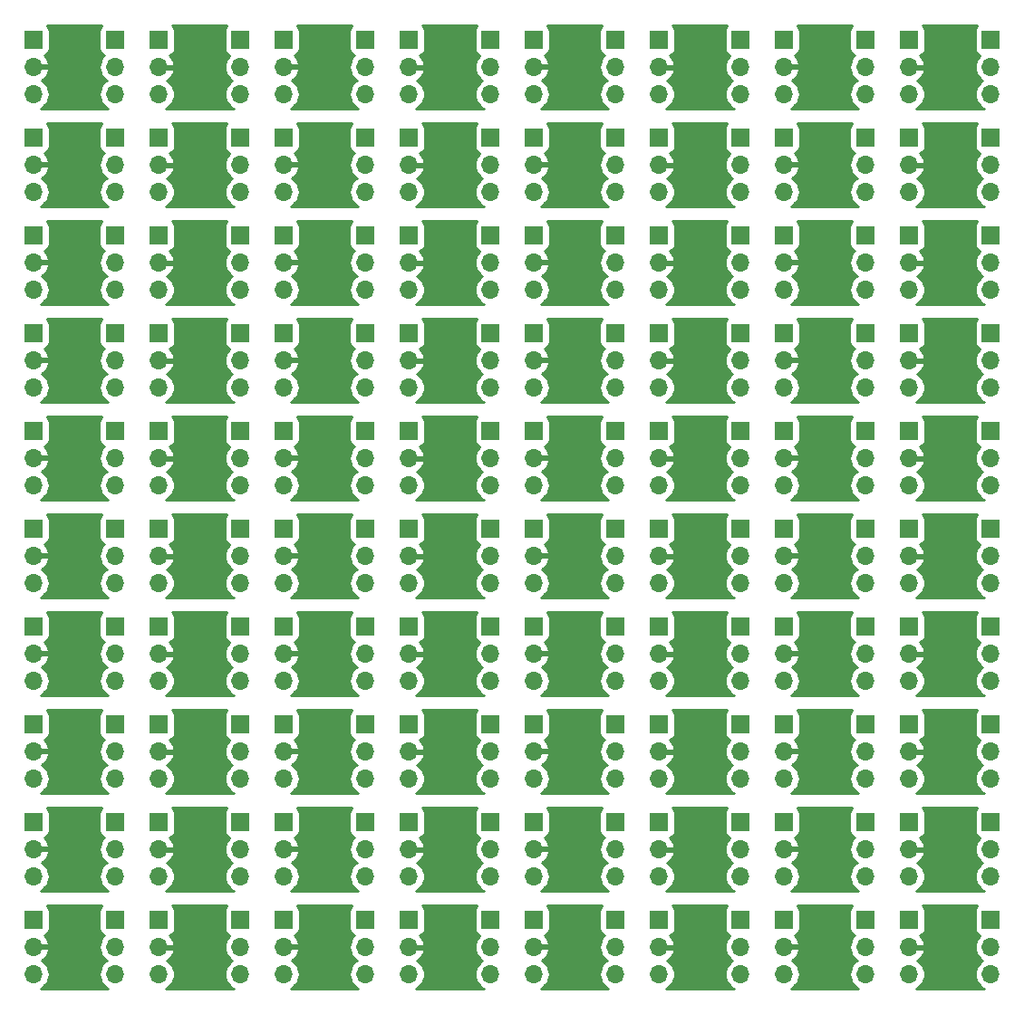
<source format=gbr>
G04 #@! TF.GenerationSoftware,KiCad,Pcbnew,(5.1.4)-1*
G04 #@! TF.CreationDate,2020-04-16T14:38:51+01:00*
G04 #@! TF.ProjectId,sot23Breakout,736f7432-3342-4726-9561-6b6f75742e6b,rev?*
G04 #@! TF.SameCoordinates,Original*
G04 #@! TF.FileFunction,Copper,L2,Bot*
G04 #@! TF.FilePolarity,Positive*
%FSLAX46Y46*%
G04 Gerber Fmt 4.6, Leading zero omitted, Abs format (unit mm)*
G04 Created by KiCad (PCBNEW (5.1.4)-1) date 2020-04-16 14:38:51*
%MOMM*%
%LPD*%
G04 APERTURE LIST*
%ADD10R,1.700000X1.700000*%
%ADD11O,1.700000X1.700000*%
%ADD12C,0.800000*%
%ADD13C,0.254000*%
G04 APERTURE END LIST*
D10*
X115084000Y-56142000D03*
D11*
X115084000Y-58682000D03*
X115084000Y-61222000D03*
D10*
X103378000Y-46990000D03*
D11*
X103378000Y-49530000D03*
X103378000Y-52070000D03*
X122704000Y-61222000D03*
X122704000Y-58682000D03*
D10*
X122704000Y-56142000D03*
X75968000Y-56142000D03*
D11*
X75968000Y-58682000D03*
X75968000Y-61222000D03*
D10*
X122704000Y-46998000D03*
D11*
X122704000Y-49538000D03*
X122704000Y-52078000D03*
D10*
X68348000Y-46998000D03*
D11*
X68348000Y-49538000D03*
X68348000Y-52078000D03*
D10*
X87630000Y-56134000D03*
D11*
X87630000Y-58674000D03*
X87630000Y-61214000D03*
X87630000Y-52070000D03*
X87630000Y-49530000D03*
D10*
X87630000Y-46990000D03*
D11*
X68348000Y-61222000D03*
X68348000Y-58682000D03*
D10*
X68348000Y-56142000D03*
X126746000Y-56134000D03*
D11*
X126746000Y-58674000D03*
X126746000Y-61214000D03*
D10*
X91716000Y-56142000D03*
D11*
X91716000Y-58682000D03*
X91716000Y-61222000D03*
X56642000Y-52070000D03*
X56642000Y-49530000D03*
D10*
X56642000Y-46990000D03*
X134366000Y-46990000D03*
D11*
X134366000Y-49530000D03*
X134366000Y-52070000D03*
X99336000Y-61222000D03*
X99336000Y-58682000D03*
D10*
X99336000Y-56142000D03*
D11*
X134366000Y-61214000D03*
X134366000Y-58674000D03*
D10*
X134366000Y-56134000D03*
D11*
X75968000Y-52078000D03*
X75968000Y-49538000D03*
D10*
X75968000Y-46998000D03*
X138452000Y-46998000D03*
D11*
X138452000Y-49538000D03*
X138452000Y-52078000D03*
X146072000Y-52078000D03*
X146072000Y-49538000D03*
D10*
X146072000Y-46998000D03*
D11*
X110998000Y-52070000D03*
X110998000Y-49530000D03*
D10*
X110998000Y-46990000D03*
D11*
X64262000Y-61214000D03*
X64262000Y-58674000D03*
D10*
X64262000Y-56134000D03*
X56642000Y-56134000D03*
D11*
X56642000Y-58674000D03*
X56642000Y-61214000D03*
X126746000Y-52070000D03*
X126746000Y-49530000D03*
D10*
X126746000Y-46990000D03*
X110998000Y-56134000D03*
D11*
X110998000Y-58674000D03*
X110998000Y-61214000D03*
X103378000Y-61214000D03*
X103378000Y-58674000D03*
D10*
X103378000Y-56134000D03*
D11*
X115084000Y-52078000D03*
X115084000Y-49538000D03*
D10*
X115084000Y-46998000D03*
D11*
X80010000Y-61214000D03*
X80010000Y-58674000D03*
D10*
X80010000Y-56134000D03*
D11*
X138452000Y-61222000D03*
X138452000Y-58682000D03*
D10*
X138452000Y-56142000D03*
D11*
X91716000Y-52078000D03*
X91716000Y-49538000D03*
D10*
X91716000Y-46998000D03*
X99336000Y-46998000D03*
D11*
X99336000Y-49538000D03*
X99336000Y-52078000D03*
D10*
X64262000Y-46990000D03*
D11*
X64262000Y-49530000D03*
X64262000Y-52070000D03*
D10*
X80010000Y-46990000D03*
D11*
X80010000Y-49530000D03*
X80010000Y-52070000D03*
D10*
X146072000Y-56142000D03*
D11*
X146072000Y-58682000D03*
X146072000Y-61222000D03*
D10*
X103378000Y-83566000D03*
D11*
X103378000Y-86106000D03*
X103378000Y-88646000D03*
D10*
X134366000Y-83566000D03*
D11*
X134366000Y-86106000D03*
X134366000Y-88646000D03*
X87630000Y-88646000D03*
X87630000Y-86106000D03*
D10*
X87630000Y-83566000D03*
X80010000Y-83566000D03*
D11*
X80010000Y-86106000D03*
X80010000Y-88646000D03*
D10*
X68348000Y-83574000D03*
D11*
X68348000Y-86114000D03*
X68348000Y-88654000D03*
X110998000Y-88646000D03*
X110998000Y-86106000D03*
D10*
X110998000Y-83566000D03*
X64262000Y-83566000D03*
D11*
X64262000Y-86106000D03*
X64262000Y-88646000D03*
D10*
X122704000Y-83574000D03*
D11*
X122704000Y-86114000D03*
X122704000Y-88654000D03*
X75968000Y-88654000D03*
X75968000Y-86114000D03*
D10*
X75968000Y-83574000D03*
D11*
X56642000Y-88646000D03*
X56642000Y-86106000D03*
D10*
X56642000Y-83566000D03*
X138452000Y-83574000D03*
D11*
X138452000Y-86114000D03*
X138452000Y-88654000D03*
X146072000Y-88654000D03*
X146072000Y-86114000D03*
D10*
X146072000Y-83574000D03*
X99336000Y-74430000D03*
D11*
X99336000Y-76970000D03*
X99336000Y-79510000D03*
X126746000Y-79502000D03*
X126746000Y-76962000D03*
D10*
X126746000Y-74422000D03*
D11*
X91716000Y-79510000D03*
X91716000Y-76970000D03*
D10*
X91716000Y-74430000D03*
X122704000Y-74430000D03*
D11*
X122704000Y-76970000D03*
X122704000Y-79510000D03*
D10*
X68348000Y-74430000D03*
D11*
X68348000Y-76970000D03*
X68348000Y-79510000D03*
X87630000Y-79502000D03*
X87630000Y-76962000D03*
D10*
X87630000Y-74422000D03*
D11*
X75968000Y-79510000D03*
X75968000Y-76970000D03*
D10*
X75968000Y-74430000D03*
D11*
X115084000Y-79510000D03*
X115084000Y-76970000D03*
D10*
X115084000Y-74430000D03*
X134366000Y-74422000D03*
D11*
X134366000Y-76962000D03*
X134366000Y-79502000D03*
D10*
X75968000Y-65286000D03*
D11*
X75968000Y-67826000D03*
X75968000Y-70366000D03*
D10*
X56642000Y-65278000D03*
D11*
X56642000Y-67818000D03*
X56642000Y-70358000D03*
X138452000Y-70366000D03*
X138452000Y-67826000D03*
D10*
X138452000Y-65286000D03*
D11*
X103378000Y-70358000D03*
X103378000Y-67818000D03*
D10*
X103378000Y-65278000D03*
X87630000Y-65278000D03*
D11*
X87630000Y-67818000D03*
X87630000Y-70358000D03*
D10*
X146072000Y-65286000D03*
D11*
X146072000Y-67826000D03*
X146072000Y-70366000D03*
X134366000Y-70358000D03*
X134366000Y-67818000D03*
D10*
X134366000Y-65278000D03*
D11*
X122704000Y-70366000D03*
X122704000Y-67826000D03*
D10*
X122704000Y-65286000D03*
D11*
X68348000Y-70366000D03*
X68348000Y-67826000D03*
D10*
X68348000Y-65286000D03*
X110998000Y-65278000D03*
D11*
X110998000Y-67818000D03*
X110998000Y-70358000D03*
X64262000Y-70358000D03*
X64262000Y-67818000D03*
D10*
X64262000Y-65278000D03*
D11*
X80010000Y-70358000D03*
X80010000Y-67818000D03*
D10*
X80010000Y-65278000D03*
X64262000Y-74422000D03*
D11*
X64262000Y-76962000D03*
X64262000Y-79502000D03*
X56642000Y-79502000D03*
X56642000Y-76962000D03*
D10*
X56642000Y-74422000D03*
X138452000Y-74430000D03*
D11*
X138452000Y-76970000D03*
X138452000Y-79510000D03*
D10*
X126746000Y-65278000D03*
D11*
X126746000Y-67818000D03*
X126746000Y-70358000D03*
X146072000Y-79510000D03*
X146072000Y-76970000D03*
D10*
X146072000Y-74430000D03*
D11*
X110998000Y-79502000D03*
X110998000Y-76962000D03*
D10*
X110998000Y-74422000D03*
X91716000Y-65286000D03*
D11*
X91716000Y-67826000D03*
X91716000Y-70366000D03*
D10*
X80010000Y-74422000D03*
D11*
X80010000Y-76962000D03*
X80010000Y-79502000D03*
X99336000Y-70366000D03*
X99336000Y-67826000D03*
D10*
X99336000Y-65286000D03*
X103378000Y-74422000D03*
D11*
X103378000Y-76962000D03*
X103378000Y-79502000D03*
D10*
X115084000Y-65286000D03*
D11*
X115084000Y-67826000D03*
X115084000Y-70366000D03*
D10*
X56642000Y-92710000D03*
D11*
X56642000Y-95250000D03*
X56642000Y-97790000D03*
X138452000Y-97798000D03*
X138452000Y-95258000D03*
D10*
X138452000Y-92718000D03*
X146072000Y-92718000D03*
D11*
X146072000Y-95258000D03*
X146072000Y-97798000D03*
X64262000Y-97790000D03*
X64262000Y-95250000D03*
D10*
X64262000Y-92710000D03*
X99336000Y-83574000D03*
D11*
X99336000Y-86114000D03*
X99336000Y-88654000D03*
X126746000Y-88646000D03*
X126746000Y-86106000D03*
D10*
X126746000Y-83566000D03*
X110998000Y-92710000D03*
D11*
X110998000Y-95250000D03*
X110998000Y-97790000D03*
X115084000Y-88654000D03*
X115084000Y-86114000D03*
D10*
X115084000Y-83574000D03*
D11*
X103378000Y-97790000D03*
X103378000Y-95250000D03*
D10*
X103378000Y-92710000D03*
D11*
X91716000Y-88654000D03*
X91716000Y-86114000D03*
D10*
X91716000Y-83574000D03*
D11*
X80010000Y-97790000D03*
X80010000Y-95250000D03*
D10*
X80010000Y-92710000D03*
D11*
X134366000Y-97790000D03*
X134366000Y-95250000D03*
D10*
X134366000Y-92710000D03*
D11*
X122704000Y-97798000D03*
X122704000Y-95258000D03*
D10*
X122704000Y-92718000D03*
D11*
X68348000Y-97798000D03*
X68348000Y-95258000D03*
D10*
X68348000Y-92718000D03*
X87630000Y-92710000D03*
D11*
X87630000Y-95250000D03*
X87630000Y-97790000D03*
D10*
X75968000Y-92718000D03*
D11*
X75968000Y-95258000D03*
X75968000Y-97798000D03*
D10*
X91716000Y-92718000D03*
D11*
X91716000Y-95258000D03*
X91716000Y-97798000D03*
X99336000Y-97798000D03*
X99336000Y-95258000D03*
D10*
X99336000Y-92718000D03*
X115084000Y-92718000D03*
D11*
X115084000Y-95258000D03*
X115084000Y-97798000D03*
D10*
X126746000Y-92710000D03*
D11*
X126746000Y-95250000D03*
X126746000Y-97790000D03*
D10*
X103378000Y-101854000D03*
D11*
X103378000Y-104394000D03*
X103378000Y-106934000D03*
D10*
X134366000Y-101854000D03*
D11*
X134366000Y-104394000D03*
X134366000Y-106934000D03*
X87630000Y-106934000D03*
X87630000Y-104394000D03*
D10*
X87630000Y-101854000D03*
X80010000Y-101854000D03*
D11*
X80010000Y-104394000D03*
X80010000Y-106934000D03*
D10*
X68348000Y-101862000D03*
D11*
X68348000Y-104402000D03*
X68348000Y-106942000D03*
X110998000Y-106934000D03*
X110998000Y-104394000D03*
D10*
X110998000Y-101854000D03*
X64262000Y-101854000D03*
D11*
X64262000Y-104394000D03*
X64262000Y-106934000D03*
D10*
X122704000Y-101862000D03*
D11*
X122704000Y-104402000D03*
X122704000Y-106942000D03*
X75968000Y-106942000D03*
X75968000Y-104402000D03*
D10*
X75968000Y-101862000D03*
D11*
X56642000Y-106934000D03*
X56642000Y-104394000D03*
D10*
X56642000Y-101854000D03*
X138452000Y-101862000D03*
D11*
X138452000Y-104402000D03*
X138452000Y-106942000D03*
X146072000Y-106942000D03*
X146072000Y-104402000D03*
D10*
X146072000Y-101862000D03*
X56642000Y-110998000D03*
D11*
X56642000Y-113538000D03*
X56642000Y-116078000D03*
X138452000Y-116086000D03*
X138452000Y-113546000D03*
D10*
X138452000Y-111006000D03*
X146072000Y-111006000D03*
D11*
X146072000Y-113546000D03*
X146072000Y-116086000D03*
X64262000Y-116078000D03*
X64262000Y-113538000D03*
D10*
X64262000Y-110998000D03*
X99336000Y-101862000D03*
D11*
X99336000Y-104402000D03*
X99336000Y-106942000D03*
X126746000Y-106934000D03*
X126746000Y-104394000D03*
D10*
X126746000Y-101854000D03*
X110998000Y-110998000D03*
D11*
X110998000Y-113538000D03*
X110998000Y-116078000D03*
X115084000Y-106942000D03*
X115084000Y-104402000D03*
D10*
X115084000Y-101862000D03*
D11*
X103378000Y-116078000D03*
X103378000Y-113538000D03*
D10*
X103378000Y-110998000D03*
D11*
X91716000Y-106942000D03*
X91716000Y-104402000D03*
D10*
X91716000Y-101862000D03*
D11*
X80010000Y-116078000D03*
X80010000Y-113538000D03*
D10*
X80010000Y-110998000D03*
D11*
X134366000Y-116078000D03*
X134366000Y-113538000D03*
D10*
X134366000Y-110998000D03*
D11*
X122704000Y-116086000D03*
X122704000Y-113546000D03*
D10*
X122704000Y-111006000D03*
D11*
X68348000Y-116086000D03*
X68348000Y-113546000D03*
D10*
X68348000Y-111006000D03*
X87630000Y-110998000D03*
D11*
X87630000Y-113538000D03*
X87630000Y-116078000D03*
D10*
X75968000Y-111006000D03*
D11*
X75968000Y-113546000D03*
X75968000Y-116086000D03*
D10*
X91716000Y-111006000D03*
D11*
X91716000Y-113546000D03*
X91716000Y-116086000D03*
X99336000Y-116086000D03*
X99336000Y-113546000D03*
D10*
X99336000Y-111006000D03*
X115084000Y-111006000D03*
D11*
X115084000Y-113546000D03*
X115084000Y-116086000D03*
D10*
X126746000Y-110998000D03*
D11*
X126746000Y-113538000D03*
X126746000Y-116078000D03*
D10*
X56642000Y-120142000D03*
D11*
X56642000Y-122682000D03*
X56642000Y-125222000D03*
X138452000Y-125230000D03*
X138452000Y-122690000D03*
D10*
X138452000Y-120150000D03*
X146072000Y-120150000D03*
D11*
X146072000Y-122690000D03*
X146072000Y-125230000D03*
X64262000Y-125222000D03*
X64262000Y-122682000D03*
D10*
X64262000Y-120142000D03*
X110998000Y-120142000D03*
D11*
X110998000Y-122682000D03*
X110998000Y-125222000D03*
X103378000Y-125222000D03*
X103378000Y-122682000D03*
D10*
X103378000Y-120142000D03*
D11*
X80010000Y-125222000D03*
X80010000Y-122682000D03*
D10*
X80010000Y-120142000D03*
D11*
X134366000Y-125222000D03*
X134366000Y-122682000D03*
D10*
X134366000Y-120142000D03*
D11*
X122704000Y-125230000D03*
X122704000Y-122690000D03*
D10*
X122704000Y-120150000D03*
D11*
X68348000Y-125230000D03*
X68348000Y-122690000D03*
D10*
X68348000Y-120150000D03*
X87630000Y-120142000D03*
D11*
X87630000Y-122682000D03*
X87630000Y-125222000D03*
D10*
X75968000Y-120150000D03*
D11*
X75968000Y-122690000D03*
X75968000Y-125230000D03*
D10*
X91716000Y-120150000D03*
D11*
X91716000Y-122690000D03*
X91716000Y-125230000D03*
X99336000Y-125230000D03*
X99336000Y-122690000D03*
D10*
X99336000Y-120150000D03*
X115084000Y-120150000D03*
D11*
X115084000Y-122690000D03*
X115084000Y-125230000D03*
D10*
X126746000Y-120142000D03*
D11*
X126746000Y-122682000D03*
X126746000Y-125222000D03*
D10*
X103378000Y-129286000D03*
D11*
X103378000Y-131826000D03*
X103378000Y-134366000D03*
X110998000Y-134366000D03*
X110998000Y-131826000D03*
D10*
X110998000Y-129286000D03*
D11*
X126746000Y-134366000D03*
X126746000Y-131826000D03*
D10*
X126746000Y-129286000D03*
D11*
X115084000Y-134374000D03*
X115084000Y-131834000D03*
D10*
X115084000Y-129294000D03*
X134366000Y-129286000D03*
D11*
X134366000Y-131826000D03*
X134366000Y-134366000D03*
D10*
X122704000Y-129294000D03*
D11*
X122704000Y-131834000D03*
X122704000Y-134374000D03*
D10*
X138452000Y-129294000D03*
D11*
X138452000Y-131834000D03*
X138452000Y-134374000D03*
X146072000Y-134374000D03*
X146072000Y-131834000D03*
D10*
X146072000Y-129294000D03*
X80010000Y-129286000D03*
D11*
X80010000Y-131826000D03*
X80010000Y-134366000D03*
X87630000Y-134366000D03*
X87630000Y-131826000D03*
D10*
X87630000Y-129286000D03*
D11*
X91716000Y-134374000D03*
X91716000Y-131834000D03*
D10*
X91716000Y-129294000D03*
X99336000Y-129294000D03*
D11*
X99336000Y-131834000D03*
X99336000Y-134374000D03*
D10*
X68348000Y-129294000D03*
D11*
X68348000Y-131834000D03*
X68348000Y-134374000D03*
X75968000Y-134374000D03*
X75968000Y-131834000D03*
D10*
X75968000Y-129294000D03*
D11*
X56642000Y-134366000D03*
X56642000Y-131826000D03*
D10*
X56642000Y-129286000D03*
X64262000Y-129286000D03*
D11*
X64262000Y-131826000D03*
X64262000Y-134366000D03*
D12*
X72158000Y-135136000D03*
X72158000Y-128532000D03*
X95526000Y-135136000D03*
X95526000Y-128532000D03*
X83820000Y-135128000D03*
X83820000Y-128524000D03*
X130556000Y-128524000D03*
X142262000Y-128532000D03*
X142262000Y-135136000D03*
X118894000Y-135136000D03*
X118894000Y-128532000D03*
X130556000Y-135128000D03*
X107188000Y-135128000D03*
X107188000Y-128524000D03*
X83820000Y-119380000D03*
X142262000Y-125992000D03*
X95526000Y-119388000D03*
X130556000Y-125984000D03*
X107188000Y-119380000D03*
X118894000Y-119388000D03*
X142262000Y-119388000D03*
X118894000Y-125992000D03*
X95526000Y-125992000D03*
X130556000Y-119380000D03*
X107188000Y-125984000D03*
X72158000Y-125992000D03*
X72158000Y-119388000D03*
X83820000Y-125984000D03*
X60452000Y-125984000D03*
X60452000Y-119380000D03*
X118894000Y-107704000D03*
X83820000Y-110236000D03*
X95526000Y-107704000D03*
X83820000Y-101092000D03*
X130556000Y-101092000D03*
X107188000Y-107696000D03*
X60452000Y-107696000D03*
X60452000Y-101092000D03*
X142262000Y-116848000D03*
X95526000Y-110244000D03*
X130556000Y-116840000D03*
X107188000Y-110236000D03*
X118894000Y-110244000D03*
X142262000Y-110244000D03*
X118894000Y-116848000D03*
X130556000Y-107696000D03*
X118894000Y-101100000D03*
X142262000Y-107704000D03*
X95526000Y-116848000D03*
X130556000Y-110236000D03*
X107188000Y-116840000D03*
X95526000Y-101100000D03*
X107188000Y-101092000D03*
X142262000Y-101100000D03*
X72158000Y-107704000D03*
X72158000Y-101100000D03*
X83820000Y-107696000D03*
X72158000Y-116848000D03*
X72158000Y-110244000D03*
X83820000Y-116840000D03*
X60452000Y-116840000D03*
X60452000Y-110236000D03*
X118894000Y-89416000D03*
X83820000Y-91948000D03*
X95526000Y-89416000D03*
X83820000Y-82804000D03*
X130556000Y-82804000D03*
X107188000Y-89408000D03*
X60452000Y-89408000D03*
X60452000Y-82804000D03*
X142262000Y-98560000D03*
X95526000Y-91956000D03*
X130556000Y-98552000D03*
X107188000Y-91948000D03*
X118894000Y-91956000D03*
X142262000Y-91956000D03*
X118894000Y-98560000D03*
X130556000Y-89408000D03*
X118894000Y-82812000D03*
X142262000Y-89416000D03*
X95526000Y-98560000D03*
X130556000Y-91948000D03*
X107188000Y-98552000D03*
X95526000Y-82812000D03*
X107188000Y-82804000D03*
X142262000Y-82812000D03*
X72158000Y-89416000D03*
X72158000Y-82812000D03*
X83820000Y-89408000D03*
X83820000Y-64516000D03*
X83820000Y-73660000D03*
X83820000Y-71120000D03*
X95526000Y-73668000D03*
X107188000Y-73660000D03*
X60452000Y-71120000D03*
X72158000Y-71128000D03*
X95526000Y-71128000D03*
X95526000Y-64524000D03*
X130556000Y-64516000D03*
X118894000Y-71128000D03*
X60452000Y-64516000D03*
X118894000Y-80272000D03*
X142262000Y-80272000D03*
X83820000Y-80264000D03*
X142262000Y-64524000D03*
X72158000Y-80272000D03*
X130556000Y-80264000D03*
X60452000Y-73660000D03*
X60452000Y-80264000D03*
X72158000Y-73668000D03*
X130556000Y-73660000D03*
X130556000Y-71120000D03*
X107188000Y-80264000D03*
X107188000Y-71120000D03*
X142262000Y-71128000D03*
X142262000Y-73668000D03*
X72158000Y-64524000D03*
X95526000Y-80272000D03*
X118894000Y-73668000D03*
X107188000Y-64516000D03*
X118894000Y-64524000D03*
X72158000Y-98560000D03*
X72158000Y-91956000D03*
X83820000Y-98552000D03*
X60452000Y-98552000D03*
X60452000Y-91948000D03*
X107188000Y-55372000D03*
X72158000Y-52840000D03*
X83820000Y-55372000D03*
X95526000Y-52840000D03*
X95526000Y-46236000D03*
X83820000Y-52832000D03*
X130556000Y-46228000D03*
X60452000Y-52832000D03*
X118894000Y-52840000D03*
X83820000Y-46228000D03*
X95526000Y-55380000D03*
X107188000Y-46228000D03*
X118894000Y-61984000D03*
X142262000Y-46236000D03*
X72158000Y-55380000D03*
X118894000Y-55380000D03*
X142262000Y-52840000D03*
X130556000Y-55372000D03*
X72158000Y-61984000D03*
X60452000Y-55372000D03*
X142262000Y-61984000D03*
X72158000Y-46236000D03*
X95526000Y-61984000D03*
X107188000Y-52832000D03*
X60452000Y-46228000D03*
X83820000Y-61976000D03*
X130556000Y-61976000D03*
X118894000Y-46236000D03*
X60452000Y-61976000D03*
X142262000Y-55380000D03*
X107188000Y-61976000D03*
X130556000Y-52832000D03*
X60452000Y-135128000D03*
X60452000Y-128524000D03*
D13*
G36*
X62960815Y-127984815D02*
G01*
X62881463Y-128081506D01*
X62822498Y-128191820D01*
X62786188Y-128311518D01*
X62773928Y-128436000D01*
X62773928Y-130136000D01*
X62786188Y-130260482D01*
X62822498Y-130380180D01*
X62881463Y-130490494D01*
X62960815Y-130587185D01*
X63057506Y-130666537D01*
X63167820Y-130725502D01*
X63236687Y-130746393D01*
X63206866Y-130770866D01*
X63021294Y-130996986D01*
X62883401Y-131254966D01*
X62798487Y-131534889D01*
X62769815Y-131826000D01*
X62798487Y-132117111D01*
X62883401Y-132397034D01*
X63021294Y-132655014D01*
X63206866Y-132881134D01*
X63432986Y-133066706D01*
X63487791Y-133096000D01*
X63432986Y-133125294D01*
X63206866Y-133310866D01*
X63021294Y-133536986D01*
X62883401Y-133794966D01*
X62798487Y-134074889D01*
X62769815Y-134366000D01*
X62798487Y-134657111D01*
X62883401Y-134937034D01*
X63021294Y-135195014D01*
X63206866Y-135421134D01*
X63432986Y-135606706D01*
X63613140Y-135703000D01*
X57290860Y-135703000D01*
X57471014Y-135606706D01*
X57697134Y-135421134D01*
X57882706Y-135195014D01*
X58020599Y-134937034D01*
X58105513Y-134657111D01*
X58134185Y-134366000D01*
X58105513Y-134074889D01*
X58020599Y-133794966D01*
X57882706Y-133536986D01*
X57697134Y-133310866D01*
X57471014Y-133125294D01*
X57406477Y-133090799D01*
X57523355Y-133021178D01*
X57739588Y-132826269D01*
X57913641Y-132592920D01*
X58038825Y-132330099D01*
X58083476Y-132182890D01*
X57962155Y-131953000D01*
X56769000Y-131953000D01*
X56769000Y-131973000D01*
X56515000Y-131973000D01*
X56515000Y-131953000D01*
X56495000Y-131953000D01*
X56495000Y-131699000D01*
X56515000Y-131699000D01*
X56515000Y-131679000D01*
X56769000Y-131679000D01*
X56769000Y-131699000D01*
X57962155Y-131699000D01*
X58083476Y-131469110D01*
X58038825Y-131321901D01*
X57913641Y-131059080D01*
X57739588Y-130825731D01*
X57655534Y-130749966D01*
X57736180Y-130725502D01*
X57846494Y-130666537D01*
X57943185Y-130587185D01*
X58022537Y-130490494D01*
X58081502Y-130380180D01*
X58117812Y-130260482D01*
X58130072Y-130136000D01*
X58130072Y-128436000D01*
X58117812Y-128311518D01*
X58081502Y-128191820D01*
X58022537Y-128081506D01*
X57943185Y-127984815D01*
X57899544Y-127949000D01*
X63004456Y-127949000D01*
X62960815Y-127984815D01*
X62960815Y-127984815D01*
G37*
X62960815Y-127984815D02*
X62881463Y-128081506D01*
X62822498Y-128191820D01*
X62786188Y-128311518D01*
X62773928Y-128436000D01*
X62773928Y-130136000D01*
X62786188Y-130260482D01*
X62822498Y-130380180D01*
X62881463Y-130490494D01*
X62960815Y-130587185D01*
X63057506Y-130666537D01*
X63167820Y-130725502D01*
X63236687Y-130746393D01*
X63206866Y-130770866D01*
X63021294Y-130996986D01*
X62883401Y-131254966D01*
X62798487Y-131534889D01*
X62769815Y-131826000D01*
X62798487Y-132117111D01*
X62883401Y-132397034D01*
X63021294Y-132655014D01*
X63206866Y-132881134D01*
X63432986Y-133066706D01*
X63487791Y-133096000D01*
X63432986Y-133125294D01*
X63206866Y-133310866D01*
X63021294Y-133536986D01*
X62883401Y-133794966D01*
X62798487Y-134074889D01*
X62769815Y-134366000D01*
X62798487Y-134657111D01*
X62883401Y-134937034D01*
X63021294Y-135195014D01*
X63206866Y-135421134D01*
X63432986Y-135606706D01*
X63613140Y-135703000D01*
X57290860Y-135703000D01*
X57471014Y-135606706D01*
X57697134Y-135421134D01*
X57882706Y-135195014D01*
X58020599Y-134937034D01*
X58105513Y-134657111D01*
X58134185Y-134366000D01*
X58105513Y-134074889D01*
X58020599Y-133794966D01*
X57882706Y-133536986D01*
X57697134Y-133310866D01*
X57471014Y-133125294D01*
X57406477Y-133090799D01*
X57523355Y-133021178D01*
X57739588Y-132826269D01*
X57913641Y-132592920D01*
X58038825Y-132330099D01*
X58083476Y-132182890D01*
X57962155Y-131953000D01*
X56769000Y-131953000D01*
X56769000Y-131973000D01*
X56515000Y-131973000D01*
X56515000Y-131953000D01*
X56495000Y-131953000D01*
X56495000Y-131699000D01*
X56515000Y-131699000D01*
X56515000Y-131679000D01*
X56769000Y-131679000D01*
X56769000Y-131699000D01*
X57962155Y-131699000D01*
X58083476Y-131469110D01*
X58038825Y-131321901D01*
X57913641Y-131059080D01*
X57739588Y-130825731D01*
X57655534Y-130749966D01*
X57736180Y-130725502D01*
X57846494Y-130666537D01*
X57943185Y-130587185D01*
X58022537Y-130490494D01*
X58081502Y-130380180D01*
X58117812Y-130260482D01*
X58130072Y-130136000D01*
X58130072Y-128436000D01*
X58117812Y-128311518D01*
X58081502Y-128191820D01*
X58022537Y-128081506D01*
X57943185Y-127984815D01*
X57899544Y-127949000D01*
X63004456Y-127949000D01*
X62960815Y-127984815D01*
G36*
X74666815Y-127992815D02*
G01*
X74587463Y-128089506D01*
X74528498Y-128199820D01*
X74492188Y-128319518D01*
X74479928Y-128444000D01*
X74479928Y-130144000D01*
X74492188Y-130268482D01*
X74528498Y-130388180D01*
X74587463Y-130498494D01*
X74666815Y-130595185D01*
X74763506Y-130674537D01*
X74873820Y-130733502D01*
X74942687Y-130754393D01*
X74912866Y-130778866D01*
X74727294Y-131004986D01*
X74589401Y-131262966D01*
X74504487Y-131542889D01*
X74475815Y-131834000D01*
X74504487Y-132125111D01*
X74589401Y-132405034D01*
X74727294Y-132663014D01*
X74912866Y-132889134D01*
X75138986Y-133074706D01*
X75193791Y-133104000D01*
X75138986Y-133133294D01*
X74912866Y-133318866D01*
X74727294Y-133544986D01*
X74589401Y-133802966D01*
X74504487Y-134082889D01*
X74475815Y-134374000D01*
X74504487Y-134665111D01*
X74589401Y-134945034D01*
X74727294Y-135203014D01*
X74912866Y-135429134D01*
X75138986Y-135614706D01*
X75319140Y-135711000D01*
X68996860Y-135711000D01*
X69177014Y-135614706D01*
X69403134Y-135429134D01*
X69588706Y-135203014D01*
X69726599Y-134945034D01*
X69811513Y-134665111D01*
X69840185Y-134374000D01*
X69811513Y-134082889D01*
X69726599Y-133802966D01*
X69588706Y-133544986D01*
X69403134Y-133318866D01*
X69177014Y-133133294D01*
X69112477Y-133098799D01*
X69229355Y-133029178D01*
X69445588Y-132834269D01*
X69619641Y-132600920D01*
X69744825Y-132338099D01*
X69789476Y-132190890D01*
X69668155Y-131961000D01*
X68475000Y-131961000D01*
X68475000Y-131981000D01*
X68221000Y-131981000D01*
X68221000Y-131961000D01*
X68201000Y-131961000D01*
X68201000Y-131707000D01*
X68221000Y-131707000D01*
X68221000Y-131687000D01*
X68475000Y-131687000D01*
X68475000Y-131707000D01*
X69668155Y-131707000D01*
X69789476Y-131477110D01*
X69744825Y-131329901D01*
X69619641Y-131067080D01*
X69445588Y-130833731D01*
X69361534Y-130757966D01*
X69442180Y-130733502D01*
X69552494Y-130674537D01*
X69649185Y-130595185D01*
X69728537Y-130498494D01*
X69787502Y-130388180D01*
X69823812Y-130268482D01*
X69836072Y-130144000D01*
X69836072Y-128444000D01*
X69823812Y-128319518D01*
X69787502Y-128199820D01*
X69728537Y-128089506D01*
X69649185Y-127992815D01*
X69605544Y-127957000D01*
X74710456Y-127957000D01*
X74666815Y-127992815D01*
X74666815Y-127992815D01*
G37*
X74666815Y-127992815D02*
X74587463Y-128089506D01*
X74528498Y-128199820D01*
X74492188Y-128319518D01*
X74479928Y-128444000D01*
X74479928Y-130144000D01*
X74492188Y-130268482D01*
X74528498Y-130388180D01*
X74587463Y-130498494D01*
X74666815Y-130595185D01*
X74763506Y-130674537D01*
X74873820Y-130733502D01*
X74942687Y-130754393D01*
X74912866Y-130778866D01*
X74727294Y-131004986D01*
X74589401Y-131262966D01*
X74504487Y-131542889D01*
X74475815Y-131834000D01*
X74504487Y-132125111D01*
X74589401Y-132405034D01*
X74727294Y-132663014D01*
X74912866Y-132889134D01*
X75138986Y-133074706D01*
X75193791Y-133104000D01*
X75138986Y-133133294D01*
X74912866Y-133318866D01*
X74727294Y-133544986D01*
X74589401Y-133802966D01*
X74504487Y-134082889D01*
X74475815Y-134374000D01*
X74504487Y-134665111D01*
X74589401Y-134945034D01*
X74727294Y-135203014D01*
X74912866Y-135429134D01*
X75138986Y-135614706D01*
X75319140Y-135711000D01*
X68996860Y-135711000D01*
X69177014Y-135614706D01*
X69403134Y-135429134D01*
X69588706Y-135203014D01*
X69726599Y-134945034D01*
X69811513Y-134665111D01*
X69840185Y-134374000D01*
X69811513Y-134082889D01*
X69726599Y-133802966D01*
X69588706Y-133544986D01*
X69403134Y-133318866D01*
X69177014Y-133133294D01*
X69112477Y-133098799D01*
X69229355Y-133029178D01*
X69445588Y-132834269D01*
X69619641Y-132600920D01*
X69744825Y-132338099D01*
X69789476Y-132190890D01*
X69668155Y-131961000D01*
X68475000Y-131961000D01*
X68475000Y-131981000D01*
X68221000Y-131981000D01*
X68221000Y-131961000D01*
X68201000Y-131961000D01*
X68201000Y-131707000D01*
X68221000Y-131707000D01*
X68221000Y-131687000D01*
X68475000Y-131687000D01*
X68475000Y-131707000D01*
X69668155Y-131707000D01*
X69789476Y-131477110D01*
X69744825Y-131329901D01*
X69619641Y-131067080D01*
X69445588Y-130833731D01*
X69361534Y-130757966D01*
X69442180Y-130733502D01*
X69552494Y-130674537D01*
X69649185Y-130595185D01*
X69728537Y-130498494D01*
X69787502Y-130388180D01*
X69823812Y-130268482D01*
X69836072Y-130144000D01*
X69836072Y-128444000D01*
X69823812Y-128319518D01*
X69787502Y-128199820D01*
X69728537Y-128089506D01*
X69649185Y-127992815D01*
X69605544Y-127957000D01*
X74710456Y-127957000D01*
X74666815Y-127992815D01*
G36*
X98034815Y-127992815D02*
G01*
X97955463Y-128089506D01*
X97896498Y-128199820D01*
X97860188Y-128319518D01*
X97847928Y-128444000D01*
X97847928Y-130144000D01*
X97860188Y-130268482D01*
X97896498Y-130388180D01*
X97955463Y-130498494D01*
X98034815Y-130595185D01*
X98131506Y-130674537D01*
X98241820Y-130733502D01*
X98310687Y-130754393D01*
X98280866Y-130778866D01*
X98095294Y-131004986D01*
X97957401Y-131262966D01*
X97872487Y-131542889D01*
X97843815Y-131834000D01*
X97872487Y-132125111D01*
X97957401Y-132405034D01*
X98095294Y-132663014D01*
X98280866Y-132889134D01*
X98506986Y-133074706D01*
X98561791Y-133104000D01*
X98506986Y-133133294D01*
X98280866Y-133318866D01*
X98095294Y-133544986D01*
X97957401Y-133802966D01*
X97872487Y-134082889D01*
X97843815Y-134374000D01*
X97872487Y-134665111D01*
X97957401Y-134945034D01*
X98095294Y-135203014D01*
X98280866Y-135429134D01*
X98506986Y-135614706D01*
X98687140Y-135711000D01*
X92364860Y-135711000D01*
X92545014Y-135614706D01*
X92771134Y-135429134D01*
X92956706Y-135203014D01*
X93094599Y-134945034D01*
X93179513Y-134665111D01*
X93208185Y-134374000D01*
X93179513Y-134082889D01*
X93094599Y-133802966D01*
X92956706Y-133544986D01*
X92771134Y-133318866D01*
X92545014Y-133133294D01*
X92480477Y-133098799D01*
X92597355Y-133029178D01*
X92813588Y-132834269D01*
X92987641Y-132600920D01*
X93112825Y-132338099D01*
X93157476Y-132190890D01*
X93036155Y-131961000D01*
X91843000Y-131961000D01*
X91843000Y-131981000D01*
X91589000Y-131981000D01*
X91589000Y-131961000D01*
X91569000Y-131961000D01*
X91569000Y-131707000D01*
X91589000Y-131707000D01*
X91589000Y-131687000D01*
X91843000Y-131687000D01*
X91843000Y-131707000D01*
X93036155Y-131707000D01*
X93157476Y-131477110D01*
X93112825Y-131329901D01*
X92987641Y-131067080D01*
X92813588Y-130833731D01*
X92729534Y-130757966D01*
X92810180Y-130733502D01*
X92920494Y-130674537D01*
X93017185Y-130595185D01*
X93096537Y-130498494D01*
X93155502Y-130388180D01*
X93191812Y-130268482D01*
X93204072Y-130144000D01*
X93204072Y-128444000D01*
X93191812Y-128319518D01*
X93155502Y-128199820D01*
X93096537Y-128089506D01*
X93017185Y-127992815D01*
X92973544Y-127957000D01*
X98078456Y-127957000D01*
X98034815Y-127992815D01*
X98034815Y-127992815D01*
G37*
X98034815Y-127992815D02*
X97955463Y-128089506D01*
X97896498Y-128199820D01*
X97860188Y-128319518D01*
X97847928Y-128444000D01*
X97847928Y-130144000D01*
X97860188Y-130268482D01*
X97896498Y-130388180D01*
X97955463Y-130498494D01*
X98034815Y-130595185D01*
X98131506Y-130674537D01*
X98241820Y-130733502D01*
X98310687Y-130754393D01*
X98280866Y-130778866D01*
X98095294Y-131004986D01*
X97957401Y-131262966D01*
X97872487Y-131542889D01*
X97843815Y-131834000D01*
X97872487Y-132125111D01*
X97957401Y-132405034D01*
X98095294Y-132663014D01*
X98280866Y-132889134D01*
X98506986Y-133074706D01*
X98561791Y-133104000D01*
X98506986Y-133133294D01*
X98280866Y-133318866D01*
X98095294Y-133544986D01*
X97957401Y-133802966D01*
X97872487Y-134082889D01*
X97843815Y-134374000D01*
X97872487Y-134665111D01*
X97957401Y-134945034D01*
X98095294Y-135203014D01*
X98280866Y-135429134D01*
X98506986Y-135614706D01*
X98687140Y-135711000D01*
X92364860Y-135711000D01*
X92545014Y-135614706D01*
X92771134Y-135429134D01*
X92956706Y-135203014D01*
X93094599Y-134945034D01*
X93179513Y-134665111D01*
X93208185Y-134374000D01*
X93179513Y-134082889D01*
X93094599Y-133802966D01*
X92956706Y-133544986D01*
X92771134Y-133318866D01*
X92545014Y-133133294D01*
X92480477Y-133098799D01*
X92597355Y-133029178D01*
X92813588Y-132834269D01*
X92987641Y-132600920D01*
X93112825Y-132338099D01*
X93157476Y-132190890D01*
X93036155Y-131961000D01*
X91843000Y-131961000D01*
X91843000Y-131981000D01*
X91589000Y-131981000D01*
X91589000Y-131961000D01*
X91569000Y-131961000D01*
X91569000Y-131707000D01*
X91589000Y-131707000D01*
X91589000Y-131687000D01*
X91843000Y-131687000D01*
X91843000Y-131707000D01*
X93036155Y-131707000D01*
X93157476Y-131477110D01*
X93112825Y-131329901D01*
X92987641Y-131067080D01*
X92813588Y-130833731D01*
X92729534Y-130757966D01*
X92810180Y-130733502D01*
X92920494Y-130674537D01*
X93017185Y-130595185D01*
X93096537Y-130498494D01*
X93155502Y-130388180D01*
X93191812Y-130268482D01*
X93204072Y-130144000D01*
X93204072Y-128444000D01*
X93191812Y-128319518D01*
X93155502Y-128199820D01*
X93096537Y-128089506D01*
X93017185Y-127992815D01*
X92973544Y-127957000D01*
X98078456Y-127957000D01*
X98034815Y-127992815D01*
G36*
X86328815Y-127984815D02*
G01*
X86249463Y-128081506D01*
X86190498Y-128191820D01*
X86154188Y-128311518D01*
X86141928Y-128436000D01*
X86141928Y-130136000D01*
X86154188Y-130260482D01*
X86190498Y-130380180D01*
X86249463Y-130490494D01*
X86328815Y-130587185D01*
X86425506Y-130666537D01*
X86535820Y-130725502D01*
X86604687Y-130746393D01*
X86574866Y-130770866D01*
X86389294Y-130996986D01*
X86251401Y-131254966D01*
X86166487Y-131534889D01*
X86137815Y-131826000D01*
X86166487Y-132117111D01*
X86251401Y-132397034D01*
X86389294Y-132655014D01*
X86574866Y-132881134D01*
X86800986Y-133066706D01*
X86855791Y-133096000D01*
X86800986Y-133125294D01*
X86574866Y-133310866D01*
X86389294Y-133536986D01*
X86251401Y-133794966D01*
X86166487Y-134074889D01*
X86137815Y-134366000D01*
X86166487Y-134657111D01*
X86251401Y-134937034D01*
X86389294Y-135195014D01*
X86574866Y-135421134D01*
X86800986Y-135606706D01*
X86981140Y-135703000D01*
X80658860Y-135703000D01*
X80839014Y-135606706D01*
X81065134Y-135421134D01*
X81250706Y-135195014D01*
X81388599Y-134937034D01*
X81473513Y-134657111D01*
X81502185Y-134366000D01*
X81473513Y-134074889D01*
X81388599Y-133794966D01*
X81250706Y-133536986D01*
X81065134Y-133310866D01*
X80839014Y-133125294D01*
X80774477Y-133090799D01*
X80891355Y-133021178D01*
X81107588Y-132826269D01*
X81281641Y-132592920D01*
X81406825Y-132330099D01*
X81451476Y-132182890D01*
X81330155Y-131953000D01*
X80137000Y-131953000D01*
X80137000Y-131973000D01*
X79883000Y-131973000D01*
X79883000Y-131953000D01*
X79863000Y-131953000D01*
X79863000Y-131699000D01*
X79883000Y-131699000D01*
X79883000Y-131679000D01*
X80137000Y-131679000D01*
X80137000Y-131699000D01*
X81330155Y-131699000D01*
X81451476Y-131469110D01*
X81406825Y-131321901D01*
X81281641Y-131059080D01*
X81107588Y-130825731D01*
X81023534Y-130749966D01*
X81104180Y-130725502D01*
X81214494Y-130666537D01*
X81311185Y-130587185D01*
X81390537Y-130490494D01*
X81449502Y-130380180D01*
X81485812Y-130260482D01*
X81498072Y-130136000D01*
X81498072Y-128436000D01*
X81485812Y-128311518D01*
X81449502Y-128191820D01*
X81390537Y-128081506D01*
X81311185Y-127984815D01*
X81267544Y-127949000D01*
X86372456Y-127949000D01*
X86328815Y-127984815D01*
X86328815Y-127984815D01*
G37*
X86328815Y-127984815D02*
X86249463Y-128081506D01*
X86190498Y-128191820D01*
X86154188Y-128311518D01*
X86141928Y-128436000D01*
X86141928Y-130136000D01*
X86154188Y-130260482D01*
X86190498Y-130380180D01*
X86249463Y-130490494D01*
X86328815Y-130587185D01*
X86425506Y-130666537D01*
X86535820Y-130725502D01*
X86604687Y-130746393D01*
X86574866Y-130770866D01*
X86389294Y-130996986D01*
X86251401Y-131254966D01*
X86166487Y-131534889D01*
X86137815Y-131826000D01*
X86166487Y-132117111D01*
X86251401Y-132397034D01*
X86389294Y-132655014D01*
X86574866Y-132881134D01*
X86800986Y-133066706D01*
X86855791Y-133096000D01*
X86800986Y-133125294D01*
X86574866Y-133310866D01*
X86389294Y-133536986D01*
X86251401Y-133794966D01*
X86166487Y-134074889D01*
X86137815Y-134366000D01*
X86166487Y-134657111D01*
X86251401Y-134937034D01*
X86389294Y-135195014D01*
X86574866Y-135421134D01*
X86800986Y-135606706D01*
X86981140Y-135703000D01*
X80658860Y-135703000D01*
X80839014Y-135606706D01*
X81065134Y-135421134D01*
X81250706Y-135195014D01*
X81388599Y-134937034D01*
X81473513Y-134657111D01*
X81502185Y-134366000D01*
X81473513Y-134074889D01*
X81388599Y-133794966D01*
X81250706Y-133536986D01*
X81065134Y-133310866D01*
X80839014Y-133125294D01*
X80774477Y-133090799D01*
X80891355Y-133021178D01*
X81107588Y-132826269D01*
X81281641Y-132592920D01*
X81406825Y-132330099D01*
X81451476Y-132182890D01*
X81330155Y-131953000D01*
X80137000Y-131953000D01*
X80137000Y-131973000D01*
X79883000Y-131973000D01*
X79883000Y-131953000D01*
X79863000Y-131953000D01*
X79863000Y-131699000D01*
X79883000Y-131699000D01*
X79883000Y-131679000D01*
X80137000Y-131679000D01*
X80137000Y-131699000D01*
X81330155Y-131699000D01*
X81451476Y-131469110D01*
X81406825Y-131321901D01*
X81281641Y-131059080D01*
X81107588Y-130825731D01*
X81023534Y-130749966D01*
X81104180Y-130725502D01*
X81214494Y-130666537D01*
X81311185Y-130587185D01*
X81390537Y-130490494D01*
X81449502Y-130380180D01*
X81485812Y-130260482D01*
X81498072Y-130136000D01*
X81498072Y-128436000D01*
X81485812Y-128311518D01*
X81449502Y-128191820D01*
X81390537Y-128081506D01*
X81311185Y-127984815D01*
X81267544Y-127949000D01*
X86372456Y-127949000D01*
X86328815Y-127984815D01*
G36*
X144770815Y-127992815D02*
G01*
X144691463Y-128089506D01*
X144632498Y-128199820D01*
X144596188Y-128319518D01*
X144583928Y-128444000D01*
X144583928Y-130144000D01*
X144596188Y-130268482D01*
X144632498Y-130388180D01*
X144691463Y-130498494D01*
X144770815Y-130595185D01*
X144867506Y-130674537D01*
X144977820Y-130733502D01*
X145046687Y-130754393D01*
X145016866Y-130778866D01*
X144831294Y-131004986D01*
X144693401Y-131262966D01*
X144608487Y-131542889D01*
X144579815Y-131834000D01*
X144608487Y-132125111D01*
X144693401Y-132405034D01*
X144831294Y-132663014D01*
X145016866Y-132889134D01*
X145242986Y-133074706D01*
X145297791Y-133104000D01*
X145242986Y-133133294D01*
X145016866Y-133318866D01*
X144831294Y-133544986D01*
X144693401Y-133802966D01*
X144608487Y-134082889D01*
X144579815Y-134374000D01*
X144608487Y-134665111D01*
X144693401Y-134945034D01*
X144831294Y-135203014D01*
X145016866Y-135429134D01*
X145242986Y-135614706D01*
X145423140Y-135711000D01*
X139100860Y-135711000D01*
X139281014Y-135614706D01*
X139507134Y-135429134D01*
X139692706Y-135203014D01*
X139830599Y-134945034D01*
X139915513Y-134665111D01*
X139944185Y-134374000D01*
X139915513Y-134082889D01*
X139830599Y-133802966D01*
X139692706Y-133544986D01*
X139507134Y-133318866D01*
X139281014Y-133133294D01*
X139216477Y-133098799D01*
X139333355Y-133029178D01*
X139549588Y-132834269D01*
X139723641Y-132600920D01*
X139848825Y-132338099D01*
X139893476Y-132190890D01*
X139772155Y-131961000D01*
X138579000Y-131961000D01*
X138579000Y-131981000D01*
X138325000Y-131981000D01*
X138325000Y-131961000D01*
X138305000Y-131961000D01*
X138305000Y-131707000D01*
X138325000Y-131707000D01*
X138325000Y-131687000D01*
X138579000Y-131687000D01*
X138579000Y-131707000D01*
X139772155Y-131707000D01*
X139893476Y-131477110D01*
X139848825Y-131329901D01*
X139723641Y-131067080D01*
X139549588Y-130833731D01*
X139465534Y-130757966D01*
X139546180Y-130733502D01*
X139656494Y-130674537D01*
X139753185Y-130595185D01*
X139832537Y-130498494D01*
X139891502Y-130388180D01*
X139927812Y-130268482D01*
X139940072Y-130144000D01*
X139940072Y-128444000D01*
X139927812Y-128319518D01*
X139891502Y-128199820D01*
X139832537Y-128089506D01*
X139753185Y-127992815D01*
X139709544Y-127957000D01*
X144814456Y-127957000D01*
X144770815Y-127992815D01*
X144770815Y-127992815D01*
G37*
X144770815Y-127992815D02*
X144691463Y-128089506D01*
X144632498Y-128199820D01*
X144596188Y-128319518D01*
X144583928Y-128444000D01*
X144583928Y-130144000D01*
X144596188Y-130268482D01*
X144632498Y-130388180D01*
X144691463Y-130498494D01*
X144770815Y-130595185D01*
X144867506Y-130674537D01*
X144977820Y-130733502D01*
X145046687Y-130754393D01*
X145016866Y-130778866D01*
X144831294Y-131004986D01*
X144693401Y-131262966D01*
X144608487Y-131542889D01*
X144579815Y-131834000D01*
X144608487Y-132125111D01*
X144693401Y-132405034D01*
X144831294Y-132663014D01*
X145016866Y-132889134D01*
X145242986Y-133074706D01*
X145297791Y-133104000D01*
X145242986Y-133133294D01*
X145016866Y-133318866D01*
X144831294Y-133544986D01*
X144693401Y-133802966D01*
X144608487Y-134082889D01*
X144579815Y-134374000D01*
X144608487Y-134665111D01*
X144693401Y-134945034D01*
X144831294Y-135203014D01*
X145016866Y-135429134D01*
X145242986Y-135614706D01*
X145423140Y-135711000D01*
X139100860Y-135711000D01*
X139281014Y-135614706D01*
X139507134Y-135429134D01*
X139692706Y-135203014D01*
X139830599Y-134945034D01*
X139915513Y-134665111D01*
X139944185Y-134374000D01*
X139915513Y-134082889D01*
X139830599Y-133802966D01*
X139692706Y-133544986D01*
X139507134Y-133318866D01*
X139281014Y-133133294D01*
X139216477Y-133098799D01*
X139333355Y-133029178D01*
X139549588Y-132834269D01*
X139723641Y-132600920D01*
X139848825Y-132338099D01*
X139893476Y-132190890D01*
X139772155Y-131961000D01*
X138579000Y-131961000D01*
X138579000Y-131981000D01*
X138325000Y-131981000D01*
X138325000Y-131961000D01*
X138305000Y-131961000D01*
X138305000Y-131707000D01*
X138325000Y-131707000D01*
X138325000Y-131687000D01*
X138579000Y-131687000D01*
X138579000Y-131707000D01*
X139772155Y-131707000D01*
X139893476Y-131477110D01*
X139848825Y-131329901D01*
X139723641Y-131067080D01*
X139549588Y-130833731D01*
X139465534Y-130757966D01*
X139546180Y-130733502D01*
X139656494Y-130674537D01*
X139753185Y-130595185D01*
X139832537Y-130498494D01*
X139891502Y-130388180D01*
X139927812Y-130268482D01*
X139940072Y-130144000D01*
X139940072Y-128444000D01*
X139927812Y-128319518D01*
X139891502Y-128199820D01*
X139832537Y-128089506D01*
X139753185Y-127992815D01*
X139709544Y-127957000D01*
X144814456Y-127957000D01*
X144770815Y-127992815D01*
G36*
X133064815Y-127984815D02*
G01*
X132985463Y-128081506D01*
X132926498Y-128191820D01*
X132890188Y-128311518D01*
X132877928Y-128436000D01*
X132877928Y-130136000D01*
X132890188Y-130260482D01*
X132926498Y-130380180D01*
X132985463Y-130490494D01*
X133064815Y-130587185D01*
X133161506Y-130666537D01*
X133271820Y-130725502D01*
X133340687Y-130746393D01*
X133310866Y-130770866D01*
X133125294Y-130996986D01*
X132987401Y-131254966D01*
X132902487Y-131534889D01*
X132873815Y-131826000D01*
X132902487Y-132117111D01*
X132987401Y-132397034D01*
X133125294Y-132655014D01*
X133310866Y-132881134D01*
X133536986Y-133066706D01*
X133591791Y-133096000D01*
X133536986Y-133125294D01*
X133310866Y-133310866D01*
X133125294Y-133536986D01*
X132987401Y-133794966D01*
X132902487Y-134074889D01*
X132873815Y-134366000D01*
X132902487Y-134657111D01*
X132987401Y-134937034D01*
X133125294Y-135195014D01*
X133310866Y-135421134D01*
X133536986Y-135606706D01*
X133717140Y-135703000D01*
X127394860Y-135703000D01*
X127575014Y-135606706D01*
X127801134Y-135421134D01*
X127986706Y-135195014D01*
X128124599Y-134937034D01*
X128209513Y-134657111D01*
X128238185Y-134366000D01*
X128209513Y-134074889D01*
X128124599Y-133794966D01*
X127986706Y-133536986D01*
X127801134Y-133310866D01*
X127575014Y-133125294D01*
X127510477Y-133090799D01*
X127627355Y-133021178D01*
X127843588Y-132826269D01*
X128017641Y-132592920D01*
X128142825Y-132330099D01*
X128187476Y-132182890D01*
X128066155Y-131953000D01*
X126873000Y-131953000D01*
X126873000Y-131973000D01*
X126619000Y-131973000D01*
X126619000Y-131953000D01*
X126599000Y-131953000D01*
X126599000Y-131699000D01*
X126619000Y-131699000D01*
X126619000Y-131679000D01*
X126873000Y-131679000D01*
X126873000Y-131699000D01*
X128066155Y-131699000D01*
X128187476Y-131469110D01*
X128142825Y-131321901D01*
X128017641Y-131059080D01*
X127843588Y-130825731D01*
X127759534Y-130749966D01*
X127840180Y-130725502D01*
X127950494Y-130666537D01*
X128047185Y-130587185D01*
X128126537Y-130490494D01*
X128185502Y-130380180D01*
X128221812Y-130260482D01*
X128234072Y-130136000D01*
X128234072Y-128436000D01*
X128221812Y-128311518D01*
X128185502Y-128191820D01*
X128126537Y-128081506D01*
X128047185Y-127984815D01*
X128003544Y-127949000D01*
X133108456Y-127949000D01*
X133064815Y-127984815D01*
X133064815Y-127984815D01*
G37*
X133064815Y-127984815D02*
X132985463Y-128081506D01*
X132926498Y-128191820D01*
X132890188Y-128311518D01*
X132877928Y-128436000D01*
X132877928Y-130136000D01*
X132890188Y-130260482D01*
X132926498Y-130380180D01*
X132985463Y-130490494D01*
X133064815Y-130587185D01*
X133161506Y-130666537D01*
X133271820Y-130725502D01*
X133340687Y-130746393D01*
X133310866Y-130770866D01*
X133125294Y-130996986D01*
X132987401Y-131254966D01*
X132902487Y-131534889D01*
X132873815Y-131826000D01*
X132902487Y-132117111D01*
X132987401Y-132397034D01*
X133125294Y-132655014D01*
X133310866Y-132881134D01*
X133536986Y-133066706D01*
X133591791Y-133096000D01*
X133536986Y-133125294D01*
X133310866Y-133310866D01*
X133125294Y-133536986D01*
X132987401Y-133794966D01*
X132902487Y-134074889D01*
X132873815Y-134366000D01*
X132902487Y-134657111D01*
X132987401Y-134937034D01*
X133125294Y-135195014D01*
X133310866Y-135421134D01*
X133536986Y-135606706D01*
X133717140Y-135703000D01*
X127394860Y-135703000D01*
X127575014Y-135606706D01*
X127801134Y-135421134D01*
X127986706Y-135195014D01*
X128124599Y-134937034D01*
X128209513Y-134657111D01*
X128238185Y-134366000D01*
X128209513Y-134074889D01*
X128124599Y-133794966D01*
X127986706Y-133536986D01*
X127801134Y-133310866D01*
X127575014Y-133125294D01*
X127510477Y-133090799D01*
X127627355Y-133021178D01*
X127843588Y-132826269D01*
X128017641Y-132592920D01*
X128142825Y-132330099D01*
X128187476Y-132182890D01*
X128066155Y-131953000D01*
X126873000Y-131953000D01*
X126873000Y-131973000D01*
X126619000Y-131973000D01*
X126619000Y-131953000D01*
X126599000Y-131953000D01*
X126599000Y-131699000D01*
X126619000Y-131699000D01*
X126619000Y-131679000D01*
X126873000Y-131679000D01*
X126873000Y-131699000D01*
X128066155Y-131699000D01*
X128187476Y-131469110D01*
X128142825Y-131321901D01*
X128017641Y-131059080D01*
X127843588Y-130825731D01*
X127759534Y-130749966D01*
X127840180Y-130725502D01*
X127950494Y-130666537D01*
X128047185Y-130587185D01*
X128126537Y-130490494D01*
X128185502Y-130380180D01*
X128221812Y-130260482D01*
X128234072Y-130136000D01*
X128234072Y-128436000D01*
X128221812Y-128311518D01*
X128185502Y-128191820D01*
X128126537Y-128081506D01*
X128047185Y-127984815D01*
X128003544Y-127949000D01*
X133108456Y-127949000D01*
X133064815Y-127984815D01*
G36*
X121402815Y-127992815D02*
G01*
X121323463Y-128089506D01*
X121264498Y-128199820D01*
X121228188Y-128319518D01*
X121215928Y-128444000D01*
X121215928Y-130144000D01*
X121228188Y-130268482D01*
X121264498Y-130388180D01*
X121323463Y-130498494D01*
X121402815Y-130595185D01*
X121499506Y-130674537D01*
X121609820Y-130733502D01*
X121678687Y-130754393D01*
X121648866Y-130778866D01*
X121463294Y-131004986D01*
X121325401Y-131262966D01*
X121240487Y-131542889D01*
X121211815Y-131834000D01*
X121240487Y-132125111D01*
X121325401Y-132405034D01*
X121463294Y-132663014D01*
X121648866Y-132889134D01*
X121874986Y-133074706D01*
X121929791Y-133104000D01*
X121874986Y-133133294D01*
X121648866Y-133318866D01*
X121463294Y-133544986D01*
X121325401Y-133802966D01*
X121240487Y-134082889D01*
X121211815Y-134374000D01*
X121240487Y-134665111D01*
X121325401Y-134945034D01*
X121463294Y-135203014D01*
X121648866Y-135429134D01*
X121874986Y-135614706D01*
X122055140Y-135711000D01*
X115732860Y-135711000D01*
X115913014Y-135614706D01*
X116139134Y-135429134D01*
X116324706Y-135203014D01*
X116462599Y-134945034D01*
X116547513Y-134665111D01*
X116576185Y-134374000D01*
X116547513Y-134082889D01*
X116462599Y-133802966D01*
X116324706Y-133544986D01*
X116139134Y-133318866D01*
X115913014Y-133133294D01*
X115848477Y-133098799D01*
X115965355Y-133029178D01*
X116181588Y-132834269D01*
X116355641Y-132600920D01*
X116480825Y-132338099D01*
X116525476Y-132190890D01*
X116404155Y-131961000D01*
X115211000Y-131961000D01*
X115211000Y-131981000D01*
X114957000Y-131981000D01*
X114957000Y-131961000D01*
X114937000Y-131961000D01*
X114937000Y-131707000D01*
X114957000Y-131707000D01*
X114957000Y-131687000D01*
X115211000Y-131687000D01*
X115211000Y-131707000D01*
X116404155Y-131707000D01*
X116525476Y-131477110D01*
X116480825Y-131329901D01*
X116355641Y-131067080D01*
X116181588Y-130833731D01*
X116097534Y-130757966D01*
X116178180Y-130733502D01*
X116288494Y-130674537D01*
X116385185Y-130595185D01*
X116464537Y-130498494D01*
X116523502Y-130388180D01*
X116559812Y-130268482D01*
X116572072Y-130144000D01*
X116572072Y-128444000D01*
X116559812Y-128319518D01*
X116523502Y-128199820D01*
X116464537Y-128089506D01*
X116385185Y-127992815D01*
X116341544Y-127957000D01*
X121446456Y-127957000D01*
X121402815Y-127992815D01*
X121402815Y-127992815D01*
G37*
X121402815Y-127992815D02*
X121323463Y-128089506D01*
X121264498Y-128199820D01*
X121228188Y-128319518D01*
X121215928Y-128444000D01*
X121215928Y-130144000D01*
X121228188Y-130268482D01*
X121264498Y-130388180D01*
X121323463Y-130498494D01*
X121402815Y-130595185D01*
X121499506Y-130674537D01*
X121609820Y-130733502D01*
X121678687Y-130754393D01*
X121648866Y-130778866D01*
X121463294Y-131004986D01*
X121325401Y-131262966D01*
X121240487Y-131542889D01*
X121211815Y-131834000D01*
X121240487Y-132125111D01*
X121325401Y-132405034D01*
X121463294Y-132663014D01*
X121648866Y-132889134D01*
X121874986Y-133074706D01*
X121929791Y-133104000D01*
X121874986Y-133133294D01*
X121648866Y-133318866D01*
X121463294Y-133544986D01*
X121325401Y-133802966D01*
X121240487Y-134082889D01*
X121211815Y-134374000D01*
X121240487Y-134665111D01*
X121325401Y-134945034D01*
X121463294Y-135203014D01*
X121648866Y-135429134D01*
X121874986Y-135614706D01*
X122055140Y-135711000D01*
X115732860Y-135711000D01*
X115913014Y-135614706D01*
X116139134Y-135429134D01*
X116324706Y-135203014D01*
X116462599Y-134945034D01*
X116547513Y-134665111D01*
X116576185Y-134374000D01*
X116547513Y-134082889D01*
X116462599Y-133802966D01*
X116324706Y-133544986D01*
X116139134Y-133318866D01*
X115913014Y-133133294D01*
X115848477Y-133098799D01*
X115965355Y-133029178D01*
X116181588Y-132834269D01*
X116355641Y-132600920D01*
X116480825Y-132338099D01*
X116525476Y-132190890D01*
X116404155Y-131961000D01*
X115211000Y-131961000D01*
X115211000Y-131981000D01*
X114957000Y-131981000D01*
X114957000Y-131961000D01*
X114937000Y-131961000D01*
X114937000Y-131707000D01*
X114957000Y-131707000D01*
X114957000Y-131687000D01*
X115211000Y-131687000D01*
X115211000Y-131707000D01*
X116404155Y-131707000D01*
X116525476Y-131477110D01*
X116480825Y-131329901D01*
X116355641Y-131067080D01*
X116181588Y-130833731D01*
X116097534Y-130757966D01*
X116178180Y-130733502D01*
X116288494Y-130674537D01*
X116385185Y-130595185D01*
X116464537Y-130498494D01*
X116523502Y-130388180D01*
X116559812Y-130268482D01*
X116572072Y-130144000D01*
X116572072Y-128444000D01*
X116559812Y-128319518D01*
X116523502Y-128199820D01*
X116464537Y-128089506D01*
X116385185Y-127992815D01*
X116341544Y-127957000D01*
X121446456Y-127957000D01*
X121402815Y-127992815D01*
G36*
X109696815Y-127984815D02*
G01*
X109617463Y-128081506D01*
X109558498Y-128191820D01*
X109522188Y-128311518D01*
X109509928Y-128436000D01*
X109509928Y-130136000D01*
X109522188Y-130260482D01*
X109558498Y-130380180D01*
X109617463Y-130490494D01*
X109696815Y-130587185D01*
X109793506Y-130666537D01*
X109903820Y-130725502D01*
X109972687Y-130746393D01*
X109942866Y-130770866D01*
X109757294Y-130996986D01*
X109619401Y-131254966D01*
X109534487Y-131534889D01*
X109505815Y-131826000D01*
X109534487Y-132117111D01*
X109619401Y-132397034D01*
X109757294Y-132655014D01*
X109942866Y-132881134D01*
X110168986Y-133066706D01*
X110223791Y-133096000D01*
X110168986Y-133125294D01*
X109942866Y-133310866D01*
X109757294Y-133536986D01*
X109619401Y-133794966D01*
X109534487Y-134074889D01*
X109505815Y-134366000D01*
X109534487Y-134657111D01*
X109619401Y-134937034D01*
X109757294Y-135195014D01*
X109942866Y-135421134D01*
X110168986Y-135606706D01*
X110349140Y-135703000D01*
X104026860Y-135703000D01*
X104207014Y-135606706D01*
X104433134Y-135421134D01*
X104618706Y-135195014D01*
X104756599Y-134937034D01*
X104841513Y-134657111D01*
X104870185Y-134366000D01*
X104841513Y-134074889D01*
X104756599Y-133794966D01*
X104618706Y-133536986D01*
X104433134Y-133310866D01*
X104207014Y-133125294D01*
X104142477Y-133090799D01*
X104259355Y-133021178D01*
X104475588Y-132826269D01*
X104649641Y-132592920D01*
X104774825Y-132330099D01*
X104819476Y-132182890D01*
X104698155Y-131953000D01*
X103505000Y-131953000D01*
X103505000Y-131973000D01*
X103251000Y-131973000D01*
X103251000Y-131953000D01*
X103231000Y-131953000D01*
X103231000Y-131699000D01*
X103251000Y-131699000D01*
X103251000Y-131679000D01*
X103505000Y-131679000D01*
X103505000Y-131699000D01*
X104698155Y-131699000D01*
X104819476Y-131469110D01*
X104774825Y-131321901D01*
X104649641Y-131059080D01*
X104475588Y-130825731D01*
X104391534Y-130749966D01*
X104472180Y-130725502D01*
X104582494Y-130666537D01*
X104679185Y-130587185D01*
X104758537Y-130490494D01*
X104817502Y-130380180D01*
X104853812Y-130260482D01*
X104866072Y-130136000D01*
X104866072Y-128436000D01*
X104853812Y-128311518D01*
X104817502Y-128191820D01*
X104758537Y-128081506D01*
X104679185Y-127984815D01*
X104635544Y-127949000D01*
X109740456Y-127949000D01*
X109696815Y-127984815D01*
X109696815Y-127984815D01*
G37*
X109696815Y-127984815D02*
X109617463Y-128081506D01*
X109558498Y-128191820D01*
X109522188Y-128311518D01*
X109509928Y-128436000D01*
X109509928Y-130136000D01*
X109522188Y-130260482D01*
X109558498Y-130380180D01*
X109617463Y-130490494D01*
X109696815Y-130587185D01*
X109793506Y-130666537D01*
X109903820Y-130725502D01*
X109972687Y-130746393D01*
X109942866Y-130770866D01*
X109757294Y-130996986D01*
X109619401Y-131254966D01*
X109534487Y-131534889D01*
X109505815Y-131826000D01*
X109534487Y-132117111D01*
X109619401Y-132397034D01*
X109757294Y-132655014D01*
X109942866Y-132881134D01*
X110168986Y-133066706D01*
X110223791Y-133096000D01*
X110168986Y-133125294D01*
X109942866Y-133310866D01*
X109757294Y-133536986D01*
X109619401Y-133794966D01*
X109534487Y-134074889D01*
X109505815Y-134366000D01*
X109534487Y-134657111D01*
X109619401Y-134937034D01*
X109757294Y-135195014D01*
X109942866Y-135421134D01*
X110168986Y-135606706D01*
X110349140Y-135703000D01*
X104026860Y-135703000D01*
X104207014Y-135606706D01*
X104433134Y-135421134D01*
X104618706Y-135195014D01*
X104756599Y-134937034D01*
X104841513Y-134657111D01*
X104870185Y-134366000D01*
X104841513Y-134074889D01*
X104756599Y-133794966D01*
X104618706Y-133536986D01*
X104433134Y-133310866D01*
X104207014Y-133125294D01*
X104142477Y-133090799D01*
X104259355Y-133021178D01*
X104475588Y-132826269D01*
X104649641Y-132592920D01*
X104774825Y-132330099D01*
X104819476Y-132182890D01*
X104698155Y-131953000D01*
X103505000Y-131953000D01*
X103505000Y-131973000D01*
X103251000Y-131973000D01*
X103251000Y-131953000D01*
X103231000Y-131953000D01*
X103231000Y-131699000D01*
X103251000Y-131699000D01*
X103251000Y-131679000D01*
X103505000Y-131679000D01*
X103505000Y-131699000D01*
X104698155Y-131699000D01*
X104819476Y-131469110D01*
X104774825Y-131321901D01*
X104649641Y-131059080D01*
X104475588Y-130825731D01*
X104391534Y-130749966D01*
X104472180Y-130725502D01*
X104582494Y-130666537D01*
X104679185Y-130587185D01*
X104758537Y-130490494D01*
X104817502Y-130380180D01*
X104853812Y-130260482D01*
X104866072Y-130136000D01*
X104866072Y-128436000D01*
X104853812Y-128311518D01*
X104817502Y-128191820D01*
X104758537Y-128081506D01*
X104679185Y-127984815D01*
X104635544Y-127949000D01*
X109740456Y-127949000D01*
X109696815Y-127984815D01*
G36*
X144770815Y-118848815D02*
G01*
X144691463Y-118945506D01*
X144632498Y-119055820D01*
X144596188Y-119175518D01*
X144583928Y-119300000D01*
X144583928Y-121000000D01*
X144596188Y-121124482D01*
X144632498Y-121244180D01*
X144691463Y-121354494D01*
X144770815Y-121451185D01*
X144867506Y-121530537D01*
X144977820Y-121589502D01*
X145046687Y-121610393D01*
X145016866Y-121634866D01*
X144831294Y-121860986D01*
X144693401Y-122118966D01*
X144608487Y-122398889D01*
X144579815Y-122690000D01*
X144608487Y-122981111D01*
X144693401Y-123261034D01*
X144831294Y-123519014D01*
X145016866Y-123745134D01*
X145242986Y-123930706D01*
X145297791Y-123960000D01*
X145242986Y-123989294D01*
X145016866Y-124174866D01*
X144831294Y-124400986D01*
X144693401Y-124658966D01*
X144608487Y-124938889D01*
X144579815Y-125230000D01*
X144608487Y-125521111D01*
X144693401Y-125801034D01*
X144831294Y-126059014D01*
X145016866Y-126285134D01*
X145242986Y-126470706D01*
X145423140Y-126567000D01*
X139100860Y-126567000D01*
X139281014Y-126470706D01*
X139507134Y-126285134D01*
X139692706Y-126059014D01*
X139830599Y-125801034D01*
X139915513Y-125521111D01*
X139944185Y-125230000D01*
X139915513Y-124938889D01*
X139830599Y-124658966D01*
X139692706Y-124400986D01*
X139507134Y-124174866D01*
X139281014Y-123989294D01*
X139216477Y-123954799D01*
X139333355Y-123885178D01*
X139549588Y-123690269D01*
X139723641Y-123456920D01*
X139848825Y-123194099D01*
X139893476Y-123046890D01*
X139772155Y-122817000D01*
X138579000Y-122817000D01*
X138579000Y-122837000D01*
X138325000Y-122837000D01*
X138325000Y-122817000D01*
X138305000Y-122817000D01*
X138305000Y-122563000D01*
X138325000Y-122563000D01*
X138325000Y-122543000D01*
X138579000Y-122543000D01*
X138579000Y-122563000D01*
X139772155Y-122563000D01*
X139893476Y-122333110D01*
X139848825Y-122185901D01*
X139723641Y-121923080D01*
X139549588Y-121689731D01*
X139465534Y-121613966D01*
X139546180Y-121589502D01*
X139656494Y-121530537D01*
X139753185Y-121451185D01*
X139832537Y-121354494D01*
X139891502Y-121244180D01*
X139927812Y-121124482D01*
X139940072Y-121000000D01*
X139940072Y-119300000D01*
X139927812Y-119175518D01*
X139891502Y-119055820D01*
X139832537Y-118945506D01*
X139753185Y-118848815D01*
X139709544Y-118813000D01*
X144814456Y-118813000D01*
X144770815Y-118848815D01*
X144770815Y-118848815D01*
G37*
X144770815Y-118848815D02*
X144691463Y-118945506D01*
X144632498Y-119055820D01*
X144596188Y-119175518D01*
X144583928Y-119300000D01*
X144583928Y-121000000D01*
X144596188Y-121124482D01*
X144632498Y-121244180D01*
X144691463Y-121354494D01*
X144770815Y-121451185D01*
X144867506Y-121530537D01*
X144977820Y-121589502D01*
X145046687Y-121610393D01*
X145016866Y-121634866D01*
X144831294Y-121860986D01*
X144693401Y-122118966D01*
X144608487Y-122398889D01*
X144579815Y-122690000D01*
X144608487Y-122981111D01*
X144693401Y-123261034D01*
X144831294Y-123519014D01*
X145016866Y-123745134D01*
X145242986Y-123930706D01*
X145297791Y-123960000D01*
X145242986Y-123989294D01*
X145016866Y-124174866D01*
X144831294Y-124400986D01*
X144693401Y-124658966D01*
X144608487Y-124938889D01*
X144579815Y-125230000D01*
X144608487Y-125521111D01*
X144693401Y-125801034D01*
X144831294Y-126059014D01*
X145016866Y-126285134D01*
X145242986Y-126470706D01*
X145423140Y-126567000D01*
X139100860Y-126567000D01*
X139281014Y-126470706D01*
X139507134Y-126285134D01*
X139692706Y-126059014D01*
X139830599Y-125801034D01*
X139915513Y-125521111D01*
X139944185Y-125230000D01*
X139915513Y-124938889D01*
X139830599Y-124658966D01*
X139692706Y-124400986D01*
X139507134Y-124174866D01*
X139281014Y-123989294D01*
X139216477Y-123954799D01*
X139333355Y-123885178D01*
X139549588Y-123690269D01*
X139723641Y-123456920D01*
X139848825Y-123194099D01*
X139893476Y-123046890D01*
X139772155Y-122817000D01*
X138579000Y-122817000D01*
X138579000Y-122837000D01*
X138325000Y-122837000D01*
X138325000Y-122817000D01*
X138305000Y-122817000D01*
X138305000Y-122563000D01*
X138325000Y-122563000D01*
X138325000Y-122543000D01*
X138579000Y-122543000D01*
X138579000Y-122563000D01*
X139772155Y-122563000D01*
X139893476Y-122333110D01*
X139848825Y-122185901D01*
X139723641Y-121923080D01*
X139549588Y-121689731D01*
X139465534Y-121613966D01*
X139546180Y-121589502D01*
X139656494Y-121530537D01*
X139753185Y-121451185D01*
X139832537Y-121354494D01*
X139891502Y-121244180D01*
X139927812Y-121124482D01*
X139940072Y-121000000D01*
X139940072Y-119300000D01*
X139927812Y-119175518D01*
X139891502Y-119055820D01*
X139832537Y-118945506D01*
X139753185Y-118848815D01*
X139709544Y-118813000D01*
X144814456Y-118813000D01*
X144770815Y-118848815D01*
G36*
X109696815Y-118840815D02*
G01*
X109617463Y-118937506D01*
X109558498Y-119047820D01*
X109522188Y-119167518D01*
X109509928Y-119292000D01*
X109509928Y-120992000D01*
X109522188Y-121116482D01*
X109558498Y-121236180D01*
X109617463Y-121346494D01*
X109696815Y-121443185D01*
X109793506Y-121522537D01*
X109903820Y-121581502D01*
X109972687Y-121602393D01*
X109942866Y-121626866D01*
X109757294Y-121852986D01*
X109619401Y-122110966D01*
X109534487Y-122390889D01*
X109505815Y-122682000D01*
X109534487Y-122973111D01*
X109619401Y-123253034D01*
X109757294Y-123511014D01*
X109942866Y-123737134D01*
X110168986Y-123922706D01*
X110223791Y-123952000D01*
X110168986Y-123981294D01*
X109942866Y-124166866D01*
X109757294Y-124392986D01*
X109619401Y-124650966D01*
X109534487Y-124930889D01*
X109505815Y-125222000D01*
X109534487Y-125513111D01*
X109619401Y-125793034D01*
X109757294Y-126051014D01*
X109942866Y-126277134D01*
X110168986Y-126462706D01*
X110349140Y-126559000D01*
X104026860Y-126559000D01*
X104207014Y-126462706D01*
X104433134Y-126277134D01*
X104618706Y-126051014D01*
X104756599Y-125793034D01*
X104841513Y-125513111D01*
X104870185Y-125222000D01*
X104841513Y-124930889D01*
X104756599Y-124650966D01*
X104618706Y-124392986D01*
X104433134Y-124166866D01*
X104207014Y-123981294D01*
X104142477Y-123946799D01*
X104259355Y-123877178D01*
X104475588Y-123682269D01*
X104649641Y-123448920D01*
X104774825Y-123186099D01*
X104819476Y-123038890D01*
X104698155Y-122809000D01*
X103505000Y-122809000D01*
X103505000Y-122829000D01*
X103251000Y-122829000D01*
X103251000Y-122809000D01*
X103231000Y-122809000D01*
X103231000Y-122555000D01*
X103251000Y-122555000D01*
X103251000Y-122535000D01*
X103505000Y-122535000D01*
X103505000Y-122555000D01*
X104698155Y-122555000D01*
X104819476Y-122325110D01*
X104774825Y-122177901D01*
X104649641Y-121915080D01*
X104475588Y-121681731D01*
X104391534Y-121605966D01*
X104472180Y-121581502D01*
X104582494Y-121522537D01*
X104679185Y-121443185D01*
X104758537Y-121346494D01*
X104817502Y-121236180D01*
X104853812Y-121116482D01*
X104866072Y-120992000D01*
X104866072Y-119292000D01*
X104853812Y-119167518D01*
X104817502Y-119047820D01*
X104758537Y-118937506D01*
X104679185Y-118840815D01*
X104635544Y-118805000D01*
X109740456Y-118805000D01*
X109696815Y-118840815D01*
X109696815Y-118840815D01*
G37*
X109696815Y-118840815D02*
X109617463Y-118937506D01*
X109558498Y-119047820D01*
X109522188Y-119167518D01*
X109509928Y-119292000D01*
X109509928Y-120992000D01*
X109522188Y-121116482D01*
X109558498Y-121236180D01*
X109617463Y-121346494D01*
X109696815Y-121443185D01*
X109793506Y-121522537D01*
X109903820Y-121581502D01*
X109972687Y-121602393D01*
X109942866Y-121626866D01*
X109757294Y-121852986D01*
X109619401Y-122110966D01*
X109534487Y-122390889D01*
X109505815Y-122682000D01*
X109534487Y-122973111D01*
X109619401Y-123253034D01*
X109757294Y-123511014D01*
X109942866Y-123737134D01*
X110168986Y-123922706D01*
X110223791Y-123952000D01*
X110168986Y-123981294D01*
X109942866Y-124166866D01*
X109757294Y-124392986D01*
X109619401Y-124650966D01*
X109534487Y-124930889D01*
X109505815Y-125222000D01*
X109534487Y-125513111D01*
X109619401Y-125793034D01*
X109757294Y-126051014D01*
X109942866Y-126277134D01*
X110168986Y-126462706D01*
X110349140Y-126559000D01*
X104026860Y-126559000D01*
X104207014Y-126462706D01*
X104433134Y-126277134D01*
X104618706Y-126051014D01*
X104756599Y-125793034D01*
X104841513Y-125513111D01*
X104870185Y-125222000D01*
X104841513Y-124930889D01*
X104756599Y-124650966D01*
X104618706Y-124392986D01*
X104433134Y-124166866D01*
X104207014Y-123981294D01*
X104142477Y-123946799D01*
X104259355Y-123877178D01*
X104475588Y-123682269D01*
X104649641Y-123448920D01*
X104774825Y-123186099D01*
X104819476Y-123038890D01*
X104698155Y-122809000D01*
X103505000Y-122809000D01*
X103505000Y-122829000D01*
X103251000Y-122829000D01*
X103251000Y-122809000D01*
X103231000Y-122809000D01*
X103231000Y-122555000D01*
X103251000Y-122555000D01*
X103251000Y-122535000D01*
X103505000Y-122535000D01*
X103505000Y-122555000D01*
X104698155Y-122555000D01*
X104819476Y-122325110D01*
X104774825Y-122177901D01*
X104649641Y-121915080D01*
X104475588Y-121681731D01*
X104391534Y-121605966D01*
X104472180Y-121581502D01*
X104582494Y-121522537D01*
X104679185Y-121443185D01*
X104758537Y-121346494D01*
X104817502Y-121236180D01*
X104853812Y-121116482D01*
X104866072Y-120992000D01*
X104866072Y-119292000D01*
X104853812Y-119167518D01*
X104817502Y-119047820D01*
X104758537Y-118937506D01*
X104679185Y-118840815D01*
X104635544Y-118805000D01*
X109740456Y-118805000D01*
X109696815Y-118840815D01*
G36*
X133064815Y-118840815D02*
G01*
X132985463Y-118937506D01*
X132926498Y-119047820D01*
X132890188Y-119167518D01*
X132877928Y-119292000D01*
X132877928Y-120992000D01*
X132890188Y-121116482D01*
X132926498Y-121236180D01*
X132985463Y-121346494D01*
X133064815Y-121443185D01*
X133161506Y-121522537D01*
X133271820Y-121581502D01*
X133340687Y-121602393D01*
X133310866Y-121626866D01*
X133125294Y-121852986D01*
X132987401Y-122110966D01*
X132902487Y-122390889D01*
X132873815Y-122682000D01*
X132902487Y-122973111D01*
X132987401Y-123253034D01*
X133125294Y-123511014D01*
X133310866Y-123737134D01*
X133536986Y-123922706D01*
X133591791Y-123952000D01*
X133536986Y-123981294D01*
X133310866Y-124166866D01*
X133125294Y-124392986D01*
X132987401Y-124650966D01*
X132902487Y-124930889D01*
X132873815Y-125222000D01*
X132902487Y-125513111D01*
X132987401Y-125793034D01*
X133125294Y-126051014D01*
X133310866Y-126277134D01*
X133536986Y-126462706D01*
X133717140Y-126559000D01*
X127394860Y-126559000D01*
X127575014Y-126462706D01*
X127801134Y-126277134D01*
X127986706Y-126051014D01*
X128124599Y-125793034D01*
X128209513Y-125513111D01*
X128238185Y-125222000D01*
X128209513Y-124930889D01*
X128124599Y-124650966D01*
X127986706Y-124392986D01*
X127801134Y-124166866D01*
X127575014Y-123981294D01*
X127510477Y-123946799D01*
X127627355Y-123877178D01*
X127843588Y-123682269D01*
X128017641Y-123448920D01*
X128142825Y-123186099D01*
X128187476Y-123038890D01*
X128066155Y-122809000D01*
X126873000Y-122809000D01*
X126873000Y-122829000D01*
X126619000Y-122829000D01*
X126619000Y-122809000D01*
X126599000Y-122809000D01*
X126599000Y-122555000D01*
X126619000Y-122555000D01*
X126619000Y-122535000D01*
X126873000Y-122535000D01*
X126873000Y-122555000D01*
X128066155Y-122555000D01*
X128187476Y-122325110D01*
X128142825Y-122177901D01*
X128017641Y-121915080D01*
X127843588Y-121681731D01*
X127759534Y-121605966D01*
X127840180Y-121581502D01*
X127950494Y-121522537D01*
X128047185Y-121443185D01*
X128126537Y-121346494D01*
X128185502Y-121236180D01*
X128221812Y-121116482D01*
X128234072Y-120992000D01*
X128234072Y-119292000D01*
X128221812Y-119167518D01*
X128185502Y-119047820D01*
X128126537Y-118937506D01*
X128047185Y-118840815D01*
X128003544Y-118805000D01*
X133108456Y-118805000D01*
X133064815Y-118840815D01*
X133064815Y-118840815D01*
G37*
X133064815Y-118840815D02*
X132985463Y-118937506D01*
X132926498Y-119047820D01*
X132890188Y-119167518D01*
X132877928Y-119292000D01*
X132877928Y-120992000D01*
X132890188Y-121116482D01*
X132926498Y-121236180D01*
X132985463Y-121346494D01*
X133064815Y-121443185D01*
X133161506Y-121522537D01*
X133271820Y-121581502D01*
X133340687Y-121602393D01*
X133310866Y-121626866D01*
X133125294Y-121852986D01*
X132987401Y-122110966D01*
X132902487Y-122390889D01*
X132873815Y-122682000D01*
X132902487Y-122973111D01*
X132987401Y-123253034D01*
X133125294Y-123511014D01*
X133310866Y-123737134D01*
X133536986Y-123922706D01*
X133591791Y-123952000D01*
X133536986Y-123981294D01*
X133310866Y-124166866D01*
X133125294Y-124392986D01*
X132987401Y-124650966D01*
X132902487Y-124930889D01*
X132873815Y-125222000D01*
X132902487Y-125513111D01*
X132987401Y-125793034D01*
X133125294Y-126051014D01*
X133310866Y-126277134D01*
X133536986Y-126462706D01*
X133717140Y-126559000D01*
X127394860Y-126559000D01*
X127575014Y-126462706D01*
X127801134Y-126277134D01*
X127986706Y-126051014D01*
X128124599Y-125793034D01*
X128209513Y-125513111D01*
X128238185Y-125222000D01*
X128209513Y-124930889D01*
X128124599Y-124650966D01*
X127986706Y-124392986D01*
X127801134Y-124166866D01*
X127575014Y-123981294D01*
X127510477Y-123946799D01*
X127627355Y-123877178D01*
X127843588Y-123682269D01*
X128017641Y-123448920D01*
X128142825Y-123186099D01*
X128187476Y-123038890D01*
X128066155Y-122809000D01*
X126873000Y-122809000D01*
X126873000Y-122829000D01*
X126619000Y-122829000D01*
X126619000Y-122809000D01*
X126599000Y-122809000D01*
X126599000Y-122555000D01*
X126619000Y-122555000D01*
X126619000Y-122535000D01*
X126873000Y-122535000D01*
X126873000Y-122555000D01*
X128066155Y-122555000D01*
X128187476Y-122325110D01*
X128142825Y-122177901D01*
X128017641Y-121915080D01*
X127843588Y-121681731D01*
X127759534Y-121605966D01*
X127840180Y-121581502D01*
X127950494Y-121522537D01*
X128047185Y-121443185D01*
X128126537Y-121346494D01*
X128185502Y-121236180D01*
X128221812Y-121116482D01*
X128234072Y-120992000D01*
X128234072Y-119292000D01*
X128221812Y-119167518D01*
X128185502Y-119047820D01*
X128126537Y-118937506D01*
X128047185Y-118840815D01*
X128003544Y-118805000D01*
X133108456Y-118805000D01*
X133064815Y-118840815D01*
G36*
X121402815Y-118848815D02*
G01*
X121323463Y-118945506D01*
X121264498Y-119055820D01*
X121228188Y-119175518D01*
X121215928Y-119300000D01*
X121215928Y-121000000D01*
X121228188Y-121124482D01*
X121264498Y-121244180D01*
X121323463Y-121354494D01*
X121402815Y-121451185D01*
X121499506Y-121530537D01*
X121609820Y-121589502D01*
X121678687Y-121610393D01*
X121648866Y-121634866D01*
X121463294Y-121860986D01*
X121325401Y-122118966D01*
X121240487Y-122398889D01*
X121211815Y-122690000D01*
X121240487Y-122981111D01*
X121325401Y-123261034D01*
X121463294Y-123519014D01*
X121648866Y-123745134D01*
X121874986Y-123930706D01*
X121929791Y-123960000D01*
X121874986Y-123989294D01*
X121648866Y-124174866D01*
X121463294Y-124400986D01*
X121325401Y-124658966D01*
X121240487Y-124938889D01*
X121211815Y-125230000D01*
X121240487Y-125521111D01*
X121325401Y-125801034D01*
X121463294Y-126059014D01*
X121648866Y-126285134D01*
X121874986Y-126470706D01*
X122055140Y-126567000D01*
X115732860Y-126567000D01*
X115913014Y-126470706D01*
X116139134Y-126285134D01*
X116324706Y-126059014D01*
X116462599Y-125801034D01*
X116547513Y-125521111D01*
X116576185Y-125230000D01*
X116547513Y-124938889D01*
X116462599Y-124658966D01*
X116324706Y-124400986D01*
X116139134Y-124174866D01*
X115913014Y-123989294D01*
X115848477Y-123954799D01*
X115965355Y-123885178D01*
X116181588Y-123690269D01*
X116355641Y-123456920D01*
X116480825Y-123194099D01*
X116525476Y-123046890D01*
X116404155Y-122817000D01*
X115211000Y-122817000D01*
X115211000Y-122837000D01*
X114957000Y-122837000D01*
X114957000Y-122817000D01*
X114937000Y-122817000D01*
X114937000Y-122563000D01*
X114957000Y-122563000D01*
X114957000Y-122543000D01*
X115211000Y-122543000D01*
X115211000Y-122563000D01*
X116404155Y-122563000D01*
X116525476Y-122333110D01*
X116480825Y-122185901D01*
X116355641Y-121923080D01*
X116181588Y-121689731D01*
X116097534Y-121613966D01*
X116178180Y-121589502D01*
X116288494Y-121530537D01*
X116385185Y-121451185D01*
X116464537Y-121354494D01*
X116523502Y-121244180D01*
X116559812Y-121124482D01*
X116572072Y-121000000D01*
X116572072Y-119300000D01*
X116559812Y-119175518D01*
X116523502Y-119055820D01*
X116464537Y-118945506D01*
X116385185Y-118848815D01*
X116341544Y-118813000D01*
X121446456Y-118813000D01*
X121402815Y-118848815D01*
X121402815Y-118848815D01*
G37*
X121402815Y-118848815D02*
X121323463Y-118945506D01*
X121264498Y-119055820D01*
X121228188Y-119175518D01*
X121215928Y-119300000D01*
X121215928Y-121000000D01*
X121228188Y-121124482D01*
X121264498Y-121244180D01*
X121323463Y-121354494D01*
X121402815Y-121451185D01*
X121499506Y-121530537D01*
X121609820Y-121589502D01*
X121678687Y-121610393D01*
X121648866Y-121634866D01*
X121463294Y-121860986D01*
X121325401Y-122118966D01*
X121240487Y-122398889D01*
X121211815Y-122690000D01*
X121240487Y-122981111D01*
X121325401Y-123261034D01*
X121463294Y-123519014D01*
X121648866Y-123745134D01*
X121874986Y-123930706D01*
X121929791Y-123960000D01*
X121874986Y-123989294D01*
X121648866Y-124174866D01*
X121463294Y-124400986D01*
X121325401Y-124658966D01*
X121240487Y-124938889D01*
X121211815Y-125230000D01*
X121240487Y-125521111D01*
X121325401Y-125801034D01*
X121463294Y-126059014D01*
X121648866Y-126285134D01*
X121874986Y-126470706D01*
X122055140Y-126567000D01*
X115732860Y-126567000D01*
X115913014Y-126470706D01*
X116139134Y-126285134D01*
X116324706Y-126059014D01*
X116462599Y-125801034D01*
X116547513Y-125521111D01*
X116576185Y-125230000D01*
X116547513Y-124938889D01*
X116462599Y-124658966D01*
X116324706Y-124400986D01*
X116139134Y-124174866D01*
X115913014Y-123989294D01*
X115848477Y-123954799D01*
X115965355Y-123885178D01*
X116181588Y-123690269D01*
X116355641Y-123456920D01*
X116480825Y-123194099D01*
X116525476Y-123046890D01*
X116404155Y-122817000D01*
X115211000Y-122817000D01*
X115211000Y-122837000D01*
X114957000Y-122837000D01*
X114957000Y-122817000D01*
X114937000Y-122817000D01*
X114937000Y-122563000D01*
X114957000Y-122563000D01*
X114957000Y-122543000D01*
X115211000Y-122543000D01*
X115211000Y-122563000D01*
X116404155Y-122563000D01*
X116525476Y-122333110D01*
X116480825Y-122185901D01*
X116355641Y-121923080D01*
X116181588Y-121689731D01*
X116097534Y-121613966D01*
X116178180Y-121589502D01*
X116288494Y-121530537D01*
X116385185Y-121451185D01*
X116464537Y-121354494D01*
X116523502Y-121244180D01*
X116559812Y-121124482D01*
X116572072Y-121000000D01*
X116572072Y-119300000D01*
X116559812Y-119175518D01*
X116523502Y-119055820D01*
X116464537Y-118945506D01*
X116385185Y-118848815D01*
X116341544Y-118813000D01*
X121446456Y-118813000D01*
X121402815Y-118848815D01*
G36*
X98034815Y-118848815D02*
G01*
X97955463Y-118945506D01*
X97896498Y-119055820D01*
X97860188Y-119175518D01*
X97847928Y-119300000D01*
X97847928Y-121000000D01*
X97860188Y-121124482D01*
X97896498Y-121244180D01*
X97955463Y-121354494D01*
X98034815Y-121451185D01*
X98131506Y-121530537D01*
X98241820Y-121589502D01*
X98310687Y-121610393D01*
X98280866Y-121634866D01*
X98095294Y-121860986D01*
X97957401Y-122118966D01*
X97872487Y-122398889D01*
X97843815Y-122690000D01*
X97872487Y-122981111D01*
X97957401Y-123261034D01*
X98095294Y-123519014D01*
X98280866Y-123745134D01*
X98506986Y-123930706D01*
X98561791Y-123960000D01*
X98506986Y-123989294D01*
X98280866Y-124174866D01*
X98095294Y-124400986D01*
X97957401Y-124658966D01*
X97872487Y-124938889D01*
X97843815Y-125230000D01*
X97872487Y-125521111D01*
X97957401Y-125801034D01*
X98095294Y-126059014D01*
X98280866Y-126285134D01*
X98506986Y-126470706D01*
X98687140Y-126567000D01*
X92364860Y-126567000D01*
X92545014Y-126470706D01*
X92771134Y-126285134D01*
X92956706Y-126059014D01*
X93094599Y-125801034D01*
X93179513Y-125521111D01*
X93208185Y-125230000D01*
X93179513Y-124938889D01*
X93094599Y-124658966D01*
X92956706Y-124400986D01*
X92771134Y-124174866D01*
X92545014Y-123989294D01*
X92480477Y-123954799D01*
X92597355Y-123885178D01*
X92813588Y-123690269D01*
X92987641Y-123456920D01*
X93112825Y-123194099D01*
X93157476Y-123046890D01*
X93036155Y-122817000D01*
X91843000Y-122817000D01*
X91843000Y-122837000D01*
X91589000Y-122837000D01*
X91589000Y-122817000D01*
X91569000Y-122817000D01*
X91569000Y-122563000D01*
X91589000Y-122563000D01*
X91589000Y-122543000D01*
X91843000Y-122543000D01*
X91843000Y-122563000D01*
X93036155Y-122563000D01*
X93157476Y-122333110D01*
X93112825Y-122185901D01*
X92987641Y-121923080D01*
X92813588Y-121689731D01*
X92729534Y-121613966D01*
X92810180Y-121589502D01*
X92920494Y-121530537D01*
X93017185Y-121451185D01*
X93096537Y-121354494D01*
X93155502Y-121244180D01*
X93191812Y-121124482D01*
X93204072Y-121000000D01*
X93204072Y-119300000D01*
X93191812Y-119175518D01*
X93155502Y-119055820D01*
X93096537Y-118945506D01*
X93017185Y-118848815D01*
X92973544Y-118813000D01*
X98078456Y-118813000D01*
X98034815Y-118848815D01*
X98034815Y-118848815D01*
G37*
X98034815Y-118848815D02*
X97955463Y-118945506D01*
X97896498Y-119055820D01*
X97860188Y-119175518D01*
X97847928Y-119300000D01*
X97847928Y-121000000D01*
X97860188Y-121124482D01*
X97896498Y-121244180D01*
X97955463Y-121354494D01*
X98034815Y-121451185D01*
X98131506Y-121530537D01*
X98241820Y-121589502D01*
X98310687Y-121610393D01*
X98280866Y-121634866D01*
X98095294Y-121860986D01*
X97957401Y-122118966D01*
X97872487Y-122398889D01*
X97843815Y-122690000D01*
X97872487Y-122981111D01*
X97957401Y-123261034D01*
X98095294Y-123519014D01*
X98280866Y-123745134D01*
X98506986Y-123930706D01*
X98561791Y-123960000D01*
X98506986Y-123989294D01*
X98280866Y-124174866D01*
X98095294Y-124400986D01*
X97957401Y-124658966D01*
X97872487Y-124938889D01*
X97843815Y-125230000D01*
X97872487Y-125521111D01*
X97957401Y-125801034D01*
X98095294Y-126059014D01*
X98280866Y-126285134D01*
X98506986Y-126470706D01*
X98687140Y-126567000D01*
X92364860Y-126567000D01*
X92545014Y-126470706D01*
X92771134Y-126285134D01*
X92956706Y-126059014D01*
X93094599Y-125801034D01*
X93179513Y-125521111D01*
X93208185Y-125230000D01*
X93179513Y-124938889D01*
X93094599Y-124658966D01*
X92956706Y-124400986D01*
X92771134Y-124174866D01*
X92545014Y-123989294D01*
X92480477Y-123954799D01*
X92597355Y-123885178D01*
X92813588Y-123690269D01*
X92987641Y-123456920D01*
X93112825Y-123194099D01*
X93157476Y-123046890D01*
X93036155Y-122817000D01*
X91843000Y-122817000D01*
X91843000Y-122837000D01*
X91589000Y-122837000D01*
X91589000Y-122817000D01*
X91569000Y-122817000D01*
X91569000Y-122563000D01*
X91589000Y-122563000D01*
X91589000Y-122543000D01*
X91843000Y-122543000D01*
X91843000Y-122563000D01*
X93036155Y-122563000D01*
X93157476Y-122333110D01*
X93112825Y-122185901D01*
X92987641Y-121923080D01*
X92813588Y-121689731D01*
X92729534Y-121613966D01*
X92810180Y-121589502D01*
X92920494Y-121530537D01*
X93017185Y-121451185D01*
X93096537Y-121354494D01*
X93155502Y-121244180D01*
X93191812Y-121124482D01*
X93204072Y-121000000D01*
X93204072Y-119300000D01*
X93191812Y-119175518D01*
X93155502Y-119055820D01*
X93096537Y-118945506D01*
X93017185Y-118848815D01*
X92973544Y-118813000D01*
X98078456Y-118813000D01*
X98034815Y-118848815D01*
G36*
X86328815Y-118840815D02*
G01*
X86249463Y-118937506D01*
X86190498Y-119047820D01*
X86154188Y-119167518D01*
X86141928Y-119292000D01*
X86141928Y-120992000D01*
X86154188Y-121116482D01*
X86190498Y-121236180D01*
X86249463Y-121346494D01*
X86328815Y-121443185D01*
X86425506Y-121522537D01*
X86535820Y-121581502D01*
X86604687Y-121602393D01*
X86574866Y-121626866D01*
X86389294Y-121852986D01*
X86251401Y-122110966D01*
X86166487Y-122390889D01*
X86137815Y-122682000D01*
X86166487Y-122973111D01*
X86251401Y-123253034D01*
X86389294Y-123511014D01*
X86574866Y-123737134D01*
X86800986Y-123922706D01*
X86855791Y-123952000D01*
X86800986Y-123981294D01*
X86574866Y-124166866D01*
X86389294Y-124392986D01*
X86251401Y-124650966D01*
X86166487Y-124930889D01*
X86137815Y-125222000D01*
X86166487Y-125513111D01*
X86251401Y-125793034D01*
X86389294Y-126051014D01*
X86574866Y-126277134D01*
X86800986Y-126462706D01*
X86981140Y-126559000D01*
X80658860Y-126559000D01*
X80839014Y-126462706D01*
X81065134Y-126277134D01*
X81250706Y-126051014D01*
X81388599Y-125793034D01*
X81473513Y-125513111D01*
X81502185Y-125222000D01*
X81473513Y-124930889D01*
X81388599Y-124650966D01*
X81250706Y-124392986D01*
X81065134Y-124166866D01*
X80839014Y-123981294D01*
X80774477Y-123946799D01*
X80891355Y-123877178D01*
X81107588Y-123682269D01*
X81281641Y-123448920D01*
X81406825Y-123186099D01*
X81451476Y-123038890D01*
X81330155Y-122809000D01*
X80137000Y-122809000D01*
X80137000Y-122829000D01*
X79883000Y-122829000D01*
X79883000Y-122809000D01*
X79863000Y-122809000D01*
X79863000Y-122555000D01*
X79883000Y-122555000D01*
X79883000Y-122535000D01*
X80137000Y-122535000D01*
X80137000Y-122555000D01*
X81330155Y-122555000D01*
X81451476Y-122325110D01*
X81406825Y-122177901D01*
X81281641Y-121915080D01*
X81107588Y-121681731D01*
X81023534Y-121605966D01*
X81104180Y-121581502D01*
X81214494Y-121522537D01*
X81311185Y-121443185D01*
X81390537Y-121346494D01*
X81449502Y-121236180D01*
X81485812Y-121116482D01*
X81498072Y-120992000D01*
X81498072Y-119292000D01*
X81485812Y-119167518D01*
X81449502Y-119047820D01*
X81390537Y-118937506D01*
X81311185Y-118840815D01*
X81267544Y-118805000D01*
X86372456Y-118805000D01*
X86328815Y-118840815D01*
X86328815Y-118840815D01*
G37*
X86328815Y-118840815D02*
X86249463Y-118937506D01*
X86190498Y-119047820D01*
X86154188Y-119167518D01*
X86141928Y-119292000D01*
X86141928Y-120992000D01*
X86154188Y-121116482D01*
X86190498Y-121236180D01*
X86249463Y-121346494D01*
X86328815Y-121443185D01*
X86425506Y-121522537D01*
X86535820Y-121581502D01*
X86604687Y-121602393D01*
X86574866Y-121626866D01*
X86389294Y-121852986D01*
X86251401Y-122110966D01*
X86166487Y-122390889D01*
X86137815Y-122682000D01*
X86166487Y-122973111D01*
X86251401Y-123253034D01*
X86389294Y-123511014D01*
X86574866Y-123737134D01*
X86800986Y-123922706D01*
X86855791Y-123952000D01*
X86800986Y-123981294D01*
X86574866Y-124166866D01*
X86389294Y-124392986D01*
X86251401Y-124650966D01*
X86166487Y-124930889D01*
X86137815Y-125222000D01*
X86166487Y-125513111D01*
X86251401Y-125793034D01*
X86389294Y-126051014D01*
X86574866Y-126277134D01*
X86800986Y-126462706D01*
X86981140Y-126559000D01*
X80658860Y-126559000D01*
X80839014Y-126462706D01*
X81065134Y-126277134D01*
X81250706Y-126051014D01*
X81388599Y-125793034D01*
X81473513Y-125513111D01*
X81502185Y-125222000D01*
X81473513Y-124930889D01*
X81388599Y-124650966D01*
X81250706Y-124392986D01*
X81065134Y-124166866D01*
X80839014Y-123981294D01*
X80774477Y-123946799D01*
X80891355Y-123877178D01*
X81107588Y-123682269D01*
X81281641Y-123448920D01*
X81406825Y-123186099D01*
X81451476Y-123038890D01*
X81330155Y-122809000D01*
X80137000Y-122809000D01*
X80137000Y-122829000D01*
X79883000Y-122829000D01*
X79883000Y-122809000D01*
X79863000Y-122809000D01*
X79863000Y-122555000D01*
X79883000Y-122555000D01*
X79883000Y-122535000D01*
X80137000Y-122535000D01*
X80137000Y-122555000D01*
X81330155Y-122555000D01*
X81451476Y-122325110D01*
X81406825Y-122177901D01*
X81281641Y-121915080D01*
X81107588Y-121681731D01*
X81023534Y-121605966D01*
X81104180Y-121581502D01*
X81214494Y-121522537D01*
X81311185Y-121443185D01*
X81390537Y-121346494D01*
X81449502Y-121236180D01*
X81485812Y-121116482D01*
X81498072Y-120992000D01*
X81498072Y-119292000D01*
X81485812Y-119167518D01*
X81449502Y-119047820D01*
X81390537Y-118937506D01*
X81311185Y-118840815D01*
X81267544Y-118805000D01*
X86372456Y-118805000D01*
X86328815Y-118840815D01*
G36*
X74666815Y-118848815D02*
G01*
X74587463Y-118945506D01*
X74528498Y-119055820D01*
X74492188Y-119175518D01*
X74479928Y-119300000D01*
X74479928Y-121000000D01*
X74492188Y-121124482D01*
X74528498Y-121244180D01*
X74587463Y-121354494D01*
X74666815Y-121451185D01*
X74763506Y-121530537D01*
X74873820Y-121589502D01*
X74942687Y-121610393D01*
X74912866Y-121634866D01*
X74727294Y-121860986D01*
X74589401Y-122118966D01*
X74504487Y-122398889D01*
X74475815Y-122690000D01*
X74504487Y-122981111D01*
X74589401Y-123261034D01*
X74727294Y-123519014D01*
X74912866Y-123745134D01*
X75138986Y-123930706D01*
X75193791Y-123960000D01*
X75138986Y-123989294D01*
X74912866Y-124174866D01*
X74727294Y-124400986D01*
X74589401Y-124658966D01*
X74504487Y-124938889D01*
X74475815Y-125230000D01*
X74504487Y-125521111D01*
X74589401Y-125801034D01*
X74727294Y-126059014D01*
X74912866Y-126285134D01*
X75138986Y-126470706D01*
X75319140Y-126567000D01*
X68996860Y-126567000D01*
X69177014Y-126470706D01*
X69403134Y-126285134D01*
X69588706Y-126059014D01*
X69726599Y-125801034D01*
X69811513Y-125521111D01*
X69840185Y-125230000D01*
X69811513Y-124938889D01*
X69726599Y-124658966D01*
X69588706Y-124400986D01*
X69403134Y-124174866D01*
X69177014Y-123989294D01*
X69112477Y-123954799D01*
X69229355Y-123885178D01*
X69445588Y-123690269D01*
X69619641Y-123456920D01*
X69744825Y-123194099D01*
X69789476Y-123046890D01*
X69668155Y-122817000D01*
X68475000Y-122817000D01*
X68475000Y-122837000D01*
X68221000Y-122837000D01*
X68221000Y-122817000D01*
X68201000Y-122817000D01*
X68201000Y-122563000D01*
X68221000Y-122563000D01*
X68221000Y-122543000D01*
X68475000Y-122543000D01*
X68475000Y-122563000D01*
X69668155Y-122563000D01*
X69789476Y-122333110D01*
X69744825Y-122185901D01*
X69619641Y-121923080D01*
X69445588Y-121689731D01*
X69361534Y-121613966D01*
X69442180Y-121589502D01*
X69552494Y-121530537D01*
X69649185Y-121451185D01*
X69728537Y-121354494D01*
X69787502Y-121244180D01*
X69823812Y-121124482D01*
X69836072Y-121000000D01*
X69836072Y-119300000D01*
X69823812Y-119175518D01*
X69787502Y-119055820D01*
X69728537Y-118945506D01*
X69649185Y-118848815D01*
X69605544Y-118813000D01*
X74710456Y-118813000D01*
X74666815Y-118848815D01*
X74666815Y-118848815D01*
G37*
X74666815Y-118848815D02*
X74587463Y-118945506D01*
X74528498Y-119055820D01*
X74492188Y-119175518D01*
X74479928Y-119300000D01*
X74479928Y-121000000D01*
X74492188Y-121124482D01*
X74528498Y-121244180D01*
X74587463Y-121354494D01*
X74666815Y-121451185D01*
X74763506Y-121530537D01*
X74873820Y-121589502D01*
X74942687Y-121610393D01*
X74912866Y-121634866D01*
X74727294Y-121860986D01*
X74589401Y-122118966D01*
X74504487Y-122398889D01*
X74475815Y-122690000D01*
X74504487Y-122981111D01*
X74589401Y-123261034D01*
X74727294Y-123519014D01*
X74912866Y-123745134D01*
X75138986Y-123930706D01*
X75193791Y-123960000D01*
X75138986Y-123989294D01*
X74912866Y-124174866D01*
X74727294Y-124400986D01*
X74589401Y-124658966D01*
X74504487Y-124938889D01*
X74475815Y-125230000D01*
X74504487Y-125521111D01*
X74589401Y-125801034D01*
X74727294Y-126059014D01*
X74912866Y-126285134D01*
X75138986Y-126470706D01*
X75319140Y-126567000D01*
X68996860Y-126567000D01*
X69177014Y-126470706D01*
X69403134Y-126285134D01*
X69588706Y-126059014D01*
X69726599Y-125801034D01*
X69811513Y-125521111D01*
X69840185Y-125230000D01*
X69811513Y-124938889D01*
X69726599Y-124658966D01*
X69588706Y-124400986D01*
X69403134Y-124174866D01*
X69177014Y-123989294D01*
X69112477Y-123954799D01*
X69229355Y-123885178D01*
X69445588Y-123690269D01*
X69619641Y-123456920D01*
X69744825Y-123194099D01*
X69789476Y-123046890D01*
X69668155Y-122817000D01*
X68475000Y-122817000D01*
X68475000Y-122837000D01*
X68221000Y-122837000D01*
X68221000Y-122817000D01*
X68201000Y-122817000D01*
X68201000Y-122563000D01*
X68221000Y-122563000D01*
X68221000Y-122543000D01*
X68475000Y-122543000D01*
X68475000Y-122563000D01*
X69668155Y-122563000D01*
X69789476Y-122333110D01*
X69744825Y-122185901D01*
X69619641Y-121923080D01*
X69445588Y-121689731D01*
X69361534Y-121613966D01*
X69442180Y-121589502D01*
X69552494Y-121530537D01*
X69649185Y-121451185D01*
X69728537Y-121354494D01*
X69787502Y-121244180D01*
X69823812Y-121124482D01*
X69836072Y-121000000D01*
X69836072Y-119300000D01*
X69823812Y-119175518D01*
X69787502Y-119055820D01*
X69728537Y-118945506D01*
X69649185Y-118848815D01*
X69605544Y-118813000D01*
X74710456Y-118813000D01*
X74666815Y-118848815D01*
G36*
X62960815Y-118840815D02*
G01*
X62881463Y-118937506D01*
X62822498Y-119047820D01*
X62786188Y-119167518D01*
X62773928Y-119292000D01*
X62773928Y-120992000D01*
X62786188Y-121116482D01*
X62822498Y-121236180D01*
X62881463Y-121346494D01*
X62960815Y-121443185D01*
X63057506Y-121522537D01*
X63167820Y-121581502D01*
X63236687Y-121602393D01*
X63206866Y-121626866D01*
X63021294Y-121852986D01*
X62883401Y-122110966D01*
X62798487Y-122390889D01*
X62769815Y-122682000D01*
X62798487Y-122973111D01*
X62883401Y-123253034D01*
X63021294Y-123511014D01*
X63206866Y-123737134D01*
X63432986Y-123922706D01*
X63487791Y-123952000D01*
X63432986Y-123981294D01*
X63206866Y-124166866D01*
X63021294Y-124392986D01*
X62883401Y-124650966D01*
X62798487Y-124930889D01*
X62769815Y-125222000D01*
X62798487Y-125513111D01*
X62883401Y-125793034D01*
X63021294Y-126051014D01*
X63206866Y-126277134D01*
X63432986Y-126462706D01*
X63613140Y-126559000D01*
X57290860Y-126559000D01*
X57471014Y-126462706D01*
X57697134Y-126277134D01*
X57882706Y-126051014D01*
X58020599Y-125793034D01*
X58105513Y-125513111D01*
X58134185Y-125222000D01*
X58105513Y-124930889D01*
X58020599Y-124650966D01*
X57882706Y-124392986D01*
X57697134Y-124166866D01*
X57471014Y-123981294D01*
X57406477Y-123946799D01*
X57523355Y-123877178D01*
X57739588Y-123682269D01*
X57913641Y-123448920D01*
X58038825Y-123186099D01*
X58083476Y-123038890D01*
X57962155Y-122809000D01*
X56769000Y-122809000D01*
X56769000Y-122829000D01*
X56515000Y-122829000D01*
X56515000Y-122809000D01*
X56495000Y-122809000D01*
X56495000Y-122555000D01*
X56515000Y-122555000D01*
X56515000Y-122535000D01*
X56769000Y-122535000D01*
X56769000Y-122555000D01*
X57962155Y-122555000D01*
X58083476Y-122325110D01*
X58038825Y-122177901D01*
X57913641Y-121915080D01*
X57739588Y-121681731D01*
X57655534Y-121605966D01*
X57736180Y-121581502D01*
X57846494Y-121522537D01*
X57943185Y-121443185D01*
X58022537Y-121346494D01*
X58081502Y-121236180D01*
X58117812Y-121116482D01*
X58130072Y-120992000D01*
X58130072Y-119292000D01*
X58117812Y-119167518D01*
X58081502Y-119047820D01*
X58022537Y-118937506D01*
X57943185Y-118840815D01*
X57899544Y-118805000D01*
X63004456Y-118805000D01*
X62960815Y-118840815D01*
X62960815Y-118840815D01*
G37*
X62960815Y-118840815D02*
X62881463Y-118937506D01*
X62822498Y-119047820D01*
X62786188Y-119167518D01*
X62773928Y-119292000D01*
X62773928Y-120992000D01*
X62786188Y-121116482D01*
X62822498Y-121236180D01*
X62881463Y-121346494D01*
X62960815Y-121443185D01*
X63057506Y-121522537D01*
X63167820Y-121581502D01*
X63236687Y-121602393D01*
X63206866Y-121626866D01*
X63021294Y-121852986D01*
X62883401Y-122110966D01*
X62798487Y-122390889D01*
X62769815Y-122682000D01*
X62798487Y-122973111D01*
X62883401Y-123253034D01*
X63021294Y-123511014D01*
X63206866Y-123737134D01*
X63432986Y-123922706D01*
X63487791Y-123952000D01*
X63432986Y-123981294D01*
X63206866Y-124166866D01*
X63021294Y-124392986D01*
X62883401Y-124650966D01*
X62798487Y-124930889D01*
X62769815Y-125222000D01*
X62798487Y-125513111D01*
X62883401Y-125793034D01*
X63021294Y-126051014D01*
X63206866Y-126277134D01*
X63432986Y-126462706D01*
X63613140Y-126559000D01*
X57290860Y-126559000D01*
X57471014Y-126462706D01*
X57697134Y-126277134D01*
X57882706Y-126051014D01*
X58020599Y-125793034D01*
X58105513Y-125513111D01*
X58134185Y-125222000D01*
X58105513Y-124930889D01*
X58020599Y-124650966D01*
X57882706Y-124392986D01*
X57697134Y-124166866D01*
X57471014Y-123981294D01*
X57406477Y-123946799D01*
X57523355Y-123877178D01*
X57739588Y-123682269D01*
X57913641Y-123448920D01*
X58038825Y-123186099D01*
X58083476Y-123038890D01*
X57962155Y-122809000D01*
X56769000Y-122809000D01*
X56769000Y-122829000D01*
X56515000Y-122829000D01*
X56515000Y-122809000D01*
X56495000Y-122809000D01*
X56495000Y-122555000D01*
X56515000Y-122555000D01*
X56515000Y-122535000D01*
X56769000Y-122535000D01*
X56769000Y-122555000D01*
X57962155Y-122555000D01*
X58083476Y-122325110D01*
X58038825Y-122177901D01*
X57913641Y-121915080D01*
X57739588Y-121681731D01*
X57655534Y-121605966D01*
X57736180Y-121581502D01*
X57846494Y-121522537D01*
X57943185Y-121443185D01*
X58022537Y-121346494D01*
X58081502Y-121236180D01*
X58117812Y-121116482D01*
X58130072Y-120992000D01*
X58130072Y-119292000D01*
X58117812Y-119167518D01*
X58081502Y-119047820D01*
X58022537Y-118937506D01*
X57943185Y-118840815D01*
X57899544Y-118805000D01*
X63004456Y-118805000D01*
X62960815Y-118840815D01*
G36*
X144770815Y-100560815D02*
G01*
X144691463Y-100657506D01*
X144632498Y-100767820D01*
X144596188Y-100887518D01*
X144583928Y-101012000D01*
X144583928Y-102712000D01*
X144596188Y-102836482D01*
X144632498Y-102956180D01*
X144691463Y-103066494D01*
X144770815Y-103163185D01*
X144867506Y-103242537D01*
X144977820Y-103301502D01*
X145046687Y-103322393D01*
X145016866Y-103346866D01*
X144831294Y-103572986D01*
X144693401Y-103830966D01*
X144608487Y-104110889D01*
X144579815Y-104402000D01*
X144608487Y-104693111D01*
X144693401Y-104973034D01*
X144831294Y-105231014D01*
X145016866Y-105457134D01*
X145242986Y-105642706D01*
X145297791Y-105672000D01*
X145242986Y-105701294D01*
X145016866Y-105886866D01*
X144831294Y-106112986D01*
X144693401Y-106370966D01*
X144608487Y-106650889D01*
X144579815Y-106942000D01*
X144608487Y-107233111D01*
X144693401Y-107513034D01*
X144831294Y-107771014D01*
X145016866Y-107997134D01*
X145242986Y-108182706D01*
X145423140Y-108279000D01*
X139100860Y-108279000D01*
X139281014Y-108182706D01*
X139507134Y-107997134D01*
X139692706Y-107771014D01*
X139830599Y-107513034D01*
X139915513Y-107233111D01*
X139944185Y-106942000D01*
X139915513Y-106650889D01*
X139830599Y-106370966D01*
X139692706Y-106112986D01*
X139507134Y-105886866D01*
X139281014Y-105701294D01*
X139216477Y-105666799D01*
X139333355Y-105597178D01*
X139549588Y-105402269D01*
X139723641Y-105168920D01*
X139848825Y-104906099D01*
X139893476Y-104758890D01*
X139772155Y-104529000D01*
X138579000Y-104529000D01*
X138579000Y-104549000D01*
X138325000Y-104549000D01*
X138325000Y-104529000D01*
X138305000Y-104529000D01*
X138305000Y-104275000D01*
X138325000Y-104275000D01*
X138325000Y-104255000D01*
X138579000Y-104255000D01*
X138579000Y-104275000D01*
X139772155Y-104275000D01*
X139893476Y-104045110D01*
X139848825Y-103897901D01*
X139723641Y-103635080D01*
X139549588Y-103401731D01*
X139465534Y-103325966D01*
X139546180Y-103301502D01*
X139656494Y-103242537D01*
X139753185Y-103163185D01*
X139832537Y-103066494D01*
X139891502Y-102956180D01*
X139927812Y-102836482D01*
X139940072Y-102712000D01*
X139940072Y-101012000D01*
X139927812Y-100887518D01*
X139891502Y-100767820D01*
X139832537Y-100657506D01*
X139753185Y-100560815D01*
X139709544Y-100525000D01*
X144814456Y-100525000D01*
X144770815Y-100560815D01*
X144770815Y-100560815D01*
G37*
X144770815Y-100560815D02*
X144691463Y-100657506D01*
X144632498Y-100767820D01*
X144596188Y-100887518D01*
X144583928Y-101012000D01*
X144583928Y-102712000D01*
X144596188Y-102836482D01*
X144632498Y-102956180D01*
X144691463Y-103066494D01*
X144770815Y-103163185D01*
X144867506Y-103242537D01*
X144977820Y-103301502D01*
X145046687Y-103322393D01*
X145016866Y-103346866D01*
X144831294Y-103572986D01*
X144693401Y-103830966D01*
X144608487Y-104110889D01*
X144579815Y-104402000D01*
X144608487Y-104693111D01*
X144693401Y-104973034D01*
X144831294Y-105231014D01*
X145016866Y-105457134D01*
X145242986Y-105642706D01*
X145297791Y-105672000D01*
X145242986Y-105701294D01*
X145016866Y-105886866D01*
X144831294Y-106112986D01*
X144693401Y-106370966D01*
X144608487Y-106650889D01*
X144579815Y-106942000D01*
X144608487Y-107233111D01*
X144693401Y-107513034D01*
X144831294Y-107771014D01*
X145016866Y-107997134D01*
X145242986Y-108182706D01*
X145423140Y-108279000D01*
X139100860Y-108279000D01*
X139281014Y-108182706D01*
X139507134Y-107997134D01*
X139692706Y-107771014D01*
X139830599Y-107513034D01*
X139915513Y-107233111D01*
X139944185Y-106942000D01*
X139915513Y-106650889D01*
X139830599Y-106370966D01*
X139692706Y-106112986D01*
X139507134Y-105886866D01*
X139281014Y-105701294D01*
X139216477Y-105666799D01*
X139333355Y-105597178D01*
X139549588Y-105402269D01*
X139723641Y-105168920D01*
X139848825Y-104906099D01*
X139893476Y-104758890D01*
X139772155Y-104529000D01*
X138579000Y-104529000D01*
X138579000Y-104549000D01*
X138325000Y-104549000D01*
X138325000Y-104529000D01*
X138305000Y-104529000D01*
X138305000Y-104275000D01*
X138325000Y-104275000D01*
X138325000Y-104255000D01*
X138579000Y-104255000D01*
X138579000Y-104275000D01*
X139772155Y-104275000D01*
X139893476Y-104045110D01*
X139848825Y-103897901D01*
X139723641Y-103635080D01*
X139549588Y-103401731D01*
X139465534Y-103325966D01*
X139546180Y-103301502D01*
X139656494Y-103242537D01*
X139753185Y-103163185D01*
X139832537Y-103066494D01*
X139891502Y-102956180D01*
X139927812Y-102836482D01*
X139940072Y-102712000D01*
X139940072Y-101012000D01*
X139927812Y-100887518D01*
X139891502Y-100767820D01*
X139832537Y-100657506D01*
X139753185Y-100560815D01*
X139709544Y-100525000D01*
X144814456Y-100525000D01*
X144770815Y-100560815D01*
G36*
X133064815Y-100552815D02*
G01*
X132985463Y-100649506D01*
X132926498Y-100759820D01*
X132890188Y-100879518D01*
X132877928Y-101004000D01*
X132877928Y-102704000D01*
X132890188Y-102828482D01*
X132926498Y-102948180D01*
X132985463Y-103058494D01*
X133064815Y-103155185D01*
X133161506Y-103234537D01*
X133271820Y-103293502D01*
X133340687Y-103314393D01*
X133310866Y-103338866D01*
X133125294Y-103564986D01*
X132987401Y-103822966D01*
X132902487Y-104102889D01*
X132873815Y-104394000D01*
X132902487Y-104685111D01*
X132987401Y-104965034D01*
X133125294Y-105223014D01*
X133310866Y-105449134D01*
X133536986Y-105634706D01*
X133591791Y-105664000D01*
X133536986Y-105693294D01*
X133310866Y-105878866D01*
X133125294Y-106104986D01*
X132987401Y-106362966D01*
X132902487Y-106642889D01*
X132873815Y-106934000D01*
X132902487Y-107225111D01*
X132987401Y-107505034D01*
X133125294Y-107763014D01*
X133310866Y-107989134D01*
X133536986Y-108174706D01*
X133717140Y-108271000D01*
X127394860Y-108271000D01*
X127575014Y-108174706D01*
X127801134Y-107989134D01*
X127986706Y-107763014D01*
X128124599Y-107505034D01*
X128209513Y-107225111D01*
X128238185Y-106934000D01*
X128209513Y-106642889D01*
X128124599Y-106362966D01*
X127986706Y-106104986D01*
X127801134Y-105878866D01*
X127575014Y-105693294D01*
X127510477Y-105658799D01*
X127627355Y-105589178D01*
X127843588Y-105394269D01*
X128017641Y-105160920D01*
X128142825Y-104898099D01*
X128187476Y-104750890D01*
X128066155Y-104521000D01*
X126873000Y-104521000D01*
X126873000Y-104541000D01*
X126619000Y-104541000D01*
X126619000Y-104521000D01*
X126599000Y-104521000D01*
X126599000Y-104267000D01*
X126619000Y-104267000D01*
X126619000Y-104247000D01*
X126873000Y-104247000D01*
X126873000Y-104267000D01*
X128066155Y-104267000D01*
X128187476Y-104037110D01*
X128142825Y-103889901D01*
X128017641Y-103627080D01*
X127843588Y-103393731D01*
X127759534Y-103317966D01*
X127840180Y-103293502D01*
X127950494Y-103234537D01*
X128047185Y-103155185D01*
X128126537Y-103058494D01*
X128185502Y-102948180D01*
X128221812Y-102828482D01*
X128234072Y-102704000D01*
X128234072Y-101004000D01*
X128221812Y-100879518D01*
X128185502Y-100759820D01*
X128126537Y-100649506D01*
X128047185Y-100552815D01*
X128003544Y-100517000D01*
X133108456Y-100517000D01*
X133064815Y-100552815D01*
X133064815Y-100552815D01*
G37*
X133064815Y-100552815D02*
X132985463Y-100649506D01*
X132926498Y-100759820D01*
X132890188Y-100879518D01*
X132877928Y-101004000D01*
X132877928Y-102704000D01*
X132890188Y-102828482D01*
X132926498Y-102948180D01*
X132985463Y-103058494D01*
X133064815Y-103155185D01*
X133161506Y-103234537D01*
X133271820Y-103293502D01*
X133340687Y-103314393D01*
X133310866Y-103338866D01*
X133125294Y-103564986D01*
X132987401Y-103822966D01*
X132902487Y-104102889D01*
X132873815Y-104394000D01*
X132902487Y-104685111D01*
X132987401Y-104965034D01*
X133125294Y-105223014D01*
X133310866Y-105449134D01*
X133536986Y-105634706D01*
X133591791Y-105664000D01*
X133536986Y-105693294D01*
X133310866Y-105878866D01*
X133125294Y-106104986D01*
X132987401Y-106362966D01*
X132902487Y-106642889D01*
X132873815Y-106934000D01*
X132902487Y-107225111D01*
X132987401Y-107505034D01*
X133125294Y-107763014D01*
X133310866Y-107989134D01*
X133536986Y-108174706D01*
X133717140Y-108271000D01*
X127394860Y-108271000D01*
X127575014Y-108174706D01*
X127801134Y-107989134D01*
X127986706Y-107763014D01*
X128124599Y-107505034D01*
X128209513Y-107225111D01*
X128238185Y-106934000D01*
X128209513Y-106642889D01*
X128124599Y-106362966D01*
X127986706Y-106104986D01*
X127801134Y-105878866D01*
X127575014Y-105693294D01*
X127510477Y-105658799D01*
X127627355Y-105589178D01*
X127843588Y-105394269D01*
X128017641Y-105160920D01*
X128142825Y-104898099D01*
X128187476Y-104750890D01*
X128066155Y-104521000D01*
X126873000Y-104521000D01*
X126873000Y-104541000D01*
X126619000Y-104541000D01*
X126619000Y-104521000D01*
X126599000Y-104521000D01*
X126599000Y-104267000D01*
X126619000Y-104267000D01*
X126619000Y-104247000D01*
X126873000Y-104247000D01*
X126873000Y-104267000D01*
X128066155Y-104267000D01*
X128187476Y-104037110D01*
X128142825Y-103889901D01*
X128017641Y-103627080D01*
X127843588Y-103393731D01*
X127759534Y-103317966D01*
X127840180Y-103293502D01*
X127950494Y-103234537D01*
X128047185Y-103155185D01*
X128126537Y-103058494D01*
X128185502Y-102948180D01*
X128221812Y-102828482D01*
X128234072Y-102704000D01*
X128234072Y-101004000D01*
X128221812Y-100879518D01*
X128185502Y-100759820D01*
X128126537Y-100649506D01*
X128047185Y-100552815D01*
X128003544Y-100517000D01*
X133108456Y-100517000D01*
X133064815Y-100552815D01*
G36*
X109696815Y-100552815D02*
G01*
X109617463Y-100649506D01*
X109558498Y-100759820D01*
X109522188Y-100879518D01*
X109509928Y-101004000D01*
X109509928Y-102704000D01*
X109522188Y-102828482D01*
X109558498Y-102948180D01*
X109617463Y-103058494D01*
X109696815Y-103155185D01*
X109793506Y-103234537D01*
X109903820Y-103293502D01*
X109972687Y-103314393D01*
X109942866Y-103338866D01*
X109757294Y-103564986D01*
X109619401Y-103822966D01*
X109534487Y-104102889D01*
X109505815Y-104394000D01*
X109534487Y-104685111D01*
X109619401Y-104965034D01*
X109757294Y-105223014D01*
X109942866Y-105449134D01*
X110168986Y-105634706D01*
X110223791Y-105664000D01*
X110168986Y-105693294D01*
X109942866Y-105878866D01*
X109757294Y-106104986D01*
X109619401Y-106362966D01*
X109534487Y-106642889D01*
X109505815Y-106934000D01*
X109534487Y-107225111D01*
X109619401Y-107505034D01*
X109757294Y-107763014D01*
X109942866Y-107989134D01*
X110168986Y-108174706D01*
X110349140Y-108271000D01*
X104026860Y-108271000D01*
X104207014Y-108174706D01*
X104433134Y-107989134D01*
X104618706Y-107763014D01*
X104756599Y-107505034D01*
X104841513Y-107225111D01*
X104870185Y-106934000D01*
X104841513Y-106642889D01*
X104756599Y-106362966D01*
X104618706Y-106104986D01*
X104433134Y-105878866D01*
X104207014Y-105693294D01*
X104142477Y-105658799D01*
X104259355Y-105589178D01*
X104475588Y-105394269D01*
X104649641Y-105160920D01*
X104774825Y-104898099D01*
X104819476Y-104750890D01*
X104698155Y-104521000D01*
X103505000Y-104521000D01*
X103505000Y-104541000D01*
X103251000Y-104541000D01*
X103251000Y-104521000D01*
X103231000Y-104521000D01*
X103231000Y-104267000D01*
X103251000Y-104267000D01*
X103251000Y-104247000D01*
X103505000Y-104247000D01*
X103505000Y-104267000D01*
X104698155Y-104267000D01*
X104819476Y-104037110D01*
X104774825Y-103889901D01*
X104649641Y-103627080D01*
X104475588Y-103393731D01*
X104391534Y-103317966D01*
X104472180Y-103293502D01*
X104582494Y-103234537D01*
X104679185Y-103155185D01*
X104758537Y-103058494D01*
X104817502Y-102948180D01*
X104853812Y-102828482D01*
X104866072Y-102704000D01*
X104866072Y-101004000D01*
X104853812Y-100879518D01*
X104817502Y-100759820D01*
X104758537Y-100649506D01*
X104679185Y-100552815D01*
X104635544Y-100517000D01*
X109740456Y-100517000D01*
X109696815Y-100552815D01*
X109696815Y-100552815D01*
G37*
X109696815Y-100552815D02*
X109617463Y-100649506D01*
X109558498Y-100759820D01*
X109522188Y-100879518D01*
X109509928Y-101004000D01*
X109509928Y-102704000D01*
X109522188Y-102828482D01*
X109558498Y-102948180D01*
X109617463Y-103058494D01*
X109696815Y-103155185D01*
X109793506Y-103234537D01*
X109903820Y-103293502D01*
X109972687Y-103314393D01*
X109942866Y-103338866D01*
X109757294Y-103564986D01*
X109619401Y-103822966D01*
X109534487Y-104102889D01*
X109505815Y-104394000D01*
X109534487Y-104685111D01*
X109619401Y-104965034D01*
X109757294Y-105223014D01*
X109942866Y-105449134D01*
X110168986Y-105634706D01*
X110223791Y-105664000D01*
X110168986Y-105693294D01*
X109942866Y-105878866D01*
X109757294Y-106104986D01*
X109619401Y-106362966D01*
X109534487Y-106642889D01*
X109505815Y-106934000D01*
X109534487Y-107225111D01*
X109619401Y-107505034D01*
X109757294Y-107763014D01*
X109942866Y-107989134D01*
X110168986Y-108174706D01*
X110349140Y-108271000D01*
X104026860Y-108271000D01*
X104207014Y-108174706D01*
X104433134Y-107989134D01*
X104618706Y-107763014D01*
X104756599Y-107505034D01*
X104841513Y-107225111D01*
X104870185Y-106934000D01*
X104841513Y-106642889D01*
X104756599Y-106362966D01*
X104618706Y-106104986D01*
X104433134Y-105878866D01*
X104207014Y-105693294D01*
X104142477Y-105658799D01*
X104259355Y-105589178D01*
X104475588Y-105394269D01*
X104649641Y-105160920D01*
X104774825Y-104898099D01*
X104819476Y-104750890D01*
X104698155Y-104521000D01*
X103505000Y-104521000D01*
X103505000Y-104541000D01*
X103251000Y-104541000D01*
X103251000Y-104521000D01*
X103231000Y-104521000D01*
X103231000Y-104267000D01*
X103251000Y-104267000D01*
X103251000Y-104247000D01*
X103505000Y-104247000D01*
X103505000Y-104267000D01*
X104698155Y-104267000D01*
X104819476Y-104037110D01*
X104774825Y-103889901D01*
X104649641Y-103627080D01*
X104475588Y-103393731D01*
X104391534Y-103317966D01*
X104472180Y-103293502D01*
X104582494Y-103234537D01*
X104679185Y-103155185D01*
X104758537Y-103058494D01*
X104817502Y-102948180D01*
X104853812Y-102828482D01*
X104866072Y-102704000D01*
X104866072Y-101004000D01*
X104853812Y-100879518D01*
X104817502Y-100759820D01*
X104758537Y-100649506D01*
X104679185Y-100552815D01*
X104635544Y-100517000D01*
X109740456Y-100517000D01*
X109696815Y-100552815D01*
G36*
X121402815Y-100560815D02*
G01*
X121323463Y-100657506D01*
X121264498Y-100767820D01*
X121228188Y-100887518D01*
X121215928Y-101012000D01*
X121215928Y-102712000D01*
X121228188Y-102836482D01*
X121264498Y-102956180D01*
X121323463Y-103066494D01*
X121402815Y-103163185D01*
X121499506Y-103242537D01*
X121609820Y-103301502D01*
X121678687Y-103322393D01*
X121648866Y-103346866D01*
X121463294Y-103572986D01*
X121325401Y-103830966D01*
X121240487Y-104110889D01*
X121211815Y-104402000D01*
X121240487Y-104693111D01*
X121325401Y-104973034D01*
X121463294Y-105231014D01*
X121648866Y-105457134D01*
X121874986Y-105642706D01*
X121929791Y-105672000D01*
X121874986Y-105701294D01*
X121648866Y-105886866D01*
X121463294Y-106112986D01*
X121325401Y-106370966D01*
X121240487Y-106650889D01*
X121211815Y-106942000D01*
X121240487Y-107233111D01*
X121325401Y-107513034D01*
X121463294Y-107771014D01*
X121648866Y-107997134D01*
X121874986Y-108182706D01*
X122055140Y-108279000D01*
X115732860Y-108279000D01*
X115913014Y-108182706D01*
X116139134Y-107997134D01*
X116324706Y-107771014D01*
X116462599Y-107513034D01*
X116547513Y-107233111D01*
X116576185Y-106942000D01*
X116547513Y-106650889D01*
X116462599Y-106370966D01*
X116324706Y-106112986D01*
X116139134Y-105886866D01*
X115913014Y-105701294D01*
X115848477Y-105666799D01*
X115965355Y-105597178D01*
X116181588Y-105402269D01*
X116355641Y-105168920D01*
X116480825Y-104906099D01*
X116525476Y-104758890D01*
X116404155Y-104529000D01*
X115211000Y-104529000D01*
X115211000Y-104549000D01*
X114957000Y-104549000D01*
X114957000Y-104529000D01*
X114937000Y-104529000D01*
X114937000Y-104275000D01*
X114957000Y-104275000D01*
X114957000Y-104255000D01*
X115211000Y-104255000D01*
X115211000Y-104275000D01*
X116404155Y-104275000D01*
X116525476Y-104045110D01*
X116480825Y-103897901D01*
X116355641Y-103635080D01*
X116181588Y-103401731D01*
X116097534Y-103325966D01*
X116178180Y-103301502D01*
X116288494Y-103242537D01*
X116385185Y-103163185D01*
X116464537Y-103066494D01*
X116523502Y-102956180D01*
X116559812Y-102836482D01*
X116572072Y-102712000D01*
X116572072Y-101012000D01*
X116559812Y-100887518D01*
X116523502Y-100767820D01*
X116464537Y-100657506D01*
X116385185Y-100560815D01*
X116341544Y-100525000D01*
X121446456Y-100525000D01*
X121402815Y-100560815D01*
X121402815Y-100560815D01*
G37*
X121402815Y-100560815D02*
X121323463Y-100657506D01*
X121264498Y-100767820D01*
X121228188Y-100887518D01*
X121215928Y-101012000D01*
X121215928Y-102712000D01*
X121228188Y-102836482D01*
X121264498Y-102956180D01*
X121323463Y-103066494D01*
X121402815Y-103163185D01*
X121499506Y-103242537D01*
X121609820Y-103301502D01*
X121678687Y-103322393D01*
X121648866Y-103346866D01*
X121463294Y-103572986D01*
X121325401Y-103830966D01*
X121240487Y-104110889D01*
X121211815Y-104402000D01*
X121240487Y-104693111D01*
X121325401Y-104973034D01*
X121463294Y-105231014D01*
X121648866Y-105457134D01*
X121874986Y-105642706D01*
X121929791Y-105672000D01*
X121874986Y-105701294D01*
X121648866Y-105886866D01*
X121463294Y-106112986D01*
X121325401Y-106370966D01*
X121240487Y-106650889D01*
X121211815Y-106942000D01*
X121240487Y-107233111D01*
X121325401Y-107513034D01*
X121463294Y-107771014D01*
X121648866Y-107997134D01*
X121874986Y-108182706D01*
X122055140Y-108279000D01*
X115732860Y-108279000D01*
X115913014Y-108182706D01*
X116139134Y-107997134D01*
X116324706Y-107771014D01*
X116462599Y-107513034D01*
X116547513Y-107233111D01*
X116576185Y-106942000D01*
X116547513Y-106650889D01*
X116462599Y-106370966D01*
X116324706Y-106112986D01*
X116139134Y-105886866D01*
X115913014Y-105701294D01*
X115848477Y-105666799D01*
X115965355Y-105597178D01*
X116181588Y-105402269D01*
X116355641Y-105168920D01*
X116480825Y-104906099D01*
X116525476Y-104758890D01*
X116404155Y-104529000D01*
X115211000Y-104529000D01*
X115211000Y-104549000D01*
X114957000Y-104549000D01*
X114957000Y-104529000D01*
X114937000Y-104529000D01*
X114937000Y-104275000D01*
X114957000Y-104275000D01*
X114957000Y-104255000D01*
X115211000Y-104255000D01*
X115211000Y-104275000D01*
X116404155Y-104275000D01*
X116525476Y-104045110D01*
X116480825Y-103897901D01*
X116355641Y-103635080D01*
X116181588Y-103401731D01*
X116097534Y-103325966D01*
X116178180Y-103301502D01*
X116288494Y-103242537D01*
X116385185Y-103163185D01*
X116464537Y-103066494D01*
X116523502Y-102956180D01*
X116559812Y-102836482D01*
X116572072Y-102712000D01*
X116572072Y-101012000D01*
X116559812Y-100887518D01*
X116523502Y-100767820D01*
X116464537Y-100657506D01*
X116385185Y-100560815D01*
X116341544Y-100525000D01*
X121446456Y-100525000D01*
X121402815Y-100560815D01*
G36*
X144770815Y-109704815D02*
G01*
X144691463Y-109801506D01*
X144632498Y-109911820D01*
X144596188Y-110031518D01*
X144583928Y-110156000D01*
X144583928Y-111856000D01*
X144596188Y-111980482D01*
X144632498Y-112100180D01*
X144691463Y-112210494D01*
X144770815Y-112307185D01*
X144867506Y-112386537D01*
X144977820Y-112445502D01*
X145046687Y-112466393D01*
X145016866Y-112490866D01*
X144831294Y-112716986D01*
X144693401Y-112974966D01*
X144608487Y-113254889D01*
X144579815Y-113546000D01*
X144608487Y-113837111D01*
X144693401Y-114117034D01*
X144831294Y-114375014D01*
X145016866Y-114601134D01*
X145242986Y-114786706D01*
X145297791Y-114816000D01*
X145242986Y-114845294D01*
X145016866Y-115030866D01*
X144831294Y-115256986D01*
X144693401Y-115514966D01*
X144608487Y-115794889D01*
X144579815Y-116086000D01*
X144608487Y-116377111D01*
X144693401Y-116657034D01*
X144831294Y-116915014D01*
X145016866Y-117141134D01*
X145242986Y-117326706D01*
X145423140Y-117423000D01*
X139100860Y-117423000D01*
X139281014Y-117326706D01*
X139507134Y-117141134D01*
X139692706Y-116915014D01*
X139830599Y-116657034D01*
X139915513Y-116377111D01*
X139944185Y-116086000D01*
X139915513Y-115794889D01*
X139830599Y-115514966D01*
X139692706Y-115256986D01*
X139507134Y-115030866D01*
X139281014Y-114845294D01*
X139216477Y-114810799D01*
X139333355Y-114741178D01*
X139549588Y-114546269D01*
X139723641Y-114312920D01*
X139848825Y-114050099D01*
X139893476Y-113902890D01*
X139772155Y-113673000D01*
X138579000Y-113673000D01*
X138579000Y-113693000D01*
X138325000Y-113693000D01*
X138325000Y-113673000D01*
X138305000Y-113673000D01*
X138305000Y-113419000D01*
X138325000Y-113419000D01*
X138325000Y-113399000D01*
X138579000Y-113399000D01*
X138579000Y-113419000D01*
X139772155Y-113419000D01*
X139893476Y-113189110D01*
X139848825Y-113041901D01*
X139723641Y-112779080D01*
X139549588Y-112545731D01*
X139465534Y-112469966D01*
X139546180Y-112445502D01*
X139656494Y-112386537D01*
X139753185Y-112307185D01*
X139832537Y-112210494D01*
X139891502Y-112100180D01*
X139927812Y-111980482D01*
X139940072Y-111856000D01*
X139940072Y-110156000D01*
X139927812Y-110031518D01*
X139891502Y-109911820D01*
X139832537Y-109801506D01*
X139753185Y-109704815D01*
X139709544Y-109669000D01*
X144814456Y-109669000D01*
X144770815Y-109704815D01*
X144770815Y-109704815D01*
G37*
X144770815Y-109704815D02*
X144691463Y-109801506D01*
X144632498Y-109911820D01*
X144596188Y-110031518D01*
X144583928Y-110156000D01*
X144583928Y-111856000D01*
X144596188Y-111980482D01*
X144632498Y-112100180D01*
X144691463Y-112210494D01*
X144770815Y-112307185D01*
X144867506Y-112386537D01*
X144977820Y-112445502D01*
X145046687Y-112466393D01*
X145016866Y-112490866D01*
X144831294Y-112716986D01*
X144693401Y-112974966D01*
X144608487Y-113254889D01*
X144579815Y-113546000D01*
X144608487Y-113837111D01*
X144693401Y-114117034D01*
X144831294Y-114375014D01*
X145016866Y-114601134D01*
X145242986Y-114786706D01*
X145297791Y-114816000D01*
X145242986Y-114845294D01*
X145016866Y-115030866D01*
X144831294Y-115256986D01*
X144693401Y-115514966D01*
X144608487Y-115794889D01*
X144579815Y-116086000D01*
X144608487Y-116377111D01*
X144693401Y-116657034D01*
X144831294Y-116915014D01*
X145016866Y-117141134D01*
X145242986Y-117326706D01*
X145423140Y-117423000D01*
X139100860Y-117423000D01*
X139281014Y-117326706D01*
X139507134Y-117141134D01*
X139692706Y-116915014D01*
X139830599Y-116657034D01*
X139915513Y-116377111D01*
X139944185Y-116086000D01*
X139915513Y-115794889D01*
X139830599Y-115514966D01*
X139692706Y-115256986D01*
X139507134Y-115030866D01*
X139281014Y-114845294D01*
X139216477Y-114810799D01*
X139333355Y-114741178D01*
X139549588Y-114546269D01*
X139723641Y-114312920D01*
X139848825Y-114050099D01*
X139893476Y-113902890D01*
X139772155Y-113673000D01*
X138579000Y-113673000D01*
X138579000Y-113693000D01*
X138325000Y-113693000D01*
X138325000Y-113673000D01*
X138305000Y-113673000D01*
X138305000Y-113419000D01*
X138325000Y-113419000D01*
X138325000Y-113399000D01*
X138579000Y-113399000D01*
X138579000Y-113419000D01*
X139772155Y-113419000D01*
X139893476Y-113189110D01*
X139848825Y-113041901D01*
X139723641Y-112779080D01*
X139549588Y-112545731D01*
X139465534Y-112469966D01*
X139546180Y-112445502D01*
X139656494Y-112386537D01*
X139753185Y-112307185D01*
X139832537Y-112210494D01*
X139891502Y-112100180D01*
X139927812Y-111980482D01*
X139940072Y-111856000D01*
X139940072Y-110156000D01*
X139927812Y-110031518D01*
X139891502Y-109911820D01*
X139832537Y-109801506D01*
X139753185Y-109704815D01*
X139709544Y-109669000D01*
X144814456Y-109669000D01*
X144770815Y-109704815D01*
G36*
X86328815Y-100552815D02*
G01*
X86249463Y-100649506D01*
X86190498Y-100759820D01*
X86154188Y-100879518D01*
X86141928Y-101004000D01*
X86141928Y-102704000D01*
X86154188Y-102828482D01*
X86190498Y-102948180D01*
X86249463Y-103058494D01*
X86328815Y-103155185D01*
X86425506Y-103234537D01*
X86535820Y-103293502D01*
X86604687Y-103314393D01*
X86574866Y-103338866D01*
X86389294Y-103564986D01*
X86251401Y-103822966D01*
X86166487Y-104102889D01*
X86137815Y-104394000D01*
X86166487Y-104685111D01*
X86251401Y-104965034D01*
X86389294Y-105223014D01*
X86574866Y-105449134D01*
X86800986Y-105634706D01*
X86855791Y-105664000D01*
X86800986Y-105693294D01*
X86574866Y-105878866D01*
X86389294Y-106104986D01*
X86251401Y-106362966D01*
X86166487Y-106642889D01*
X86137815Y-106934000D01*
X86166487Y-107225111D01*
X86251401Y-107505034D01*
X86389294Y-107763014D01*
X86574866Y-107989134D01*
X86800986Y-108174706D01*
X86981140Y-108271000D01*
X80658860Y-108271000D01*
X80839014Y-108174706D01*
X81065134Y-107989134D01*
X81250706Y-107763014D01*
X81388599Y-107505034D01*
X81473513Y-107225111D01*
X81502185Y-106934000D01*
X81473513Y-106642889D01*
X81388599Y-106362966D01*
X81250706Y-106104986D01*
X81065134Y-105878866D01*
X80839014Y-105693294D01*
X80774477Y-105658799D01*
X80891355Y-105589178D01*
X81107588Y-105394269D01*
X81281641Y-105160920D01*
X81406825Y-104898099D01*
X81451476Y-104750890D01*
X81330155Y-104521000D01*
X80137000Y-104521000D01*
X80137000Y-104541000D01*
X79883000Y-104541000D01*
X79883000Y-104521000D01*
X79863000Y-104521000D01*
X79863000Y-104267000D01*
X79883000Y-104267000D01*
X79883000Y-104247000D01*
X80137000Y-104247000D01*
X80137000Y-104267000D01*
X81330155Y-104267000D01*
X81451476Y-104037110D01*
X81406825Y-103889901D01*
X81281641Y-103627080D01*
X81107588Y-103393731D01*
X81023534Y-103317966D01*
X81104180Y-103293502D01*
X81214494Y-103234537D01*
X81311185Y-103155185D01*
X81390537Y-103058494D01*
X81449502Y-102948180D01*
X81485812Y-102828482D01*
X81498072Y-102704000D01*
X81498072Y-101004000D01*
X81485812Y-100879518D01*
X81449502Y-100759820D01*
X81390537Y-100649506D01*
X81311185Y-100552815D01*
X81267544Y-100517000D01*
X86372456Y-100517000D01*
X86328815Y-100552815D01*
X86328815Y-100552815D01*
G37*
X86328815Y-100552815D02*
X86249463Y-100649506D01*
X86190498Y-100759820D01*
X86154188Y-100879518D01*
X86141928Y-101004000D01*
X86141928Y-102704000D01*
X86154188Y-102828482D01*
X86190498Y-102948180D01*
X86249463Y-103058494D01*
X86328815Y-103155185D01*
X86425506Y-103234537D01*
X86535820Y-103293502D01*
X86604687Y-103314393D01*
X86574866Y-103338866D01*
X86389294Y-103564986D01*
X86251401Y-103822966D01*
X86166487Y-104102889D01*
X86137815Y-104394000D01*
X86166487Y-104685111D01*
X86251401Y-104965034D01*
X86389294Y-105223014D01*
X86574866Y-105449134D01*
X86800986Y-105634706D01*
X86855791Y-105664000D01*
X86800986Y-105693294D01*
X86574866Y-105878866D01*
X86389294Y-106104986D01*
X86251401Y-106362966D01*
X86166487Y-106642889D01*
X86137815Y-106934000D01*
X86166487Y-107225111D01*
X86251401Y-107505034D01*
X86389294Y-107763014D01*
X86574866Y-107989134D01*
X86800986Y-108174706D01*
X86981140Y-108271000D01*
X80658860Y-108271000D01*
X80839014Y-108174706D01*
X81065134Y-107989134D01*
X81250706Y-107763014D01*
X81388599Y-107505034D01*
X81473513Y-107225111D01*
X81502185Y-106934000D01*
X81473513Y-106642889D01*
X81388599Y-106362966D01*
X81250706Y-106104986D01*
X81065134Y-105878866D01*
X80839014Y-105693294D01*
X80774477Y-105658799D01*
X80891355Y-105589178D01*
X81107588Y-105394269D01*
X81281641Y-105160920D01*
X81406825Y-104898099D01*
X81451476Y-104750890D01*
X81330155Y-104521000D01*
X80137000Y-104521000D01*
X80137000Y-104541000D01*
X79883000Y-104541000D01*
X79883000Y-104521000D01*
X79863000Y-104521000D01*
X79863000Y-104267000D01*
X79883000Y-104267000D01*
X79883000Y-104247000D01*
X80137000Y-104247000D01*
X80137000Y-104267000D01*
X81330155Y-104267000D01*
X81451476Y-104037110D01*
X81406825Y-103889901D01*
X81281641Y-103627080D01*
X81107588Y-103393731D01*
X81023534Y-103317966D01*
X81104180Y-103293502D01*
X81214494Y-103234537D01*
X81311185Y-103155185D01*
X81390537Y-103058494D01*
X81449502Y-102948180D01*
X81485812Y-102828482D01*
X81498072Y-102704000D01*
X81498072Y-101004000D01*
X81485812Y-100879518D01*
X81449502Y-100759820D01*
X81390537Y-100649506D01*
X81311185Y-100552815D01*
X81267544Y-100517000D01*
X86372456Y-100517000D01*
X86328815Y-100552815D01*
G36*
X109696815Y-109696815D02*
G01*
X109617463Y-109793506D01*
X109558498Y-109903820D01*
X109522188Y-110023518D01*
X109509928Y-110148000D01*
X109509928Y-111848000D01*
X109522188Y-111972482D01*
X109558498Y-112092180D01*
X109617463Y-112202494D01*
X109696815Y-112299185D01*
X109793506Y-112378537D01*
X109903820Y-112437502D01*
X109972687Y-112458393D01*
X109942866Y-112482866D01*
X109757294Y-112708986D01*
X109619401Y-112966966D01*
X109534487Y-113246889D01*
X109505815Y-113538000D01*
X109534487Y-113829111D01*
X109619401Y-114109034D01*
X109757294Y-114367014D01*
X109942866Y-114593134D01*
X110168986Y-114778706D01*
X110223791Y-114808000D01*
X110168986Y-114837294D01*
X109942866Y-115022866D01*
X109757294Y-115248986D01*
X109619401Y-115506966D01*
X109534487Y-115786889D01*
X109505815Y-116078000D01*
X109534487Y-116369111D01*
X109619401Y-116649034D01*
X109757294Y-116907014D01*
X109942866Y-117133134D01*
X110168986Y-117318706D01*
X110349140Y-117415000D01*
X104026860Y-117415000D01*
X104207014Y-117318706D01*
X104433134Y-117133134D01*
X104618706Y-116907014D01*
X104756599Y-116649034D01*
X104841513Y-116369111D01*
X104870185Y-116078000D01*
X104841513Y-115786889D01*
X104756599Y-115506966D01*
X104618706Y-115248986D01*
X104433134Y-115022866D01*
X104207014Y-114837294D01*
X104142477Y-114802799D01*
X104259355Y-114733178D01*
X104475588Y-114538269D01*
X104649641Y-114304920D01*
X104774825Y-114042099D01*
X104819476Y-113894890D01*
X104698155Y-113665000D01*
X103505000Y-113665000D01*
X103505000Y-113685000D01*
X103251000Y-113685000D01*
X103251000Y-113665000D01*
X103231000Y-113665000D01*
X103231000Y-113411000D01*
X103251000Y-113411000D01*
X103251000Y-113391000D01*
X103505000Y-113391000D01*
X103505000Y-113411000D01*
X104698155Y-113411000D01*
X104819476Y-113181110D01*
X104774825Y-113033901D01*
X104649641Y-112771080D01*
X104475588Y-112537731D01*
X104391534Y-112461966D01*
X104472180Y-112437502D01*
X104582494Y-112378537D01*
X104679185Y-112299185D01*
X104758537Y-112202494D01*
X104817502Y-112092180D01*
X104853812Y-111972482D01*
X104866072Y-111848000D01*
X104866072Y-110148000D01*
X104853812Y-110023518D01*
X104817502Y-109903820D01*
X104758537Y-109793506D01*
X104679185Y-109696815D01*
X104635544Y-109661000D01*
X109740456Y-109661000D01*
X109696815Y-109696815D01*
X109696815Y-109696815D01*
G37*
X109696815Y-109696815D02*
X109617463Y-109793506D01*
X109558498Y-109903820D01*
X109522188Y-110023518D01*
X109509928Y-110148000D01*
X109509928Y-111848000D01*
X109522188Y-111972482D01*
X109558498Y-112092180D01*
X109617463Y-112202494D01*
X109696815Y-112299185D01*
X109793506Y-112378537D01*
X109903820Y-112437502D01*
X109972687Y-112458393D01*
X109942866Y-112482866D01*
X109757294Y-112708986D01*
X109619401Y-112966966D01*
X109534487Y-113246889D01*
X109505815Y-113538000D01*
X109534487Y-113829111D01*
X109619401Y-114109034D01*
X109757294Y-114367014D01*
X109942866Y-114593134D01*
X110168986Y-114778706D01*
X110223791Y-114808000D01*
X110168986Y-114837294D01*
X109942866Y-115022866D01*
X109757294Y-115248986D01*
X109619401Y-115506966D01*
X109534487Y-115786889D01*
X109505815Y-116078000D01*
X109534487Y-116369111D01*
X109619401Y-116649034D01*
X109757294Y-116907014D01*
X109942866Y-117133134D01*
X110168986Y-117318706D01*
X110349140Y-117415000D01*
X104026860Y-117415000D01*
X104207014Y-117318706D01*
X104433134Y-117133134D01*
X104618706Y-116907014D01*
X104756599Y-116649034D01*
X104841513Y-116369111D01*
X104870185Y-116078000D01*
X104841513Y-115786889D01*
X104756599Y-115506966D01*
X104618706Y-115248986D01*
X104433134Y-115022866D01*
X104207014Y-114837294D01*
X104142477Y-114802799D01*
X104259355Y-114733178D01*
X104475588Y-114538269D01*
X104649641Y-114304920D01*
X104774825Y-114042099D01*
X104819476Y-113894890D01*
X104698155Y-113665000D01*
X103505000Y-113665000D01*
X103505000Y-113685000D01*
X103251000Y-113685000D01*
X103251000Y-113665000D01*
X103231000Y-113665000D01*
X103231000Y-113411000D01*
X103251000Y-113411000D01*
X103251000Y-113391000D01*
X103505000Y-113391000D01*
X103505000Y-113411000D01*
X104698155Y-113411000D01*
X104819476Y-113181110D01*
X104774825Y-113033901D01*
X104649641Y-112771080D01*
X104475588Y-112537731D01*
X104391534Y-112461966D01*
X104472180Y-112437502D01*
X104582494Y-112378537D01*
X104679185Y-112299185D01*
X104758537Y-112202494D01*
X104817502Y-112092180D01*
X104853812Y-111972482D01*
X104866072Y-111848000D01*
X104866072Y-110148000D01*
X104853812Y-110023518D01*
X104817502Y-109903820D01*
X104758537Y-109793506D01*
X104679185Y-109696815D01*
X104635544Y-109661000D01*
X109740456Y-109661000D01*
X109696815Y-109696815D01*
G36*
X74666815Y-100560815D02*
G01*
X74587463Y-100657506D01*
X74528498Y-100767820D01*
X74492188Y-100887518D01*
X74479928Y-101012000D01*
X74479928Y-102712000D01*
X74492188Y-102836482D01*
X74528498Y-102956180D01*
X74587463Y-103066494D01*
X74666815Y-103163185D01*
X74763506Y-103242537D01*
X74873820Y-103301502D01*
X74942687Y-103322393D01*
X74912866Y-103346866D01*
X74727294Y-103572986D01*
X74589401Y-103830966D01*
X74504487Y-104110889D01*
X74475815Y-104402000D01*
X74504487Y-104693111D01*
X74589401Y-104973034D01*
X74727294Y-105231014D01*
X74912866Y-105457134D01*
X75138986Y-105642706D01*
X75193791Y-105672000D01*
X75138986Y-105701294D01*
X74912866Y-105886866D01*
X74727294Y-106112986D01*
X74589401Y-106370966D01*
X74504487Y-106650889D01*
X74475815Y-106942000D01*
X74504487Y-107233111D01*
X74589401Y-107513034D01*
X74727294Y-107771014D01*
X74912866Y-107997134D01*
X75138986Y-108182706D01*
X75319140Y-108279000D01*
X68996860Y-108279000D01*
X69177014Y-108182706D01*
X69403134Y-107997134D01*
X69588706Y-107771014D01*
X69726599Y-107513034D01*
X69811513Y-107233111D01*
X69840185Y-106942000D01*
X69811513Y-106650889D01*
X69726599Y-106370966D01*
X69588706Y-106112986D01*
X69403134Y-105886866D01*
X69177014Y-105701294D01*
X69112477Y-105666799D01*
X69229355Y-105597178D01*
X69445588Y-105402269D01*
X69619641Y-105168920D01*
X69744825Y-104906099D01*
X69789476Y-104758890D01*
X69668155Y-104529000D01*
X68475000Y-104529000D01*
X68475000Y-104549000D01*
X68221000Y-104549000D01*
X68221000Y-104529000D01*
X68201000Y-104529000D01*
X68201000Y-104275000D01*
X68221000Y-104275000D01*
X68221000Y-104255000D01*
X68475000Y-104255000D01*
X68475000Y-104275000D01*
X69668155Y-104275000D01*
X69789476Y-104045110D01*
X69744825Y-103897901D01*
X69619641Y-103635080D01*
X69445588Y-103401731D01*
X69361534Y-103325966D01*
X69442180Y-103301502D01*
X69552494Y-103242537D01*
X69649185Y-103163185D01*
X69728537Y-103066494D01*
X69787502Y-102956180D01*
X69823812Y-102836482D01*
X69836072Y-102712000D01*
X69836072Y-101012000D01*
X69823812Y-100887518D01*
X69787502Y-100767820D01*
X69728537Y-100657506D01*
X69649185Y-100560815D01*
X69605544Y-100525000D01*
X74710456Y-100525000D01*
X74666815Y-100560815D01*
X74666815Y-100560815D01*
G37*
X74666815Y-100560815D02*
X74587463Y-100657506D01*
X74528498Y-100767820D01*
X74492188Y-100887518D01*
X74479928Y-101012000D01*
X74479928Y-102712000D01*
X74492188Y-102836482D01*
X74528498Y-102956180D01*
X74587463Y-103066494D01*
X74666815Y-103163185D01*
X74763506Y-103242537D01*
X74873820Y-103301502D01*
X74942687Y-103322393D01*
X74912866Y-103346866D01*
X74727294Y-103572986D01*
X74589401Y-103830966D01*
X74504487Y-104110889D01*
X74475815Y-104402000D01*
X74504487Y-104693111D01*
X74589401Y-104973034D01*
X74727294Y-105231014D01*
X74912866Y-105457134D01*
X75138986Y-105642706D01*
X75193791Y-105672000D01*
X75138986Y-105701294D01*
X74912866Y-105886866D01*
X74727294Y-106112986D01*
X74589401Y-106370966D01*
X74504487Y-106650889D01*
X74475815Y-106942000D01*
X74504487Y-107233111D01*
X74589401Y-107513034D01*
X74727294Y-107771014D01*
X74912866Y-107997134D01*
X75138986Y-108182706D01*
X75319140Y-108279000D01*
X68996860Y-108279000D01*
X69177014Y-108182706D01*
X69403134Y-107997134D01*
X69588706Y-107771014D01*
X69726599Y-107513034D01*
X69811513Y-107233111D01*
X69840185Y-106942000D01*
X69811513Y-106650889D01*
X69726599Y-106370966D01*
X69588706Y-106112986D01*
X69403134Y-105886866D01*
X69177014Y-105701294D01*
X69112477Y-105666799D01*
X69229355Y-105597178D01*
X69445588Y-105402269D01*
X69619641Y-105168920D01*
X69744825Y-104906099D01*
X69789476Y-104758890D01*
X69668155Y-104529000D01*
X68475000Y-104529000D01*
X68475000Y-104549000D01*
X68221000Y-104549000D01*
X68221000Y-104529000D01*
X68201000Y-104529000D01*
X68201000Y-104275000D01*
X68221000Y-104275000D01*
X68221000Y-104255000D01*
X68475000Y-104255000D01*
X68475000Y-104275000D01*
X69668155Y-104275000D01*
X69789476Y-104045110D01*
X69744825Y-103897901D01*
X69619641Y-103635080D01*
X69445588Y-103401731D01*
X69361534Y-103325966D01*
X69442180Y-103301502D01*
X69552494Y-103242537D01*
X69649185Y-103163185D01*
X69728537Y-103066494D01*
X69787502Y-102956180D01*
X69823812Y-102836482D01*
X69836072Y-102712000D01*
X69836072Y-101012000D01*
X69823812Y-100887518D01*
X69787502Y-100767820D01*
X69728537Y-100657506D01*
X69649185Y-100560815D01*
X69605544Y-100525000D01*
X74710456Y-100525000D01*
X74666815Y-100560815D01*
G36*
X133064815Y-109696815D02*
G01*
X132985463Y-109793506D01*
X132926498Y-109903820D01*
X132890188Y-110023518D01*
X132877928Y-110148000D01*
X132877928Y-111848000D01*
X132890188Y-111972482D01*
X132926498Y-112092180D01*
X132985463Y-112202494D01*
X133064815Y-112299185D01*
X133161506Y-112378537D01*
X133271820Y-112437502D01*
X133340687Y-112458393D01*
X133310866Y-112482866D01*
X133125294Y-112708986D01*
X132987401Y-112966966D01*
X132902487Y-113246889D01*
X132873815Y-113538000D01*
X132902487Y-113829111D01*
X132987401Y-114109034D01*
X133125294Y-114367014D01*
X133310866Y-114593134D01*
X133536986Y-114778706D01*
X133591791Y-114808000D01*
X133536986Y-114837294D01*
X133310866Y-115022866D01*
X133125294Y-115248986D01*
X132987401Y-115506966D01*
X132902487Y-115786889D01*
X132873815Y-116078000D01*
X132902487Y-116369111D01*
X132987401Y-116649034D01*
X133125294Y-116907014D01*
X133310866Y-117133134D01*
X133536986Y-117318706D01*
X133717140Y-117415000D01*
X127394860Y-117415000D01*
X127575014Y-117318706D01*
X127801134Y-117133134D01*
X127986706Y-116907014D01*
X128124599Y-116649034D01*
X128209513Y-116369111D01*
X128238185Y-116078000D01*
X128209513Y-115786889D01*
X128124599Y-115506966D01*
X127986706Y-115248986D01*
X127801134Y-115022866D01*
X127575014Y-114837294D01*
X127510477Y-114802799D01*
X127627355Y-114733178D01*
X127843588Y-114538269D01*
X128017641Y-114304920D01*
X128142825Y-114042099D01*
X128187476Y-113894890D01*
X128066155Y-113665000D01*
X126873000Y-113665000D01*
X126873000Y-113685000D01*
X126619000Y-113685000D01*
X126619000Y-113665000D01*
X126599000Y-113665000D01*
X126599000Y-113411000D01*
X126619000Y-113411000D01*
X126619000Y-113391000D01*
X126873000Y-113391000D01*
X126873000Y-113411000D01*
X128066155Y-113411000D01*
X128187476Y-113181110D01*
X128142825Y-113033901D01*
X128017641Y-112771080D01*
X127843588Y-112537731D01*
X127759534Y-112461966D01*
X127840180Y-112437502D01*
X127950494Y-112378537D01*
X128047185Y-112299185D01*
X128126537Y-112202494D01*
X128185502Y-112092180D01*
X128221812Y-111972482D01*
X128234072Y-111848000D01*
X128234072Y-110148000D01*
X128221812Y-110023518D01*
X128185502Y-109903820D01*
X128126537Y-109793506D01*
X128047185Y-109696815D01*
X128003544Y-109661000D01*
X133108456Y-109661000D01*
X133064815Y-109696815D01*
X133064815Y-109696815D01*
G37*
X133064815Y-109696815D02*
X132985463Y-109793506D01*
X132926498Y-109903820D01*
X132890188Y-110023518D01*
X132877928Y-110148000D01*
X132877928Y-111848000D01*
X132890188Y-111972482D01*
X132926498Y-112092180D01*
X132985463Y-112202494D01*
X133064815Y-112299185D01*
X133161506Y-112378537D01*
X133271820Y-112437502D01*
X133340687Y-112458393D01*
X133310866Y-112482866D01*
X133125294Y-112708986D01*
X132987401Y-112966966D01*
X132902487Y-113246889D01*
X132873815Y-113538000D01*
X132902487Y-113829111D01*
X132987401Y-114109034D01*
X133125294Y-114367014D01*
X133310866Y-114593134D01*
X133536986Y-114778706D01*
X133591791Y-114808000D01*
X133536986Y-114837294D01*
X133310866Y-115022866D01*
X133125294Y-115248986D01*
X132987401Y-115506966D01*
X132902487Y-115786889D01*
X132873815Y-116078000D01*
X132902487Y-116369111D01*
X132987401Y-116649034D01*
X133125294Y-116907014D01*
X133310866Y-117133134D01*
X133536986Y-117318706D01*
X133717140Y-117415000D01*
X127394860Y-117415000D01*
X127575014Y-117318706D01*
X127801134Y-117133134D01*
X127986706Y-116907014D01*
X128124599Y-116649034D01*
X128209513Y-116369111D01*
X128238185Y-116078000D01*
X128209513Y-115786889D01*
X128124599Y-115506966D01*
X127986706Y-115248986D01*
X127801134Y-115022866D01*
X127575014Y-114837294D01*
X127510477Y-114802799D01*
X127627355Y-114733178D01*
X127843588Y-114538269D01*
X128017641Y-114304920D01*
X128142825Y-114042099D01*
X128187476Y-113894890D01*
X128066155Y-113665000D01*
X126873000Y-113665000D01*
X126873000Y-113685000D01*
X126619000Y-113685000D01*
X126619000Y-113665000D01*
X126599000Y-113665000D01*
X126599000Y-113411000D01*
X126619000Y-113411000D01*
X126619000Y-113391000D01*
X126873000Y-113391000D01*
X126873000Y-113411000D01*
X128066155Y-113411000D01*
X128187476Y-113181110D01*
X128142825Y-113033901D01*
X128017641Y-112771080D01*
X127843588Y-112537731D01*
X127759534Y-112461966D01*
X127840180Y-112437502D01*
X127950494Y-112378537D01*
X128047185Y-112299185D01*
X128126537Y-112202494D01*
X128185502Y-112092180D01*
X128221812Y-111972482D01*
X128234072Y-111848000D01*
X128234072Y-110148000D01*
X128221812Y-110023518D01*
X128185502Y-109903820D01*
X128126537Y-109793506D01*
X128047185Y-109696815D01*
X128003544Y-109661000D01*
X133108456Y-109661000D01*
X133064815Y-109696815D01*
G36*
X62960815Y-100552815D02*
G01*
X62881463Y-100649506D01*
X62822498Y-100759820D01*
X62786188Y-100879518D01*
X62773928Y-101004000D01*
X62773928Y-102704000D01*
X62786188Y-102828482D01*
X62822498Y-102948180D01*
X62881463Y-103058494D01*
X62960815Y-103155185D01*
X63057506Y-103234537D01*
X63167820Y-103293502D01*
X63236687Y-103314393D01*
X63206866Y-103338866D01*
X63021294Y-103564986D01*
X62883401Y-103822966D01*
X62798487Y-104102889D01*
X62769815Y-104394000D01*
X62798487Y-104685111D01*
X62883401Y-104965034D01*
X63021294Y-105223014D01*
X63206866Y-105449134D01*
X63432986Y-105634706D01*
X63487791Y-105664000D01*
X63432986Y-105693294D01*
X63206866Y-105878866D01*
X63021294Y-106104986D01*
X62883401Y-106362966D01*
X62798487Y-106642889D01*
X62769815Y-106934000D01*
X62798487Y-107225111D01*
X62883401Y-107505034D01*
X63021294Y-107763014D01*
X63206866Y-107989134D01*
X63432986Y-108174706D01*
X63613140Y-108271000D01*
X57290860Y-108271000D01*
X57471014Y-108174706D01*
X57697134Y-107989134D01*
X57882706Y-107763014D01*
X58020599Y-107505034D01*
X58105513Y-107225111D01*
X58134185Y-106934000D01*
X58105513Y-106642889D01*
X58020599Y-106362966D01*
X57882706Y-106104986D01*
X57697134Y-105878866D01*
X57471014Y-105693294D01*
X57406477Y-105658799D01*
X57523355Y-105589178D01*
X57739588Y-105394269D01*
X57913641Y-105160920D01*
X58038825Y-104898099D01*
X58083476Y-104750890D01*
X57962155Y-104521000D01*
X56769000Y-104521000D01*
X56769000Y-104541000D01*
X56515000Y-104541000D01*
X56515000Y-104521000D01*
X56495000Y-104521000D01*
X56495000Y-104267000D01*
X56515000Y-104267000D01*
X56515000Y-104247000D01*
X56769000Y-104247000D01*
X56769000Y-104267000D01*
X57962155Y-104267000D01*
X58083476Y-104037110D01*
X58038825Y-103889901D01*
X57913641Y-103627080D01*
X57739588Y-103393731D01*
X57655534Y-103317966D01*
X57736180Y-103293502D01*
X57846494Y-103234537D01*
X57943185Y-103155185D01*
X58022537Y-103058494D01*
X58081502Y-102948180D01*
X58117812Y-102828482D01*
X58130072Y-102704000D01*
X58130072Y-101004000D01*
X58117812Y-100879518D01*
X58081502Y-100759820D01*
X58022537Y-100649506D01*
X57943185Y-100552815D01*
X57899544Y-100517000D01*
X63004456Y-100517000D01*
X62960815Y-100552815D01*
X62960815Y-100552815D01*
G37*
X62960815Y-100552815D02*
X62881463Y-100649506D01*
X62822498Y-100759820D01*
X62786188Y-100879518D01*
X62773928Y-101004000D01*
X62773928Y-102704000D01*
X62786188Y-102828482D01*
X62822498Y-102948180D01*
X62881463Y-103058494D01*
X62960815Y-103155185D01*
X63057506Y-103234537D01*
X63167820Y-103293502D01*
X63236687Y-103314393D01*
X63206866Y-103338866D01*
X63021294Y-103564986D01*
X62883401Y-103822966D01*
X62798487Y-104102889D01*
X62769815Y-104394000D01*
X62798487Y-104685111D01*
X62883401Y-104965034D01*
X63021294Y-105223014D01*
X63206866Y-105449134D01*
X63432986Y-105634706D01*
X63487791Y-105664000D01*
X63432986Y-105693294D01*
X63206866Y-105878866D01*
X63021294Y-106104986D01*
X62883401Y-106362966D01*
X62798487Y-106642889D01*
X62769815Y-106934000D01*
X62798487Y-107225111D01*
X62883401Y-107505034D01*
X63021294Y-107763014D01*
X63206866Y-107989134D01*
X63432986Y-108174706D01*
X63613140Y-108271000D01*
X57290860Y-108271000D01*
X57471014Y-108174706D01*
X57697134Y-107989134D01*
X57882706Y-107763014D01*
X58020599Y-107505034D01*
X58105513Y-107225111D01*
X58134185Y-106934000D01*
X58105513Y-106642889D01*
X58020599Y-106362966D01*
X57882706Y-106104986D01*
X57697134Y-105878866D01*
X57471014Y-105693294D01*
X57406477Y-105658799D01*
X57523355Y-105589178D01*
X57739588Y-105394269D01*
X57913641Y-105160920D01*
X58038825Y-104898099D01*
X58083476Y-104750890D01*
X57962155Y-104521000D01*
X56769000Y-104521000D01*
X56769000Y-104541000D01*
X56515000Y-104541000D01*
X56515000Y-104521000D01*
X56495000Y-104521000D01*
X56495000Y-104267000D01*
X56515000Y-104267000D01*
X56515000Y-104247000D01*
X56769000Y-104247000D01*
X56769000Y-104267000D01*
X57962155Y-104267000D01*
X58083476Y-104037110D01*
X58038825Y-103889901D01*
X57913641Y-103627080D01*
X57739588Y-103393731D01*
X57655534Y-103317966D01*
X57736180Y-103293502D01*
X57846494Y-103234537D01*
X57943185Y-103155185D01*
X58022537Y-103058494D01*
X58081502Y-102948180D01*
X58117812Y-102828482D01*
X58130072Y-102704000D01*
X58130072Y-101004000D01*
X58117812Y-100879518D01*
X58081502Y-100759820D01*
X58022537Y-100649506D01*
X57943185Y-100552815D01*
X57899544Y-100517000D01*
X63004456Y-100517000D01*
X62960815Y-100552815D01*
G36*
X121402815Y-109704815D02*
G01*
X121323463Y-109801506D01*
X121264498Y-109911820D01*
X121228188Y-110031518D01*
X121215928Y-110156000D01*
X121215928Y-111856000D01*
X121228188Y-111980482D01*
X121264498Y-112100180D01*
X121323463Y-112210494D01*
X121402815Y-112307185D01*
X121499506Y-112386537D01*
X121609820Y-112445502D01*
X121678687Y-112466393D01*
X121648866Y-112490866D01*
X121463294Y-112716986D01*
X121325401Y-112974966D01*
X121240487Y-113254889D01*
X121211815Y-113546000D01*
X121240487Y-113837111D01*
X121325401Y-114117034D01*
X121463294Y-114375014D01*
X121648866Y-114601134D01*
X121874986Y-114786706D01*
X121929791Y-114816000D01*
X121874986Y-114845294D01*
X121648866Y-115030866D01*
X121463294Y-115256986D01*
X121325401Y-115514966D01*
X121240487Y-115794889D01*
X121211815Y-116086000D01*
X121240487Y-116377111D01*
X121325401Y-116657034D01*
X121463294Y-116915014D01*
X121648866Y-117141134D01*
X121874986Y-117326706D01*
X122055140Y-117423000D01*
X115732860Y-117423000D01*
X115913014Y-117326706D01*
X116139134Y-117141134D01*
X116324706Y-116915014D01*
X116462599Y-116657034D01*
X116547513Y-116377111D01*
X116576185Y-116086000D01*
X116547513Y-115794889D01*
X116462599Y-115514966D01*
X116324706Y-115256986D01*
X116139134Y-115030866D01*
X115913014Y-114845294D01*
X115848477Y-114810799D01*
X115965355Y-114741178D01*
X116181588Y-114546269D01*
X116355641Y-114312920D01*
X116480825Y-114050099D01*
X116525476Y-113902890D01*
X116404155Y-113673000D01*
X115211000Y-113673000D01*
X115211000Y-113693000D01*
X114957000Y-113693000D01*
X114957000Y-113673000D01*
X114937000Y-113673000D01*
X114937000Y-113419000D01*
X114957000Y-113419000D01*
X114957000Y-113399000D01*
X115211000Y-113399000D01*
X115211000Y-113419000D01*
X116404155Y-113419000D01*
X116525476Y-113189110D01*
X116480825Y-113041901D01*
X116355641Y-112779080D01*
X116181588Y-112545731D01*
X116097534Y-112469966D01*
X116178180Y-112445502D01*
X116288494Y-112386537D01*
X116385185Y-112307185D01*
X116464537Y-112210494D01*
X116523502Y-112100180D01*
X116559812Y-111980482D01*
X116572072Y-111856000D01*
X116572072Y-110156000D01*
X116559812Y-110031518D01*
X116523502Y-109911820D01*
X116464537Y-109801506D01*
X116385185Y-109704815D01*
X116341544Y-109669000D01*
X121446456Y-109669000D01*
X121402815Y-109704815D01*
X121402815Y-109704815D01*
G37*
X121402815Y-109704815D02*
X121323463Y-109801506D01*
X121264498Y-109911820D01*
X121228188Y-110031518D01*
X121215928Y-110156000D01*
X121215928Y-111856000D01*
X121228188Y-111980482D01*
X121264498Y-112100180D01*
X121323463Y-112210494D01*
X121402815Y-112307185D01*
X121499506Y-112386537D01*
X121609820Y-112445502D01*
X121678687Y-112466393D01*
X121648866Y-112490866D01*
X121463294Y-112716986D01*
X121325401Y-112974966D01*
X121240487Y-113254889D01*
X121211815Y-113546000D01*
X121240487Y-113837111D01*
X121325401Y-114117034D01*
X121463294Y-114375014D01*
X121648866Y-114601134D01*
X121874986Y-114786706D01*
X121929791Y-114816000D01*
X121874986Y-114845294D01*
X121648866Y-115030866D01*
X121463294Y-115256986D01*
X121325401Y-115514966D01*
X121240487Y-115794889D01*
X121211815Y-116086000D01*
X121240487Y-116377111D01*
X121325401Y-116657034D01*
X121463294Y-116915014D01*
X121648866Y-117141134D01*
X121874986Y-117326706D01*
X122055140Y-117423000D01*
X115732860Y-117423000D01*
X115913014Y-117326706D01*
X116139134Y-117141134D01*
X116324706Y-116915014D01*
X116462599Y-116657034D01*
X116547513Y-116377111D01*
X116576185Y-116086000D01*
X116547513Y-115794889D01*
X116462599Y-115514966D01*
X116324706Y-115256986D01*
X116139134Y-115030866D01*
X115913014Y-114845294D01*
X115848477Y-114810799D01*
X115965355Y-114741178D01*
X116181588Y-114546269D01*
X116355641Y-114312920D01*
X116480825Y-114050099D01*
X116525476Y-113902890D01*
X116404155Y-113673000D01*
X115211000Y-113673000D01*
X115211000Y-113693000D01*
X114957000Y-113693000D01*
X114957000Y-113673000D01*
X114937000Y-113673000D01*
X114937000Y-113419000D01*
X114957000Y-113419000D01*
X114957000Y-113399000D01*
X115211000Y-113399000D01*
X115211000Y-113419000D01*
X116404155Y-113419000D01*
X116525476Y-113189110D01*
X116480825Y-113041901D01*
X116355641Y-112779080D01*
X116181588Y-112545731D01*
X116097534Y-112469966D01*
X116178180Y-112445502D01*
X116288494Y-112386537D01*
X116385185Y-112307185D01*
X116464537Y-112210494D01*
X116523502Y-112100180D01*
X116559812Y-111980482D01*
X116572072Y-111856000D01*
X116572072Y-110156000D01*
X116559812Y-110031518D01*
X116523502Y-109911820D01*
X116464537Y-109801506D01*
X116385185Y-109704815D01*
X116341544Y-109669000D01*
X121446456Y-109669000D01*
X121402815Y-109704815D01*
G36*
X98034815Y-109704815D02*
G01*
X97955463Y-109801506D01*
X97896498Y-109911820D01*
X97860188Y-110031518D01*
X97847928Y-110156000D01*
X97847928Y-111856000D01*
X97860188Y-111980482D01*
X97896498Y-112100180D01*
X97955463Y-112210494D01*
X98034815Y-112307185D01*
X98131506Y-112386537D01*
X98241820Y-112445502D01*
X98310687Y-112466393D01*
X98280866Y-112490866D01*
X98095294Y-112716986D01*
X97957401Y-112974966D01*
X97872487Y-113254889D01*
X97843815Y-113546000D01*
X97872487Y-113837111D01*
X97957401Y-114117034D01*
X98095294Y-114375014D01*
X98280866Y-114601134D01*
X98506986Y-114786706D01*
X98561791Y-114816000D01*
X98506986Y-114845294D01*
X98280866Y-115030866D01*
X98095294Y-115256986D01*
X97957401Y-115514966D01*
X97872487Y-115794889D01*
X97843815Y-116086000D01*
X97872487Y-116377111D01*
X97957401Y-116657034D01*
X98095294Y-116915014D01*
X98280866Y-117141134D01*
X98506986Y-117326706D01*
X98687140Y-117423000D01*
X92364860Y-117423000D01*
X92545014Y-117326706D01*
X92771134Y-117141134D01*
X92956706Y-116915014D01*
X93094599Y-116657034D01*
X93179513Y-116377111D01*
X93208185Y-116086000D01*
X93179513Y-115794889D01*
X93094599Y-115514966D01*
X92956706Y-115256986D01*
X92771134Y-115030866D01*
X92545014Y-114845294D01*
X92480477Y-114810799D01*
X92597355Y-114741178D01*
X92813588Y-114546269D01*
X92987641Y-114312920D01*
X93112825Y-114050099D01*
X93157476Y-113902890D01*
X93036155Y-113673000D01*
X91843000Y-113673000D01*
X91843000Y-113693000D01*
X91589000Y-113693000D01*
X91589000Y-113673000D01*
X91569000Y-113673000D01*
X91569000Y-113419000D01*
X91589000Y-113419000D01*
X91589000Y-113399000D01*
X91843000Y-113399000D01*
X91843000Y-113419000D01*
X93036155Y-113419000D01*
X93157476Y-113189110D01*
X93112825Y-113041901D01*
X92987641Y-112779080D01*
X92813588Y-112545731D01*
X92729534Y-112469966D01*
X92810180Y-112445502D01*
X92920494Y-112386537D01*
X93017185Y-112307185D01*
X93096537Y-112210494D01*
X93155502Y-112100180D01*
X93191812Y-111980482D01*
X93204072Y-111856000D01*
X93204072Y-110156000D01*
X93191812Y-110031518D01*
X93155502Y-109911820D01*
X93096537Y-109801506D01*
X93017185Y-109704815D01*
X92973544Y-109669000D01*
X98078456Y-109669000D01*
X98034815Y-109704815D01*
X98034815Y-109704815D01*
G37*
X98034815Y-109704815D02*
X97955463Y-109801506D01*
X97896498Y-109911820D01*
X97860188Y-110031518D01*
X97847928Y-110156000D01*
X97847928Y-111856000D01*
X97860188Y-111980482D01*
X97896498Y-112100180D01*
X97955463Y-112210494D01*
X98034815Y-112307185D01*
X98131506Y-112386537D01*
X98241820Y-112445502D01*
X98310687Y-112466393D01*
X98280866Y-112490866D01*
X98095294Y-112716986D01*
X97957401Y-112974966D01*
X97872487Y-113254889D01*
X97843815Y-113546000D01*
X97872487Y-113837111D01*
X97957401Y-114117034D01*
X98095294Y-114375014D01*
X98280866Y-114601134D01*
X98506986Y-114786706D01*
X98561791Y-114816000D01*
X98506986Y-114845294D01*
X98280866Y-115030866D01*
X98095294Y-115256986D01*
X97957401Y-115514966D01*
X97872487Y-115794889D01*
X97843815Y-116086000D01*
X97872487Y-116377111D01*
X97957401Y-116657034D01*
X98095294Y-116915014D01*
X98280866Y-117141134D01*
X98506986Y-117326706D01*
X98687140Y-117423000D01*
X92364860Y-117423000D01*
X92545014Y-117326706D01*
X92771134Y-117141134D01*
X92956706Y-116915014D01*
X93094599Y-116657034D01*
X93179513Y-116377111D01*
X93208185Y-116086000D01*
X93179513Y-115794889D01*
X93094599Y-115514966D01*
X92956706Y-115256986D01*
X92771134Y-115030866D01*
X92545014Y-114845294D01*
X92480477Y-114810799D01*
X92597355Y-114741178D01*
X92813588Y-114546269D01*
X92987641Y-114312920D01*
X93112825Y-114050099D01*
X93157476Y-113902890D01*
X93036155Y-113673000D01*
X91843000Y-113673000D01*
X91843000Y-113693000D01*
X91589000Y-113693000D01*
X91589000Y-113673000D01*
X91569000Y-113673000D01*
X91569000Y-113419000D01*
X91589000Y-113419000D01*
X91589000Y-113399000D01*
X91843000Y-113399000D01*
X91843000Y-113419000D01*
X93036155Y-113419000D01*
X93157476Y-113189110D01*
X93112825Y-113041901D01*
X92987641Y-112779080D01*
X92813588Y-112545731D01*
X92729534Y-112469966D01*
X92810180Y-112445502D01*
X92920494Y-112386537D01*
X93017185Y-112307185D01*
X93096537Y-112210494D01*
X93155502Y-112100180D01*
X93191812Y-111980482D01*
X93204072Y-111856000D01*
X93204072Y-110156000D01*
X93191812Y-110031518D01*
X93155502Y-109911820D01*
X93096537Y-109801506D01*
X93017185Y-109704815D01*
X92973544Y-109669000D01*
X98078456Y-109669000D01*
X98034815Y-109704815D01*
G36*
X86328815Y-109696815D02*
G01*
X86249463Y-109793506D01*
X86190498Y-109903820D01*
X86154188Y-110023518D01*
X86141928Y-110148000D01*
X86141928Y-111848000D01*
X86154188Y-111972482D01*
X86190498Y-112092180D01*
X86249463Y-112202494D01*
X86328815Y-112299185D01*
X86425506Y-112378537D01*
X86535820Y-112437502D01*
X86604687Y-112458393D01*
X86574866Y-112482866D01*
X86389294Y-112708986D01*
X86251401Y-112966966D01*
X86166487Y-113246889D01*
X86137815Y-113538000D01*
X86166487Y-113829111D01*
X86251401Y-114109034D01*
X86389294Y-114367014D01*
X86574866Y-114593134D01*
X86800986Y-114778706D01*
X86855791Y-114808000D01*
X86800986Y-114837294D01*
X86574866Y-115022866D01*
X86389294Y-115248986D01*
X86251401Y-115506966D01*
X86166487Y-115786889D01*
X86137815Y-116078000D01*
X86166487Y-116369111D01*
X86251401Y-116649034D01*
X86389294Y-116907014D01*
X86574866Y-117133134D01*
X86800986Y-117318706D01*
X86981140Y-117415000D01*
X80658860Y-117415000D01*
X80839014Y-117318706D01*
X81065134Y-117133134D01*
X81250706Y-116907014D01*
X81388599Y-116649034D01*
X81473513Y-116369111D01*
X81502185Y-116078000D01*
X81473513Y-115786889D01*
X81388599Y-115506966D01*
X81250706Y-115248986D01*
X81065134Y-115022866D01*
X80839014Y-114837294D01*
X80774477Y-114802799D01*
X80891355Y-114733178D01*
X81107588Y-114538269D01*
X81281641Y-114304920D01*
X81406825Y-114042099D01*
X81451476Y-113894890D01*
X81330155Y-113665000D01*
X80137000Y-113665000D01*
X80137000Y-113685000D01*
X79883000Y-113685000D01*
X79883000Y-113665000D01*
X79863000Y-113665000D01*
X79863000Y-113411000D01*
X79883000Y-113411000D01*
X79883000Y-113391000D01*
X80137000Y-113391000D01*
X80137000Y-113411000D01*
X81330155Y-113411000D01*
X81451476Y-113181110D01*
X81406825Y-113033901D01*
X81281641Y-112771080D01*
X81107588Y-112537731D01*
X81023534Y-112461966D01*
X81104180Y-112437502D01*
X81214494Y-112378537D01*
X81311185Y-112299185D01*
X81390537Y-112202494D01*
X81449502Y-112092180D01*
X81485812Y-111972482D01*
X81498072Y-111848000D01*
X81498072Y-110148000D01*
X81485812Y-110023518D01*
X81449502Y-109903820D01*
X81390537Y-109793506D01*
X81311185Y-109696815D01*
X81267544Y-109661000D01*
X86372456Y-109661000D01*
X86328815Y-109696815D01*
X86328815Y-109696815D01*
G37*
X86328815Y-109696815D02*
X86249463Y-109793506D01*
X86190498Y-109903820D01*
X86154188Y-110023518D01*
X86141928Y-110148000D01*
X86141928Y-111848000D01*
X86154188Y-111972482D01*
X86190498Y-112092180D01*
X86249463Y-112202494D01*
X86328815Y-112299185D01*
X86425506Y-112378537D01*
X86535820Y-112437502D01*
X86604687Y-112458393D01*
X86574866Y-112482866D01*
X86389294Y-112708986D01*
X86251401Y-112966966D01*
X86166487Y-113246889D01*
X86137815Y-113538000D01*
X86166487Y-113829111D01*
X86251401Y-114109034D01*
X86389294Y-114367014D01*
X86574866Y-114593134D01*
X86800986Y-114778706D01*
X86855791Y-114808000D01*
X86800986Y-114837294D01*
X86574866Y-115022866D01*
X86389294Y-115248986D01*
X86251401Y-115506966D01*
X86166487Y-115786889D01*
X86137815Y-116078000D01*
X86166487Y-116369111D01*
X86251401Y-116649034D01*
X86389294Y-116907014D01*
X86574866Y-117133134D01*
X86800986Y-117318706D01*
X86981140Y-117415000D01*
X80658860Y-117415000D01*
X80839014Y-117318706D01*
X81065134Y-117133134D01*
X81250706Y-116907014D01*
X81388599Y-116649034D01*
X81473513Y-116369111D01*
X81502185Y-116078000D01*
X81473513Y-115786889D01*
X81388599Y-115506966D01*
X81250706Y-115248986D01*
X81065134Y-115022866D01*
X80839014Y-114837294D01*
X80774477Y-114802799D01*
X80891355Y-114733178D01*
X81107588Y-114538269D01*
X81281641Y-114304920D01*
X81406825Y-114042099D01*
X81451476Y-113894890D01*
X81330155Y-113665000D01*
X80137000Y-113665000D01*
X80137000Y-113685000D01*
X79883000Y-113685000D01*
X79883000Y-113665000D01*
X79863000Y-113665000D01*
X79863000Y-113411000D01*
X79883000Y-113411000D01*
X79883000Y-113391000D01*
X80137000Y-113391000D01*
X80137000Y-113411000D01*
X81330155Y-113411000D01*
X81451476Y-113181110D01*
X81406825Y-113033901D01*
X81281641Y-112771080D01*
X81107588Y-112537731D01*
X81023534Y-112461966D01*
X81104180Y-112437502D01*
X81214494Y-112378537D01*
X81311185Y-112299185D01*
X81390537Y-112202494D01*
X81449502Y-112092180D01*
X81485812Y-111972482D01*
X81498072Y-111848000D01*
X81498072Y-110148000D01*
X81485812Y-110023518D01*
X81449502Y-109903820D01*
X81390537Y-109793506D01*
X81311185Y-109696815D01*
X81267544Y-109661000D01*
X86372456Y-109661000D01*
X86328815Y-109696815D01*
G36*
X74666815Y-109704815D02*
G01*
X74587463Y-109801506D01*
X74528498Y-109911820D01*
X74492188Y-110031518D01*
X74479928Y-110156000D01*
X74479928Y-111856000D01*
X74492188Y-111980482D01*
X74528498Y-112100180D01*
X74587463Y-112210494D01*
X74666815Y-112307185D01*
X74763506Y-112386537D01*
X74873820Y-112445502D01*
X74942687Y-112466393D01*
X74912866Y-112490866D01*
X74727294Y-112716986D01*
X74589401Y-112974966D01*
X74504487Y-113254889D01*
X74475815Y-113546000D01*
X74504487Y-113837111D01*
X74589401Y-114117034D01*
X74727294Y-114375014D01*
X74912866Y-114601134D01*
X75138986Y-114786706D01*
X75193791Y-114816000D01*
X75138986Y-114845294D01*
X74912866Y-115030866D01*
X74727294Y-115256986D01*
X74589401Y-115514966D01*
X74504487Y-115794889D01*
X74475815Y-116086000D01*
X74504487Y-116377111D01*
X74589401Y-116657034D01*
X74727294Y-116915014D01*
X74912866Y-117141134D01*
X75138986Y-117326706D01*
X75319140Y-117423000D01*
X68996860Y-117423000D01*
X69177014Y-117326706D01*
X69403134Y-117141134D01*
X69588706Y-116915014D01*
X69726599Y-116657034D01*
X69811513Y-116377111D01*
X69840185Y-116086000D01*
X69811513Y-115794889D01*
X69726599Y-115514966D01*
X69588706Y-115256986D01*
X69403134Y-115030866D01*
X69177014Y-114845294D01*
X69112477Y-114810799D01*
X69229355Y-114741178D01*
X69445588Y-114546269D01*
X69619641Y-114312920D01*
X69744825Y-114050099D01*
X69789476Y-113902890D01*
X69668155Y-113673000D01*
X68475000Y-113673000D01*
X68475000Y-113693000D01*
X68221000Y-113693000D01*
X68221000Y-113673000D01*
X68201000Y-113673000D01*
X68201000Y-113419000D01*
X68221000Y-113419000D01*
X68221000Y-113399000D01*
X68475000Y-113399000D01*
X68475000Y-113419000D01*
X69668155Y-113419000D01*
X69789476Y-113189110D01*
X69744825Y-113041901D01*
X69619641Y-112779080D01*
X69445588Y-112545731D01*
X69361534Y-112469966D01*
X69442180Y-112445502D01*
X69552494Y-112386537D01*
X69649185Y-112307185D01*
X69728537Y-112210494D01*
X69787502Y-112100180D01*
X69823812Y-111980482D01*
X69836072Y-111856000D01*
X69836072Y-110156000D01*
X69823812Y-110031518D01*
X69787502Y-109911820D01*
X69728537Y-109801506D01*
X69649185Y-109704815D01*
X69605544Y-109669000D01*
X74710456Y-109669000D01*
X74666815Y-109704815D01*
X74666815Y-109704815D01*
G37*
X74666815Y-109704815D02*
X74587463Y-109801506D01*
X74528498Y-109911820D01*
X74492188Y-110031518D01*
X74479928Y-110156000D01*
X74479928Y-111856000D01*
X74492188Y-111980482D01*
X74528498Y-112100180D01*
X74587463Y-112210494D01*
X74666815Y-112307185D01*
X74763506Y-112386537D01*
X74873820Y-112445502D01*
X74942687Y-112466393D01*
X74912866Y-112490866D01*
X74727294Y-112716986D01*
X74589401Y-112974966D01*
X74504487Y-113254889D01*
X74475815Y-113546000D01*
X74504487Y-113837111D01*
X74589401Y-114117034D01*
X74727294Y-114375014D01*
X74912866Y-114601134D01*
X75138986Y-114786706D01*
X75193791Y-114816000D01*
X75138986Y-114845294D01*
X74912866Y-115030866D01*
X74727294Y-115256986D01*
X74589401Y-115514966D01*
X74504487Y-115794889D01*
X74475815Y-116086000D01*
X74504487Y-116377111D01*
X74589401Y-116657034D01*
X74727294Y-116915014D01*
X74912866Y-117141134D01*
X75138986Y-117326706D01*
X75319140Y-117423000D01*
X68996860Y-117423000D01*
X69177014Y-117326706D01*
X69403134Y-117141134D01*
X69588706Y-116915014D01*
X69726599Y-116657034D01*
X69811513Y-116377111D01*
X69840185Y-116086000D01*
X69811513Y-115794889D01*
X69726599Y-115514966D01*
X69588706Y-115256986D01*
X69403134Y-115030866D01*
X69177014Y-114845294D01*
X69112477Y-114810799D01*
X69229355Y-114741178D01*
X69445588Y-114546269D01*
X69619641Y-114312920D01*
X69744825Y-114050099D01*
X69789476Y-113902890D01*
X69668155Y-113673000D01*
X68475000Y-113673000D01*
X68475000Y-113693000D01*
X68221000Y-113693000D01*
X68221000Y-113673000D01*
X68201000Y-113673000D01*
X68201000Y-113419000D01*
X68221000Y-113419000D01*
X68221000Y-113399000D01*
X68475000Y-113399000D01*
X68475000Y-113419000D01*
X69668155Y-113419000D01*
X69789476Y-113189110D01*
X69744825Y-113041901D01*
X69619641Y-112779080D01*
X69445588Y-112545731D01*
X69361534Y-112469966D01*
X69442180Y-112445502D01*
X69552494Y-112386537D01*
X69649185Y-112307185D01*
X69728537Y-112210494D01*
X69787502Y-112100180D01*
X69823812Y-111980482D01*
X69836072Y-111856000D01*
X69836072Y-110156000D01*
X69823812Y-110031518D01*
X69787502Y-109911820D01*
X69728537Y-109801506D01*
X69649185Y-109704815D01*
X69605544Y-109669000D01*
X74710456Y-109669000D01*
X74666815Y-109704815D01*
G36*
X98034815Y-100560815D02*
G01*
X97955463Y-100657506D01*
X97896498Y-100767820D01*
X97860188Y-100887518D01*
X97847928Y-101012000D01*
X97847928Y-102712000D01*
X97860188Y-102836482D01*
X97896498Y-102956180D01*
X97955463Y-103066494D01*
X98034815Y-103163185D01*
X98131506Y-103242537D01*
X98241820Y-103301502D01*
X98310687Y-103322393D01*
X98280866Y-103346866D01*
X98095294Y-103572986D01*
X97957401Y-103830966D01*
X97872487Y-104110889D01*
X97843815Y-104402000D01*
X97872487Y-104693111D01*
X97957401Y-104973034D01*
X98095294Y-105231014D01*
X98280866Y-105457134D01*
X98506986Y-105642706D01*
X98561791Y-105672000D01*
X98506986Y-105701294D01*
X98280866Y-105886866D01*
X98095294Y-106112986D01*
X97957401Y-106370966D01*
X97872487Y-106650889D01*
X97843815Y-106942000D01*
X97872487Y-107233111D01*
X97957401Y-107513034D01*
X98095294Y-107771014D01*
X98280866Y-107997134D01*
X98506986Y-108182706D01*
X98687140Y-108279000D01*
X92364860Y-108279000D01*
X92545014Y-108182706D01*
X92771134Y-107997134D01*
X92956706Y-107771014D01*
X93094599Y-107513034D01*
X93179513Y-107233111D01*
X93208185Y-106942000D01*
X93179513Y-106650889D01*
X93094599Y-106370966D01*
X92956706Y-106112986D01*
X92771134Y-105886866D01*
X92545014Y-105701294D01*
X92480477Y-105666799D01*
X92597355Y-105597178D01*
X92813588Y-105402269D01*
X92987641Y-105168920D01*
X93112825Y-104906099D01*
X93157476Y-104758890D01*
X93036155Y-104529000D01*
X91843000Y-104529000D01*
X91843000Y-104549000D01*
X91589000Y-104549000D01*
X91589000Y-104529000D01*
X91569000Y-104529000D01*
X91569000Y-104275000D01*
X91589000Y-104275000D01*
X91589000Y-104255000D01*
X91843000Y-104255000D01*
X91843000Y-104275000D01*
X93036155Y-104275000D01*
X93157476Y-104045110D01*
X93112825Y-103897901D01*
X92987641Y-103635080D01*
X92813588Y-103401731D01*
X92729534Y-103325966D01*
X92810180Y-103301502D01*
X92920494Y-103242537D01*
X93017185Y-103163185D01*
X93096537Y-103066494D01*
X93155502Y-102956180D01*
X93191812Y-102836482D01*
X93204072Y-102712000D01*
X93204072Y-101012000D01*
X93191812Y-100887518D01*
X93155502Y-100767820D01*
X93096537Y-100657506D01*
X93017185Y-100560815D01*
X92973544Y-100525000D01*
X98078456Y-100525000D01*
X98034815Y-100560815D01*
X98034815Y-100560815D01*
G37*
X98034815Y-100560815D02*
X97955463Y-100657506D01*
X97896498Y-100767820D01*
X97860188Y-100887518D01*
X97847928Y-101012000D01*
X97847928Y-102712000D01*
X97860188Y-102836482D01*
X97896498Y-102956180D01*
X97955463Y-103066494D01*
X98034815Y-103163185D01*
X98131506Y-103242537D01*
X98241820Y-103301502D01*
X98310687Y-103322393D01*
X98280866Y-103346866D01*
X98095294Y-103572986D01*
X97957401Y-103830966D01*
X97872487Y-104110889D01*
X97843815Y-104402000D01*
X97872487Y-104693111D01*
X97957401Y-104973034D01*
X98095294Y-105231014D01*
X98280866Y-105457134D01*
X98506986Y-105642706D01*
X98561791Y-105672000D01*
X98506986Y-105701294D01*
X98280866Y-105886866D01*
X98095294Y-106112986D01*
X97957401Y-106370966D01*
X97872487Y-106650889D01*
X97843815Y-106942000D01*
X97872487Y-107233111D01*
X97957401Y-107513034D01*
X98095294Y-107771014D01*
X98280866Y-107997134D01*
X98506986Y-108182706D01*
X98687140Y-108279000D01*
X92364860Y-108279000D01*
X92545014Y-108182706D01*
X92771134Y-107997134D01*
X92956706Y-107771014D01*
X93094599Y-107513034D01*
X93179513Y-107233111D01*
X93208185Y-106942000D01*
X93179513Y-106650889D01*
X93094599Y-106370966D01*
X92956706Y-106112986D01*
X92771134Y-105886866D01*
X92545014Y-105701294D01*
X92480477Y-105666799D01*
X92597355Y-105597178D01*
X92813588Y-105402269D01*
X92987641Y-105168920D01*
X93112825Y-104906099D01*
X93157476Y-104758890D01*
X93036155Y-104529000D01*
X91843000Y-104529000D01*
X91843000Y-104549000D01*
X91589000Y-104549000D01*
X91589000Y-104529000D01*
X91569000Y-104529000D01*
X91569000Y-104275000D01*
X91589000Y-104275000D01*
X91589000Y-104255000D01*
X91843000Y-104255000D01*
X91843000Y-104275000D01*
X93036155Y-104275000D01*
X93157476Y-104045110D01*
X93112825Y-103897901D01*
X92987641Y-103635080D01*
X92813588Y-103401731D01*
X92729534Y-103325966D01*
X92810180Y-103301502D01*
X92920494Y-103242537D01*
X93017185Y-103163185D01*
X93096537Y-103066494D01*
X93155502Y-102956180D01*
X93191812Y-102836482D01*
X93204072Y-102712000D01*
X93204072Y-101012000D01*
X93191812Y-100887518D01*
X93155502Y-100767820D01*
X93096537Y-100657506D01*
X93017185Y-100560815D01*
X92973544Y-100525000D01*
X98078456Y-100525000D01*
X98034815Y-100560815D01*
G36*
X62960815Y-109696815D02*
G01*
X62881463Y-109793506D01*
X62822498Y-109903820D01*
X62786188Y-110023518D01*
X62773928Y-110148000D01*
X62773928Y-111848000D01*
X62786188Y-111972482D01*
X62822498Y-112092180D01*
X62881463Y-112202494D01*
X62960815Y-112299185D01*
X63057506Y-112378537D01*
X63167820Y-112437502D01*
X63236687Y-112458393D01*
X63206866Y-112482866D01*
X63021294Y-112708986D01*
X62883401Y-112966966D01*
X62798487Y-113246889D01*
X62769815Y-113538000D01*
X62798487Y-113829111D01*
X62883401Y-114109034D01*
X63021294Y-114367014D01*
X63206866Y-114593134D01*
X63432986Y-114778706D01*
X63487791Y-114808000D01*
X63432986Y-114837294D01*
X63206866Y-115022866D01*
X63021294Y-115248986D01*
X62883401Y-115506966D01*
X62798487Y-115786889D01*
X62769815Y-116078000D01*
X62798487Y-116369111D01*
X62883401Y-116649034D01*
X63021294Y-116907014D01*
X63206866Y-117133134D01*
X63432986Y-117318706D01*
X63613140Y-117415000D01*
X57290860Y-117415000D01*
X57471014Y-117318706D01*
X57697134Y-117133134D01*
X57882706Y-116907014D01*
X58020599Y-116649034D01*
X58105513Y-116369111D01*
X58134185Y-116078000D01*
X58105513Y-115786889D01*
X58020599Y-115506966D01*
X57882706Y-115248986D01*
X57697134Y-115022866D01*
X57471014Y-114837294D01*
X57406477Y-114802799D01*
X57523355Y-114733178D01*
X57739588Y-114538269D01*
X57913641Y-114304920D01*
X58038825Y-114042099D01*
X58083476Y-113894890D01*
X57962155Y-113665000D01*
X56769000Y-113665000D01*
X56769000Y-113685000D01*
X56515000Y-113685000D01*
X56515000Y-113665000D01*
X56495000Y-113665000D01*
X56495000Y-113411000D01*
X56515000Y-113411000D01*
X56515000Y-113391000D01*
X56769000Y-113391000D01*
X56769000Y-113411000D01*
X57962155Y-113411000D01*
X58083476Y-113181110D01*
X58038825Y-113033901D01*
X57913641Y-112771080D01*
X57739588Y-112537731D01*
X57655534Y-112461966D01*
X57736180Y-112437502D01*
X57846494Y-112378537D01*
X57943185Y-112299185D01*
X58022537Y-112202494D01*
X58081502Y-112092180D01*
X58117812Y-111972482D01*
X58130072Y-111848000D01*
X58130072Y-110148000D01*
X58117812Y-110023518D01*
X58081502Y-109903820D01*
X58022537Y-109793506D01*
X57943185Y-109696815D01*
X57899544Y-109661000D01*
X63004456Y-109661000D01*
X62960815Y-109696815D01*
X62960815Y-109696815D01*
G37*
X62960815Y-109696815D02*
X62881463Y-109793506D01*
X62822498Y-109903820D01*
X62786188Y-110023518D01*
X62773928Y-110148000D01*
X62773928Y-111848000D01*
X62786188Y-111972482D01*
X62822498Y-112092180D01*
X62881463Y-112202494D01*
X62960815Y-112299185D01*
X63057506Y-112378537D01*
X63167820Y-112437502D01*
X63236687Y-112458393D01*
X63206866Y-112482866D01*
X63021294Y-112708986D01*
X62883401Y-112966966D01*
X62798487Y-113246889D01*
X62769815Y-113538000D01*
X62798487Y-113829111D01*
X62883401Y-114109034D01*
X63021294Y-114367014D01*
X63206866Y-114593134D01*
X63432986Y-114778706D01*
X63487791Y-114808000D01*
X63432986Y-114837294D01*
X63206866Y-115022866D01*
X63021294Y-115248986D01*
X62883401Y-115506966D01*
X62798487Y-115786889D01*
X62769815Y-116078000D01*
X62798487Y-116369111D01*
X62883401Y-116649034D01*
X63021294Y-116907014D01*
X63206866Y-117133134D01*
X63432986Y-117318706D01*
X63613140Y-117415000D01*
X57290860Y-117415000D01*
X57471014Y-117318706D01*
X57697134Y-117133134D01*
X57882706Y-116907014D01*
X58020599Y-116649034D01*
X58105513Y-116369111D01*
X58134185Y-116078000D01*
X58105513Y-115786889D01*
X58020599Y-115506966D01*
X57882706Y-115248986D01*
X57697134Y-115022866D01*
X57471014Y-114837294D01*
X57406477Y-114802799D01*
X57523355Y-114733178D01*
X57739588Y-114538269D01*
X57913641Y-114304920D01*
X58038825Y-114042099D01*
X58083476Y-113894890D01*
X57962155Y-113665000D01*
X56769000Y-113665000D01*
X56769000Y-113685000D01*
X56515000Y-113685000D01*
X56515000Y-113665000D01*
X56495000Y-113665000D01*
X56495000Y-113411000D01*
X56515000Y-113411000D01*
X56515000Y-113391000D01*
X56769000Y-113391000D01*
X56769000Y-113411000D01*
X57962155Y-113411000D01*
X58083476Y-113181110D01*
X58038825Y-113033901D01*
X57913641Y-112771080D01*
X57739588Y-112537731D01*
X57655534Y-112461966D01*
X57736180Y-112437502D01*
X57846494Y-112378537D01*
X57943185Y-112299185D01*
X58022537Y-112202494D01*
X58081502Y-112092180D01*
X58117812Y-111972482D01*
X58130072Y-111848000D01*
X58130072Y-110148000D01*
X58117812Y-110023518D01*
X58081502Y-109903820D01*
X58022537Y-109793506D01*
X57943185Y-109696815D01*
X57899544Y-109661000D01*
X63004456Y-109661000D01*
X62960815Y-109696815D01*
G36*
X144770815Y-82272815D02*
G01*
X144691463Y-82369506D01*
X144632498Y-82479820D01*
X144596188Y-82599518D01*
X144583928Y-82724000D01*
X144583928Y-84424000D01*
X144596188Y-84548482D01*
X144632498Y-84668180D01*
X144691463Y-84778494D01*
X144770815Y-84875185D01*
X144867506Y-84954537D01*
X144977820Y-85013502D01*
X145046687Y-85034393D01*
X145016866Y-85058866D01*
X144831294Y-85284986D01*
X144693401Y-85542966D01*
X144608487Y-85822889D01*
X144579815Y-86114000D01*
X144608487Y-86405111D01*
X144693401Y-86685034D01*
X144831294Y-86943014D01*
X145016866Y-87169134D01*
X145242986Y-87354706D01*
X145297791Y-87384000D01*
X145242986Y-87413294D01*
X145016866Y-87598866D01*
X144831294Y-87824986D01*
X144693401Y-88082966D01*
X144608487Y-88362889D01*
X144579815Y-88654000D01*
X144608487Y-88945111D01*
X144693401Y-89225034D01*
X144831294Y-89483014D01*
X145016866Y-89709134D01*
X145242986Y-89894706D01*
X145423140Y-89991000D01*
X139100860Y-89991000D01*
X139281014Y-89894706D01*
X139507134Y-89709134D01*
X139692706Y-89483014D01*
X139830599Y-89225034D01*
X139915513Y-88945111D01*
X139944185Y-88654000D01*
X139915513Y-88362889D01*
X139830599Y-88082966D01*
X139692706Y-87824986D01*
X139507134Y-87598866D01*
X139281014Y-87413294D01*
X139216477Y-87378799D01*
X139333355Y-87309178D01*
X139549588Y-87114269D01*
X139723641Y-86880920D01*
X139848825Y-86618099D01*
X139893476Y-86470890D01*
X139772155Y-86241000D01*
X138579000Y-86241000D01*
X138579000Y-86261000D01*
X138325000Y-86261000D01*
X138325000Y-86241000D01*
X138305000Y-86241000D01*
X138305000Y-85987000D01*
X138325000Y-85987000D01*
X138325000Y-85967000D01*
X138579000Y-85967000D01*
X138579000Y-85987000D01*
X139772155Y-85987000D01*
X139893476Y-85757110D01*
X139848825Y-85609901D01*
X139723641Y-85347080D01*
X139549588Y-85113731D01*
X139465534Y-85037966D01*
X139546180Y-85013502D01*
X139656494Y-84954537D01*
X139753185Y-84875185D01*
X139832537Y-84778494D01*
X139891502Y-84668180D01*
X139927812Y-84548482D01*
X139940072Y-84424000D01*
X139940072Y-82724000D01*
X139927812Y-82599518D01*
X139891502Y-82479820D01*
X139832537Y-82369506D01*
X139753185Y-82272815D01*
X139709544Y-82237000D01*
X144814456Y-82237000D01*
X144770815Y-82272815D01*
X144770815Y-82272815D01*
G37*
X144770815Y-82272815D02*
X144691463Y-82369506D01*
X144632498Y-82479820D01*
X144596188Y-82599518D01*
X144583928Y-82724000D01*
X144583928Y-84424000D01*
X144596188Y-84548482D01*
X144632498Y-84668180D01*
X144691463Y-84778494D01*
X144770815Y-84875185D01*
X144867506Y-84954537D01*
X144977820Y-85013502D01*
X145046687Y-85034393D01*
X145016866Y-85058866D01*
X144831294Y-85284986D01*
X144693401Y-85542966D01*
X144608487Y-85822889D01*
X144579815Y-86114000D01*
X144608487Y-86405111D01*
X144693401Y-86685034D01*
X144831294Y-86943014D01*
X145016866Y-87169134D01*
X145242986Y-87354706D01*
X145297791Y-87384000D01*
X145242986Y-87413294D01*
X145016866Y-87598866D01*
X144831294Y-87824986D01*
X144693401Y-88082966D01*
X144608487Y-88362889D01*
X144579815Y-88654000D01*
X144608487Y-88945111D01*
X144693401Y-89225034D01*
X144831294Y-89483014D01*
X145016866Y-89709134D01*
X145242986Y-89894706D01*
X145423140Y-89991000D01*
X139100860Y-89991000D01*
X139281014Y-89894706D01*
X139507134Y-89709134D01*
X139692706Y-89483014D01*
X139830599Y-89225034D01*
X139915513Y-88945111D01*
X139944185Y-88654000D01*
X139915513Y-88362889D01*
X139830599Y-88082966D01*
X139692706Y-87824986D01*
X139507134Y-87598866D01*
X139281014Y-87413294D01*
X139216477Y-87378799D01*
X139333355Y-87309178D01*
X139549588Y-87114269D01*
X139723641Y-86880920D01*
X139848825Y-86618099D01*
X139893476Y-86470890D01*
X139772155Y-86241000D01*
X138579000Y-86241000D01*
X138579000Y-86261000D01*
X138325000Y-86261000D01*
X138325000Y-86241000D01*
X138305000Y-86241000D01*
X138305000Y-85987000D01*
X138325000Y-85987000D01*
X138325000Y-85967000D01*
X138579000Y-85967000D01*
X138579000Y-85987000D01*
X139772155Y-85987000D01*
X139893476Y-85757110D01*
X139848825Y-85609901D01*
X139723641Y-85347080D01*
X139549588Y-85113731D01*
X139465534Y-85037966D01*
X139546180Y-85013502D01*
X139656494Y-84954537D01*
X139753185Y-84875185D01*
X139832537Y-84778494D01*
X139891502Y-84668180D01*
X139927812Y-84548482D01*
X139940072Y-84424000D01*
X139940072Y-82724000D01*
X139927812Y-82599518D01*
X139891502Y-82479820D01*
X139832537Y-82369506D01*
X139753185Y-82272815D01*
X139709544Y-82237000D01*
X144814456Y-82237000D01*
X144770815Y-82272815D01*
G36*
X133064815Y-82264815D02*
G01*
X132985463Y-82361506D01*
X132926498Y-82471820D01*
X132890188Y-82591518D01*
X132877928Y-82716000D01*
X132877928Y-84416000D01*
X132890188Y-84540482D01*
X132926498Y-84660180D01*
X132985463Y-84770494D01*
X133064815Y-84867185D01*
X133161506Y-84946537D01*
X133271820Y-85005502D01*
X133340687Y-85026393D01*
X133310866Y-85050866D01*
X133125294Y-85276986D01*
X132987401Y-85534966D01*
X132902487Y-85814889D01*
X132873815Y-86106000D01*
X132902487Y-86397111D01*
X132987401Y-86677034D01*
X133125294Y-86935014D01*
X133310866Y-87161134D01*
X133536986Y-87346706D01*
X133591791Y-87376000D01*
X133536986Y-87405294D01*
X133310866Y-87590866D01*
X133125294Y-87816986D01*
X132987401Y-88074966D01*
X132902487Y-88354889D01*
X132873815Y-88646000D01*
X132902487Y-88937111D01*
X132987401Y-89217034D01*
X133125294Y-89475014D01*
X133310866Y-89701134D01*
X133536986Y-89886706D01*
X133717140Y-89983000D01*
X127394860Y-89983000D01*
X127575014Y-89886706D01*
X127801134Y-89701134D01*
X127986706Y-89475014D01*
X128124599Y-89217034D01*
X128209513Y-88937111D01*
X128238185Y-88646000D01*
X128209513Y-88354889D01*
X128124599Y-88074966D01*
X127986706Y-87816986D01*
X127801134Y-87590866D01*
X127575014Y-87405294D01*
X127510477Y-87370799D01*
X127627355Y-87301178D01*
X127843588Y-87106269D01*
X128017641Y-86872920D01*
X128142825Y-86610099D01*
X128187476Y-86462890D01*
X128066155Y-86233000D01*
X126873000Y-86233000D01*
X126873000Y-86253000D01*
X126619000Y-86253000D01*
X126619000Y-86233000D01*
X126599000Y-86233000D01*
X126599000Y-85979000D01*
X126619000Y-85979000D01*
X126619000Y-85959000D01*
X126873000Y-85959000D01*
X126873000Y-85979000D01*
X128066155Y-85979000D01*
X128187476Y-85749110D01*
X128142825Y-85601901D01*
X128017641Y-85339080D01*
X127843588Y-85105731D01*
X127759534Y-85029966D01*
X127840180Y-85005502D01*
X127950494Y-84946537D01*
X128047185Y-84867185D01*
X128126537Y-84770494D01*
X128185502Y-84660180D01*
X128221812Y-84540482D01*
X128234072Y-84416000D01*
X128234072Y-82716000D01*
X128221812Y-82591518D01*
X128185502Y-82471820D01*
X128126537Y-82361506D01*
X128047185Y-82264815D01*
X128003544Y-82229000D01*
X133108456Y-82229000D01*
X133064815Y-82264815D01*
X133064815Y-82264815D01*
G37*
X133064815Y-82264815D02*
X132985463Y-82361506D01*
X132926498Y-82471820D01*
X132890188Y-82591518D01*
X132877928Y-82716000D01*
X132877928Y-84416000D01*
X132890188Y-84540482D01*
X132926498Y-84660180D01*
X132985463Y-84770494D01*
X133064815Y-84867185D01*
X133161506Y-84946537D01*
X133271820Y-85005502D01*
X133340687Y-85026393D01*
X133310866Y-85050866D01*
X133125294Y-85276986D01*
X132987401Y-85534966D01*
X132902487Y-85814889D01*
X132873815Y-86106000D01*
X132902487Y-86397111D01*
X132987401Y-86677034D01*
X133125294Y-86935014D01*
X133310866Y-87161134D01*
X133536986Y-87346706D01*
X133591791Y-87376000D01*
X133536986Y-87405294D01*
X133310866Y-87590866D01*
X133125294Y-87816986D01*
X132987401Y-88074966D01*
X132902487Y-88354889D01*
X132873815Y-88646000D01*
X132902487Y-88937111D01*
X132987401Y-89217034D01*
X133125294Y-89475014D01*
X133310866Y-89701134D01*
X133536986Y-89886706D01*
X133717140Y-89983000D01*
X127394860Y-89983000D01*
X127575014Y-89886706D01*
X127801134Y-89701134D01*
X127986706Y-89475014D01*
X128124599Y-89217034D01*
X128209513Y-88937111D01*
X128238185Y-88646000D01*
X128209513Y-88354889D01*
X128124599Y-88074966D01*
X127986706Y-87816986D01*
X127801134Y-87590866D01*
X127575014Y-87405294D01*
X127510477Y-87370799D01*
X127627355Y-87301178D01*
X127843588Y-87106269D01*
X128017641Y-86872920D01*
X128142825Y-86610099D01*
X128187476Y-86462890D01*
X128066155Y-86233000D01*
X126873000Y-86233000D01*
X126873000Y-86253000D01*
X126619000Y-86253000D01*
X126619000Y-86233000D01*
X126599000Y-86233000D01*
X126599000Y-85979000D01*
X126619000Y-85979000D01*
X126619000Y-85959000D01*
X126873000Y-85959000D01*
X126873000Y-85979000D01*
X128066155Y-85979000D01*
X128187476Y-85749110D01*
X128142825Y-85601901D01*
X128017641Y-85339080D01*
X127843588Y-85105731D01*
X127759534Y-85029966D01*
X127840180Y-85005502D01*
X127950494Y-84946537D01*
X128047185Y-84867185D01*
X128126537Y-84770494D01*
X128185502Y-84660180D01*
X128221812Y-84540482D01*
X128234072Y-84416000D01*
X128234072Y-82716000D01*
X128221812Y-82591518D01*
X128185502Y-82471820D01*
X128126537Y-82361506D01*
X128047185Y-82264815D01*
X128003544Y-82229000D01*
X133108456Y-82229000D01*
X133064815Y-82264815D01*
G36*
X109696815Y-82264815D02*
G01*
X109617463Y-82361506D01*
X109558498Y-82471820D01*
X109522188Y-82591518D01*
X109509928Y-82716000D01*
X109509928Y-84416000D01*
X109522188Y-84540482D01*
X109558498Y-84660180D01*
X109617463Y-84770494D01*
X109696815Y-84867185D01*
X109793506Y-84946537D01*
X109903820Y-85005502D01*
X109972687Y-85026393D01*
X109942866Y-85050866D01*
X109757294Y-85276986D01*
X109619401Y-85534966D01*
X109534487Y-85814889D01*
X109505815Y-86106000D01*
X109534487Y-86397111D01*
X109619401Y-86677034D01*
X109757294Y-86935014D01*
X109942866Y-87161134D01*
X110168986Y-87346706D01*
X110223791Y-87376000D01*
X110168986Y-87405294D01*
X109942866Y-87590866D01*
X109757294Y-87816986D01*
X109619401Y-88074966D01*
X109534487Y-88354889D01*
X109505815Y-88646000D01*
X109534487Y-88937111D01*
X109619401Y-89217034D01*
X109757294Y-89475014D01*
X109942866Y-89701134D01*
X110168986Y-89886706D01*
X110349140Y-89983000D01*
X104026860Y-89983000D01*
X104207014Y-89886706D01*
X104433134Y-89701134D01*
X104618706Y-89475014D01*
X104756599Y-89217034D01*
X104841513Y-88937111D01*
X104870185Y-88646000D01*
X104841513Y-88354889D01*
X104756599Y-88074966D01*
X104618706Y-87816986D01*
X104433134Y-87590866D01*
X104207014Y-87405294D01*
X104142477Y-87370799D01*
X104259355Y-87301178D01*
X104475588Y-87106269D01*
X104649641Y-86872920D01*
X104774825Y-86610099D01*
X104819476Y-86462890D01*
X104698155Y-86233000D01*
X103505000Y-86233000D01*
X103505000Y-86253000D01*
X103251000Y-86253000D01*
X103251000Y-86233000D01*
X103231000Y-86233000D01*
X103231000Y-85979000D01*
X103251000Y-85979000D01*
X103251000Y-85959000D01*
X103505000Y-85959000D01*
X103505000Y-85979000D01*
X104698155Y-85979000D01*
X104819476Y-85749110D01*
X104774825Y-85601901D01*
X104649641Y-85339080D01*
X104475588Y-85105731D01*
X104391534Y-85029966D01*
X104472180Y-85005502D01*
X104582494Y-84946537D01*
X104679185Y-84867185D01*
X104758537Y-84770494D01*
X104817502Y-84660180D01*
X104853812Y-84540482D01*
X104866072Y-84416000D01*
X104866072Y-82716000D01*
X104853812Y-82591518D01*
X104817502Y-82471820D01*
X104758537Y-82361506D01*
X104679185Y-82264815D01*
X104635544Y-82229000D01*
X109740456Y-82229000D01*
X109696815Y-82264815D01*
X109696815Y-82264815D01*
G37*
X109696815Y-82264815D02*
X109617463Y-82361506D01*
X109558498Y-82471820D01*
X109522188Y-82591518D01*
X109509928Y-82716000D01*
X109509928Y-84416000D01*
X109522188Y-84540482D01*
X109558498Y-84660180D01*
X109617463Y-84770494D01*
X109696815Y-84867185D01*
X109793506Y-84946537D01*
X109903820Y-85005502D01*
X109972687Y-85026393D01*
X109942866Y-85050866D01*
X109757294Y-85276986D01*
X109619401Y-85534966D01*
X109534487Y-85814889D01*
X109505815Y-86106000D01*
X109534487Y-86397111D01*
X109619401Y-86677034D01*
X109757294Y-86935014D01*
X109942866Y-87161134D01*
X110168986Y-87346706D01*
X110223791Y-87376000D01*
X110168986Y-87405294D01*
X109942866Y-87590866D01*
X109757294Y-87816986D01*
X109619401Y-88074966D01*
X109534487Y-88354889D01*
X109505815Y-88646000D01*
X109534487Y-88937111D01*
X109619401Y-89217034D01*
X109757294Y-89475014D01*
X109942866Y-89701134D01*
X110168986Y-89886706D01*
X110349140Y-89983000D01*
X104026860Y-89983000D01*
X104207014Y-89886706D01*
X104433134Y-89701134D01*
X104618706Y-89475014D01*
X104756599Y-89217034D01*
X104841513Y-88937111D01*
X104870185Y-88646000D01*
X104841513Y-88354889D01*
X104756599Y-88074966D01*
X104618706Y-87816986D01*
X104433134Y-87590866D01*
X104207014Y-87405294D01*
X104142477Y-87370799D01*
X104259355Y-87301178D01*
X104475588Y-87106269D01*
X104649641Y-86872920D01*
X104774825Y-86610099D01*
X104819476Y-86462890D01*
X104698155Y-86233000D01*
X103505000Y-86233000D01*
X103505000Y-86253000D01*
X103251000Y-86253000D01*
X103251000Y-86233000D01*
X103231000Y-86233000D01*
X103231000Y-85979000D01*
X103251000Y-85979000D01*
X103251000Y-85959000D01*
X103505000Y-85959000D01*
X103505000Y-85979000D01*
X104698155Y-85979000D01*
X104819476Y-85749110D01*
X104774825Y-85601901D01*
X104649641Y-85339080D01*
X104475588Y-85105731D01*
X104391534Y-85029966D01*
X104472180Y-85005502D01*
X104582494Y-84946537D01*
X104679185Y-84867185D01*
X104758537Y-84770494D01*
X104817502Y-84660180D01*
X104853812Y-84540482D01*
X104866072Y-84416000D01*
X104866072Y-82716000D01*
X104853812Y-82591518D01*
X104817502Y-82471820D01*
X104758537Y-82361506D01*
X104679185Y-82264815D01*
X104635544Y-82229000D01*
X109740456Y-82229000D01*
X109696815Y-82264815D01*
G36*
X121402815Y-82272815D02*
G01*
X121323463Y-82369506D01*
X121264498Y-82479820D01*
X121228188Y-82599518D01*
X121215928Y-82724000D01*
X121215928Y-84424000D01*
X121228188Y-84548482D01*
X121264498Y-84668180D01*
X121323463Y-84778494D01*
X121402815Y-84875185D01*
X121499506Y-84954537D01*
X121609820Y-85013502D01*
X121678687Y-85034393D01*
X121648866Y-85058866D01*
X121463294Y-85284986D01*
X121325401Y-85542966D01*
X121240487Y-85822889D01*
X121211815Y-86114000D01*
X121240487Y-86405111D01*
X121325401Y-86685034D01*
X121463294Y-86943014D01*
X121648866Y-87169134D01*
X121874986Y-87354706D01*
X121929791Y-87384000D01*
X121874986Y-87413294D01*
X121648866Y-87598866D01*
X121463294Y-87824986D01*
X121325401Y-88082966D01*
X121240487Y-88362889D01*
X121211815Y-88654000D01*
X121240487Y-88945111D01*
X121325401Y-89225034D01*
X121463294Y-89483014D01*
X121648866Y-89709134D01*
X121874986Y-89894706D01*
X122055140Y-89991000D01*
X115732860Y-89991000D01*
X115913014Y-89894706D01*
X116139134Y-89709134D01*
X116324706Y-89483014D01*
X116462599Y-89225034D01*
X116547513Y-88945111D01*
X116576185Y-88654000D01*
X116547513Y-88362889D01*
X116462599Y-88082966D01*
X116324706Y-87824986D01*
X116139134Y-87598866D01*
X115913014Y-87413294D01*
X115848477Y-87378799D01*
X115965355Y-87309178D01*
X116181588Y-87114269D01*
X116355641Y-86880920D01*
X116480825Y-86618099D01*
X116525476Y-86470890D01*
X116404155Y-86241000D01*
X115211000Y-86241000D01*
X115211000Y-86261000D01*
X114957000Y-86261000D01*
X114957000Y-86241000D01*
X114937000Y-86241000D01*
X114937000Y-85987000D01*
X114957000Y-85987000D01*
X114957000Y-85967000D01*
X115211000Y-85967000D01*
X115211000Y-85987000D01*
X116404155Y-85987000D01*
X116525476Y-85757110D01*
X116480825Y-85609901D01*
X116355641Y-85347080D01*
X116181588Y-85113731D01*
X116097534Y-85037966D01*
X116178180Y-85013502D01*
X116288494Y-84954537D01*
X116385185Y-84875185D01*
X116464537Y-84778494D01*
X116523502Y-84668180D01*
X116559812Y-84548482D01*
X116572072Y-84424000D01*
X116572072Y-82724000D01*
X116559812Y-82599518D01*
X116523502Y-82479820D01*
X116464537Y-82369506D01*
X116385185Y-82272815D01*
X116341544Y-82237000D01*
X121446456Y-82237000D01*
X121402815Y-82272815D01*
X121402815Y-82272815D01*
G37*
X121402815Y-82272815D02*
X121323463Y-82369506D01*
X121264498Y-82479820D01*
X121228188Y-82599518D01*
X121215928Y-82724000D01*
X121215928Y-84424000D01*
X121228188Y-84548482D01*
X121264498Y-84668180D01*
X121323463Y-84778494D01*
X121402815Y-84875185D01*
X121499506Y-84954537D01*
X121609820Y-85013502D01*
X121678687Y-85034393D01*
X121648866Y-85058866D01*
X121463294Y-85284986D01*
X121325401Y-85542966D01*
X121240487Y-85822889D01*
X121211815Y-86114000D01*
X121240487Y-86405111D01*
X121325401Y-86685034D01*
X121463294Y-86943014D01*
X121648866Y-87169134D01*
X121874986Y-87354706D01*
X121929791Y-87384000D01*
X121874986Y-87413294D01*
X121648866Y-87598866D01*
X121463294Y-87824986D01*
X121325401Y-88082966D01*
X121240487Y-88362889D01*
X121211815Y-88654000D01*
X121240487Y-88945111D01*
X121325401Y-89225034D01*
X121463294Y-89483014D01*
X121648866Y-89709134D01*
X121874986Y-89894706D01*
X122055140Y-89991000D01*
X115732860Y-89991000D01*
X115913014Y-89894706D01*
X116139134Y-89709134D01*
X116324706Y-89483014D01*
X116462599Y-89225034D01*
X116547513Y-88945111D01*
X116576185Y-88654000D01*
X116547513Y-88362889D01*
X116462599Y-88082966D01*
X116324706Y-87824986D01*
X116139134Y-87598866D01*
X115913014Y-87413294D01*
X115848477Y-87378799D01*
X115965355Y-87309178D01*
X116181588Y-87114269D01*
X116355641Y-86880920D01*
X116480825Y-86618099D01*
X116525476Y-86470890D01*
X116404155Y-86241000D01*
X115211000Y-86241000D01*
X115211000Y-86261000D01*
X114957000Y-86261000D01*
X114957000Y-86241000D01*
X114937000Y-86241000D01*
X114937000Y-85987000D01*
X114957000Y-85987000D01*
X114957000Y-85967000D01*
X115211000Y-85967000D01*
X115211000Y-85987000D01*
X116404155Y-85987000D01*
X116525476Y-85757110D01*
X116480825Y-85609901D01*
X116355641Y-85347080D01*
X116181588Y-85113731D01*
X116097534Y-85037966D01*
X116178180Y-85013502D01*
X116288494Y-84954537D01*
X116385185Y-84875185D01*
X116464537Y-84778494D01*
X116523502Y-84668180D01*
X116559812Y-84548482D01*
X116572072Y-84424000D01*
X116572072Y-82724000D01*
X116559812Y-82599518D01*
X116523502Y-82479820D01*
X116464537Y-82369506D01*
X116385185Y-82272815D01*
X116341544Y-82237000D01*
X121446456Y-82237000D01*
X121402815Y-82272815D01*
G36*
X109696815Y-63976815D02*
G01*
X109617463Y-64073506D01*
X109558498Y-64183820D01*
X109522188Y-64303518D01*
X109509928Y-64428000D01*
X109509928Y-66128000D01*
X109522188Y-66252482D01*
X109558498Y-66372180D01*
X109617463Y-66482494D01*
X109696815Y-66579185D01*
X109793506Y-66658537D01*
X109903820Y-66717502D01*
X109972687Y-66738393D01*
X109942866Y-66762866D01*
X109757294Y-66988986D01*
X109619401Y-67246966D01*
X109534487Y-67526889D01*
X109505815Y-67818000D01*
X109534487Y-68109111D01*
X109619401Y-68389034D01*
X109757294Y-68647014D01*
X109942866Y-68873134D01*
X110168986Y-69058706D01*
X110223791Y-69088000D01*
X110168986Y-69117294D01*
X109942866Y-69302866D01*
X109757294Y-69528986D01*
X109619401Y-69786966D01*
X109534487Y-70066889D01*
X109505815Y-70358000D01*
X109534487Y-70649111D01*
X109619401Y-70929034D01*
X109757294Y-71187014D01*
X109942866Y-71413134D01*
X110168986Y-71598706D01*
X110349140Y-71695000D01*
X104026860Y-71695000D01*
X104207014Y-71598706D01*
X104433134Y-71413134D01*
X104618706Y-71187014D01*
X104756599Y-70929034D01*
X104841513Y-70649111D01*
X104870185Y-70358000D01*
X104841513Y-70066889D01*
X104756599Y-69786966D01*
X104618706Y-69528986D01*
X104433134Y-69302866D01*
X104207014Y-69117294D01*
X104142477Y-69082799D01*
X104259355Y-69013178D01*
X104475588Y-68818269D01*
X104649641Y-68584920D01*
X104774825Y-68322099D01*
X104819476Y-68174890D01*
X104698155Y-67945000D01*
X103505000Y-67945000D01*
X103505000Y-67965000D01*
X103251000Y-67965000D01*
X103251000Y-67945000D01*
X103231000Y-67945000D01*
X103231000Y-67691000D01*
X103251000Y-67691000D01*
X103251000Y-67671000D01*
X103505000Y-67671000D01*
X103505000Y-67691000D01*
X104698155Y-67691000D01*
X104819476Y-67461110D01*
X104774825Y-67313901D01*
X104649641Y-67051080D01*
X104475588Y-66817731D01*
X104391534Y-66741966D01*
X104472180Y-66717502D01*
X104582494Y-66658537D01*
X104679185Y-66579185D01*
X104758537Y-66482494D01*
X104817502Y-66372180D01*
X104853812Y-66252482D01*
X104866072Y-66128000D01*
X104866072Y-64428000D01*
X104853812Y-64303518D01*
X104817502Y-64183820D01*
X104758537Y-64073506D01*
X104679185Y-63976815D01*
X104635544Y-63941000D01*
X109740456Y-63941000D01*
X109696815Y-63976815D01*
X109696815Y-63976815D01*
G37*
X109696815Y-63976815D02*
X109617463Y-64073506D01*
X109558498Y-64183820D01*
X109522188Y-64303518D01*
X109509928Y-64428000D01*
X109509928Y-66128000D01*
X109522188Y-66252482D01*
X109558498Y-66372180D01*
X109617463Y-66482494D01*
X109696815Y-66579185D01*
X109793506Y-66658537D01*
X109903820Y-66717502D01*
X109972687Y-66738393D01*
X109942866Y-66762866D01*
X109757294Y-66988986D01*
X109619401Y-67246966D01*
X109534487Y-67526889D01*
X109505815Y-67818000D01*
X109534487Y-68109111D01*
X109619401Y-68389034D01*
X109757294Y-68647014D01*
X109942866Y-68873134D01*
X110168986Y-69058706D01*
X110223791Y-69088000D01*
X110168986Y-69117294D01*
X109942866Y-69302866D01*
X109757294Y-69528986D01*
X109619401Y-69786966D01*
X109534487Y-70066889D01*
X109505815Y-70358000D01*
X109534487Y-70649111D01*
X109619401Y-70929034D01*
X109757294Y-71187014D01*
X109942866Y-71413134D01*
X110168986Y-71598706D01*
X110349140Y-71695000D01*
X104026860Y-71695000D01*
X104207014Y-71598706D01*
X104433134Y-71413134D01*
X104618706Y-71187014D01*
X104756599Y-70929034D01*
X104841513Y-70649111D01*
X104870185Y-70358000D01*
X104841513Y-70066889D01*
X104756599Y-69786966D01*
X104618706Y-69528986D01*
X104433134Y-69302866D01*
X104207014Y-69117294D01*
X104142477Y-69082799D01*
X104259355Y-69013178D01*
X104475588Y-68818269D01*
X104649641Y-68584920D01*
X104774825Y-68322099D01*
X104819476Y-68174890D01*
X104698155Y-67945000D01*
X103505000Y-67945000D01*
X103505000Y-67965000D01*
X103251000Y-67965000D01*
X103251000Y-67945000D01*
X103231000Y-67945000D01*
X103231000Y-67691000D01*
X103251000Y-67691000D01*
X103251000Y-67671000D01*
X103505000Y-67671000D01*
X103505000Y-67691000D01*
X104698155Y-67691000D01*
X104819476Y-67461110D01*
X104774825Y-67313901D01*
X104649641Y-67051080D01*
X104475588Y-66817731D01*
X104391534Y-66741966D01*
X104472180Y-66717502D01*
X104582494Y-66658537D01*
X104679185Y-66579185D01*
X104758537Y-66482494D01*
X104817502Y-66372180D01*
X104853812Y-66252482D01*
X104866072Y-66128000D01*
X104866072Y-64428000D01*
X104853812Y-64303518D01*
X104817502Y-64183820D01*
X104758537Y-64073506D01*
X104679185Y-63976815D01*
X104635544Y-63941000D01*
X109740456Y-63941000D01*
X109696815Y-63976815D01*
G36*
X144770815Y-63984815D02*
G01*
X144691463Y-64081506D01*
X144632498Y-64191820D01*
X144596188Y-64311518D01*
X144583928Y-64436000D01*
X144583928Y-66136000D01*
X144596188Y-66260482D01*
X144632498Y-66380180D01*
X144691463Y-66490494D01*
X144770815Y-66587185D01*
X144867506Y-66666537D01*
X144977820Y-66725502D01*
X145046687Y-66746393D01*
X145016866Y-66770866D01*
X144831294Y-66996986D01*
X144693401Y-67254966D01*
X144608487Y-67534889D01*
X144579815Y-67826000D01*
X144608487Y-68117111D01*
X144693401Y-68397034D01*
X144831294Y-68655014D01*
X145016866Y-68881134D01*
X145242986Y-69066706D01*
X145297791Y-69096000D01*
X145242986Y-69125294D01*
X145016866Y-69310866D01*
X144831294Y-69536986D01*
X144693401Y-69794966D01*
X144608487Y-70074889D01*
X144579815Y-70366000D01*
X144608487Y-70657111D01*
X144693401Y-70937034D01*
X144831294Y-71195014D01*
X145016866Y-71421134D01*
X145242986Y-71606706D01*
X145423140Y-71703000D01*
X139100860Y-71703000D01*
X139281014Y-71606706D01*
X139507134Y-71421134D01*
X139692706Y-71195014D01*
X139830599Y-70937034D01*
X139915513Y-70657111D01*
X139944185Y-70366000D01*
X139915513Y-70074889D01*
X139830599Y-69794966D01*
X139692706Y-69536986D01*
X139507134Y-69310866D01*
X139281014Y-69125294D01*
X139216477Y-69090799D01*
X139333355Y-69021178D01*
X139549588Y-68826269D01*
X139723641Y-68592920D01*
X139848825Y-68330099D01*
X139893476Y-68182890D01*
X139772155Y-67953000D01*
X138579000Y-67953000D01*
X138579000Y-67973000D01*
X138325000Y-67973000D01*
X138325000Y-67953000D01*
X138305000Y-67953000D01*
X138305000Y-67699000D01*
X138325000Y-67699000D01*
X138325000Y-67679000D01*
X138579000Y-67679000D01*
X138579000Y-67699000D01*
X139772155Y-67699000D01*
X139893476Y-67469110D01*
X139848825Y-67321901D01*
X139723641Y-67059080D01*
X139549588Y-66825731D01*
X139465534Y-66749966D01*
X139546180Y-66725502D01*
X139656494Y-66666537D01*
X139753185Y-66587185D01*
X139832537Y-66490494D01*
X139891502Y-66380180D01*
X139927812Y-66260482D01*
X139940072Y-66136000D01*
X139940072Y-64436000D01*
X139927812Y-64311518D01*
X139891502Y-64191820D01*
X139832537Y-64081506D01*
X139753185Y-63984815D01*
X139709544Y-63949000D01*
X144814456Y-63949000D01*
X144770815Y-63984815D01*
X144770815Y-63984815D01*
G37*
X144770815Y-63984815D02*
X144691463Y-64081506D01*
X144632498Y-64191820D01*
X144596188Y-64311518D01*
X144583928Y-64436000D01*
X144583928Y-66136000D01*
X144596188Y-66260482D01*
X144632498Y-66380180D01*
X144691463Y-66490494D01*
X144770815Y-66587185D01*
X144867506Y-66666537D01*
X144977820Y-66725502D01*
X145046687Y-66746393D01*
X145016866Y-66770866D01*
X144831294Y-66996986D01*
X144693401Y-67254966D01*
X144608487Y-67534889D01*
X144579815Y-67826000D01*
X144608487Y-68117111D01*
X144693401Y-68397034D01*
X144831294Y-68655014D01*
X145016866Y-68881134D01*
X145242986Y-69066706D01*
X145297791Y-69096000D01*
X145242986Y-69125294D01*
X145016866Y-69310866D01*
X144831294Y-69536986D01*
X144693401Y-69794966D01*
X144608487Y-70074889D01*
X144579815Y-70366000D01*
X144608487Y-70657111D01*
X144693401Y-70937034D01*
X144831294Y-71195014D01*
X145016866Y-71421134D01*
X145242986Y-71606706D01*
X145423140Y-71703000D01*
X139100860Y-71703000D01*
X139281014Y-71606706D01*
X139507134Y-71421134D01*
X139692706Y-71195014D01*
X139830599Y-70937034D01*
X139915513Y-70657111D01*
X139944185Y-70366000D01*
X139915513Y-70074889D01*
X139830599Y-69794966D01*
X139692706Y-69536986D01*
X139507134Y-69310866D01*
X139281014Y-69125294D01*
X139216477Y-69090799D01*
X139333355Y-69021178D01*
X139549588Y-68826269D01*
X139723641Y-68592920D01*
X139848825Y-68330099D01*
X139893476Y-68182890D01*
X139772155Y-67953000D01*
X138579000Y-67953000D01*
X138579000Y-67973000D01*
X138325000Y-67973000D01*
X138325000Y-67953000D01*
X138305000Y-67953000D01*
X138305000Y-67699000D01*
X138325000Y-67699000D01*
X138325000Y-67679000D01*
X138579000Y-67679000D01*
X138579000Y-67699000D01*
X139772155Y-67699000D01*
X139893476Y-67469110D01*
X139848825Y-67321901D01*
X139723641Y-67059080D01*
X139549588Y-66825731D01*
X139465534Y-66749966D01*
X139546180Y-66725502D01*
X139656494Y-66666537D01*
X139753185Y-66587185D01*
X139832537Y-66490494D01*
X139891502Y-66380180D01*
X139927812Y-66260482D01*
X139940072Y-66136000D01*
X139940072Y-64436000D01*
X139927812Y-64311518D01*
X139891502Y-64191820D01*
X139832537Y-64081506D01*
X139753185Y-63984815D01*
X139709544Y-63949000D01*
X144814456Y-63949000D01*
X144770815Y-63984815D01*
G36*
X133064815Y-63976815D02*
G01*
X132985463Y-64073506D01*
X132926498Y-64183820D01*
X132890188Y-64303518D01*
X132877928Y-64428000D01*
X132877928Y-66128000D01*
X132890188Y-66252482D01*
X132926498Y-66372180D01*
X132985463Y-66482494D01*
X133064815Y-66579185D01*
X133161506Y-66658537D01*
X133271820Y-66717502D01*
X133340687Y-66738393D01*
X133310866Y-66762866D01*
X133125294Y-66988986D01*
X132987401Y-67246966D01*
X132902487Y-67526889D01*
X132873815Y-67818000D01*
X132902487Y-68109111D01*
X132987401Y-68389034D01*
X133125294Y-68647014D01*
X133310866Y-68873134D01*
X133536986Y-69058706D01*
X133591791Y-69088000D01*
X133536986Y-69117294D01*
X133310866Y-69302866D01*
X133125294Y-69528986D01*
X132987401Y-69786966D01*
X132902487Y-70066889D01*
X132873815Y-70358000D01*
X132902487Y-70649111D01*
X132987401Y-70929034D01*
X133125294Y-71187014D01*
X133310866Y-71413134D01*
X133536986Y-71598706D01*
X133717140Y-71695000D01*
X127394860Y-71695000D01*
X127575014Y-71598706D01*
X127801134Y-71413134D01*
X127986706Y-71187014D01*
X128124599Y-70929034D01*
X128209513Y-70649111D01*
X128238185Y-70358000D01*
X128209513Y-70066889D01*
X128124599Y-69786966D01*
X127986706Y-69528986D01*
X127801134Y-69302866D01*
X127575014Y-69117294D01*
X127510477Y-69082799D01*
X127627355Y-69013178D01*
X127843588Y-68818269D01*
X128017641Y-68584920D01*
X128142825Y-68322099D01*
X128187476Y-68174890D01*
X128066155Y-67945000D01*
X126873000Y-67945000D01*
X126873000Y-67965000D01*
X126619000Y-67965000D01*
X126619000Y-67945000D01*
X126599000Y-67945000D01*
X126599000Y-67691000D01*
X126619000Y-67691000D01*
X126619000Y-67671000D01*
X126873000Y-67671000D01*
X126873000Y-67691000D01*
X128066155Y-67691000D01*
X128187476Y-67461110D01*
X128142825Y-67313901D01*
X128017641Y-67051080D01*
X127843588Y-66817731D01*
X127759534Y-66741966D01*
X127840180Y-66717502D01*
X127950494Y-66658537D01*
X128047185Y-66579185D01*
X128126537Y-66482494D01*
X128185502Y-66372180D01*
X128221812Y-66252482D01*
X128234072Y-66128000D01*
X128234072Y-64428000D01*
X128221812Y-64303518D01*
X128185502Y-64183820D01*
X128126537Y-64073506D01*
X128047185Y-63976815D01*
X128003544Y-63941000D01*
X133108456Y-63941000D01*
X133064815Y-63976815D01*
X133064815Y-63976815D01*
G37*
X133064815Y-63976815D02*
X132985463Y-64073506D01*
X132926498Y-64183820D01*
X132890188Y-64303518D01*
X132877928Y-64428000D01*
X132877928Y-66128000D01*
X132890188Y-66252482D01*
X132926498Y-66372180D01*
X132985463Y-66482494D01*
X133064815Y-66579185D01*
X133161506Y-66658537D01*
X133271820Y-66717502D01*
X133340687Y-66738393D01*
X133310866Y-66762866D01*
X133125294Y-66988986D01*
X132987401Y-67246966D01*
X132902487Y-67526889D01*
X132873815Y-67818000D01*
X132902487Y-68109111D01*
X132987401Y-68389034D01*
X133125294Y-68647014D01*
X133310866Y-68873134D01*
X133536986Y-69058706D01*
X133591791Y-69088000D01*
X133536986Y-69117294D01*
X133310866Y-69302866D01*
X133125294Y-69528986D01*
X132987401Y-69786966D01*
X132902487Y-70066889D01*
X132873815Y-70358000D01*
X132902487Y-70649111D01*
X132987401Y-70929034D01*
X133125294Y-71187014D01*
X133310866Y-71413134D01*
X133536986Y-71598706D01*
X133717140Y-71695000D01*
X127394860Y-71695000D01*
X127575014Y-71598706D01*
X127801134Y-71413134D01*
X127986706Y-71187014D01*
X128124599Y-70929034D01*
X128209513Y-70649111D01*
X128238185Y-70358000D01*
X128209513Y-70066889D01*
X128124599Y-69786966D01*
X127986706Y-69528986D01*
X127801134Y-69302866D01*
X127575014Y-69117294D01*
X127510477Y-69082799D01*
X127627355Y-69013178D01*
X127843588Y-68818269D01*
X128017641Y-68584920D01*
X128142825Y-68322099D01*
X128187476Y-68174890D01*
X128066155Y-67945000D01*
X126873000Y-67945000D01*
X126873000Y-67965000D01*
X126619000Y-67965000D01*
X126619000Y-67945000D01*
X126599000Y-67945000D01*
X126599000Y-67691000D01*
X126619000Y-67691000D01*
X126619000Y-67671000D01*
X126873000Y-67671000D01*
X126873000Y-67691000D01*
X128066155Y-67691000D01*
X128187476Y-67461110D01*
X128142825Y-67313901D01*
X128017641Y-67051080D01*
X127843588Y-66817731D01*
X127759534Y-66741966D01*
X127840180Y-66717502D01*
X127950494Y-66658537D01*
X128047185Y-66579185D01*
X128126537Y-66482494D01*
X128185502Y-66372180D01*
X128221812Y-66252482D01*
X128234072Y-66128000D01*
X128234072Y-64428000D01*
X128221812Y-64303518D01*
X128185502Y-64183820D01*
X128126537Y-64073506D01*
X128047185Y-63976815D01*
X128003544Y-63941000D01*
X133108456Y-63941000D01*
X133064815Y-63976815D01*
G36*
X121402815Y-63984815D02*
G01*
X121323463Y-64081506D01*
X121264498Y-64191820D01*
X121228188Y-64311518D01*
X121215928Y-64436000D01*
X121215928Y-66136000D01*
X121228188Y-66260482D01*
X121264498Y-66380180D01*
X121323463Y-66490494D01*
X121402815Y-66587185D01*
X121499506Y-66666537D01*
X121609820Y-66725502D01*
X121678687Y-66746393D01*
X121648866Y-66770866D01*
X121463294Y-66996986D01*
X121325401Y-67254966D01*
X121240487Y-67534889D01*
X121211815Y-67826000D01*
X121240487Y-68117111D01*
X121325401Y-68397034D01*
X121463294Y-68655014D01*
X121648866Y-68881134D01*
X121874986Y-69066706D01*
X121929791Y-69096000D01*
X121874986Y-69125294D01*
X121648866Y-69310866D01*
X121463294Y-69536986D01*
X121325401Y-69794966D01*
X121240487Y-70074889D01*
X121211815Y-70366000D01*
X121240487Y-70657111D01*
X121325401Y-70937034D01*
X121463294Y-71195014D01*
X121648866Y-71421134D01*
X121874986Y-71606706D01*
X122055140Y-71703000D01*
X115732860Y-71703000D01*
X115913014Y-71606706D01*
X116139134Y-71421134D01*
X116324706Y-71195014D01*
X116462599Y-70937034D01*
X116547513Y-70657111D01*
X116576185Y-70366000D01*
X116547513Y-70074889D01*
X116462599Y-69794966D01*
X116324706Y-69536986D01*
X116139134Y-69310866D01*
X115913014Y-69125294D01*
X115848477Y-69090799D01*
X115965355Y-69021178D01*
X116181588Y-68826269D01*
X116355641Y-68592920D01*
X116480825Y-68330099D01*
X116525476Y-68182890D01*
X116404155Y-67953000D01*
X115211000Y-67953000D01*
X115211000Y-67973000D01*
X114957000Y-67973000D01*
X114957000Y-67953000D01*
X114937000Y-67953000D01*
X114937000Y-67699000D01*
X114957000Y-67699000D01*
X114957000Y-67679000D01*
X115211000Y-67679000D01*
X115211000Y-67699000D01*
X116404155Y-67699000D01*
X116525476Y-67469110D01*
X116480825Y-67321901D01*
X116355641Y-67059080D01*
X116181588Y-66825731D01*
X116097534Y-66749966D01*
X116178180Y-66725502D01*
X116288494Y-66666537D01*
X116385185Y-66587185D01*
X116464537Y-66490494D01*
X116523502Y-66380180D01*
X116559812Y-66260482D01*
X116572072Y-66136000D01*
X116572072Y-64436000D01*
X116559812Y-64311518D01*
X116523502Y-64191820D01*
X116464537Y-64081506D01*
X116385185Y-63984815D01*
X116341544Y-63949000D01*
X121446456Y-63949000D01*
X121402815Y-63984815D01*
X121402815Y-63984815D01*
G37*
X121402815Y-63984815D02*
X121323463Y-64081506D01*
X121264498Y-64191820D01*
X121228188Y-64311518D01*
X121215928Y-64436000D01*
X121215928Y-66136000D01*
X121228188Y-66260482D01*
X121264498Y-66380180D01*
X121323463Y-66490494D01*
X121402815Y-66587185D01*
X121499506Y-66666537D01*
X121609820Y-66725502D01*
X121678687Y-66746393D01*
X121648866Y-66770866D01*
X121463294Y-66996986D01*
X121325401Y-67254966D01*
X121240487Y-67534889D01*
X121211815Y-67826000D01*
X121240487Y-68117111D01*
X121325401Y-68397034D01*
X121463294Y-68655014D01*
X121648866Y-68881134D01*
X121874986Y-69066706D01*
X121929791Y-69096000D01*
X121874986Y-69125294D01*
X121648866Y-69310866D01*
X121463294Y-69536986D01*
X121325401Y-69794966D01*
X121240487Y-70074889D01*
X121211815Y-70366000D01*
X121240487Y-70657111D01*
X121325401Y-70937034D01*
X121463294Y-71195014D01*
X121648866Y-71421134D01*
X121874986Y-71606706D01*
X122055140Y-71703000D01*
X115732860Y-71703000D01*
X115913014Y-71606706D01*
X116139134Y-71421134D01*
X116324706Y-71195014D01*
X116462599Y-70937034D01*
X116547513Y-70657111D01*
X116576185Y-70366000D01*
X116547513Y-70074889D01*
X116462599Y-69794966D01*
X116324706Y-69536986D01*
X116139134Y-69310866D01*
X115913014Y-69125294D01*
X115848477Y-69090799D01*
X115965355Y-69021178D01*
X116181588Y-68826269D01*
X116355641Y-68592920D01*
X116480825Y-68330099D01*
X116525476Y-68182890D01*
X116404155Y-67953000D01*
X115211000Y-67953000D01*
X115211000Y-67973000D01*
X114957000Y-67973000D01*
X114957000Y-67953000D01*
X114937000Y-67953000D01*
X114937000Y-67699000D01*
X114957000Y-67699000D01*
X114957000Y-67679000D01*
X115211000Y-67679000D01*
X115211000Y-67699000D01*
X116404155Y-67699000D01*
X116525476Y-67469110D01*
X116480825Y-67321901D01*
X116355641Y-67059080D01*
X116181588Y-66825731D01*
X116097534Y-66749966D01*
X116178180Y-66725502D01*
X116288494Y-66666537D01*
X116385185Y-66587185D01*
X116464537Y-66490494D01*
X116523502Y-66380180D01*
X116559812Y-66260482D01*
X116572072Y-66136000D01*
X116572072Y-64436000D01*
X116559812Y-64311518D01*
X116523502Y-64191820D01*
X116464537Y-64081506D01*
X116385185Y-63984815D01*
X116341544Y-63949000D01*
X121446456Y-63949000D01*
X121402815Y-63984815D01*
G36*
X144770815Y-73128815D02*
G01*
X144691463Y-73225506D01*
X144632498Y-73335820D01*
X144596188Y-73455518D01*
X144583928Y-73580000D01*
X144583928Y-75280000D01*
X144596188Y-75404482D01*
X144632498Y-75524180D01*
X144691463Y-75634494D01*
X144770815Y-75731185D01*
X144867506Y-75810537D01*
X144977820Y-75869502D01*
X145046687Y-75890393D01*
X145016866Y-75914866D01*
X144831294Y-76140986D01*
X144693401Y-76398966D01*
X144608487Y-76678889D01*
X144579815Y-76970000D01*
X144608487Y-77261111D01*
X144693401Y-77541034D01*
X144831294Y-77799014D01*
X145016866Y-78025134D01*
X145242986Y-78210706D01*
X145297791Y-78240000D01*
X145242986Y-78269294D01*
X145016866Y-78454866D01*
X144831294Y-78680986D01*
X144693401Y-78938966D01*
X144608487Y-79218889D01*
X144579815Y-79510000D01*
X144608487Y-79801111D01*
X144693401Y-80081034D01*
X144831294Y-80339014D01*
X145016866Y-80565134D01*
X145242986Y-80750706D01*
X145423140Y-80847000D01*
X139100860Y-80847000D01*
X139281014Y-80750706D01*
X139507134Y-80565134D01*
X139692706Y-80339014D01*
X139830599Y-80081034D01*
X139915513Y-79801111D01*
X139944185Y-79510000D01*
X139915513Y-79218889D01*
X139830599Y-78938966D01*
X139692706Y-78680986D01*
X139507134Y-78454866D01*
X139281014Y-78269294D01*
X139216477Y-78234799D01*
X139333355Y-78165178D01*
X139549588Y-77970269D01*
X139723641Y-77736920D01*
X139848825Y-77474099D01*
X139893476Y-77326890D01*
X139772155Y-77097000D01*
X138579000Y-77097000D01*
X138579000Y-77117000D01*
X138325000Y-77117000D01*
X138325000Y-77097000D01*
X138305000Y-77097000D01*
X138305000Y-76843000D01*
X138325000Y-76843000D01*
X138325000Y-76823000D01*
X138579000Y-76823000D01*
X138579000Y-76843000D01*
X139772155Y-76843000D01*
X139893476Y-76613110D01*
X139848825Y-76465901D01*
X139723641Y-76203080D01*
X139549588Y-75969731D01*
X139465534Y-75893966D01*
X139546180Y-75869502D01*
X139656494Y-75810537D01*
X139753185Y-75731185D01*
X139832537Y-75634494D01*
X139891502Y-75524180D01*
X139927812Y-75404482D01*
X139940072Y-75280000D01*
X139940072Y-73580000D01*
X139927812Y-73455518D01*
X139891502Y-73335820D01*
X139832537Y-73225506D01*
X139753185Y-73128815D01*
X139709544Y-73093000D01*
X144814456Y-73093000D01*
X144770815Y-73128815D01*
X144770815Y-73128815D01*
G37*
X144770815Y-73128815D02*
X144691463Y-73225506D01*
X144632498Y-73335820D01*
X144596188Y-73455518D01*
X144583928Y-73580000D01*
X144583928Y-75280000D01*
X144596188Y-75404482D01*
X144632498Y-75524180D01*
X144691463Y-75634494D01*
X144770815Y-75731185D01*
X144867506Y-75810537D01*
X144977820Y-75869502D01*
X145046687Y-75890393D01*
X145016866Y-75914866D01*
X144831294Y-76140986D01*
X144693401Y-76398966D01*
X144608487Y-76678889D01*
X144579815Y-76970000D01*
X144608487Y-77261111D01*
X144693401Y-77541034D01*
X144831294Y-77799014D01*
X145016866Y-78025134D01*
X145242986Y-78210706D01*
X145297791Y-78240000D01*
X145242986Y-78269294D01*
X145016866Y-78454866D01*
X144831294Y-78680986D01*
X144693401Y-78938966D01*
X144608487Y-79218889D01*
X144579815Y-79510000D01*
X144608487Y-79801111D01*
X144693401Y-80081034D01*
X144831294Y-80339014D01*
X145016866Y-80565134D01*
X145242986Y-80750706D01*
X145423140Y-80847000D01*
X139100860Y-80847000D01*
X139281014Y-80750706D01*
X139507134Y-80565134D01*
X139692706Y-80339014D01*
X139830599Y-80081034D01*
X139915513Y-79801111D01*
X139944185Y-79510000D01*
X139915513Y-79218889D01*
X139830599Y-78938966D01*
X139692706Y-78680986D01*
X139507134Y-78454866D01*
X139281014Y-78269294D01*
X139216477Y-78234799D01*
X139333355Y-78165178D01*
X139549588Y-77970269D01*
X139723641Y-77736920D01*
X139848825Y-77474099D01*
X139893476Y-77326890D01*
X139772155Y-77097000D01*
X138579000Y-77097000D01*
X138579000Y-77117000D01*
X138325000Y-77117000D01*
X138325000Y-77097000D01*
X138305000Y-77097000D01*
X138305000Y-76843000D01*
X138325000Y-76843000D01*
X138325000Y-76823000D01*
X138579000Y-76823000D01*
X138579000Y-76843000D01*
X139772155Y-76843000D01*
X139893476Y-76613110D01*
X139848825Y-76465901D01*
X139723641Y-76203080D01*
X139549588Y-75969731D01*
X139465534Y-75893966D01*
X139546180Y-75869502D01*
X139656494Y-75810537D01*
X139753185Y-75731185D01*
X139832537Y-75634494D01*
X139891502Y-75524180D01*
X139927812Y-75404482D01*
X139940072Y-75280000D01*
X139940072Y-73580000D01*
X139927812Y-73455518D01*
X139891502Y-73335820D01*
X139832537Y-73225506D01*
X139753185Y-73128815D01*
X139709544Y-73093000D01*
X144814456Y-73093000D01*
X144770815Y-73128815D01*
G36*
X86328815Y-63976815D02*
G01*
X86249463Y-64073506D01*
X86190498Y-64183820D01*
X86154188Y-64303518D01*
X86141928Y-64428000D01*
X86141928Y-66128000D01*
X86154188Y-66252482D01*
X86190498Y-66372180D01*
X86249463Y-66482494D01*
X86328815Y-66579185D01*
X86425506Y-66658537D01*
X86535820Y-66717502D01*
X86604687Y-66738393D01*
X86574866Y-66762866D01*
X86389294Y-66988986D01*
X86251401Y-67246966D01*
X86166487Y-67526889D01*
X86137815Y-67818000D01*
X86166487Y-68109111D01*
X86251401Y-68389034D01*
X86389294Y-68647014D01*
X86574866Y-68873134D01*
X86800986Y-69058706D01*
X86855791Y-69088000D01*
X86800986Y-69117294D01*
X86574866Y-69302866D01*
X86389294Y-69528986D01*
X86251401Y-69786966D01*
X86166487Y-70066889D01*
X86137815Y-70358000D01*
X86166487Y-70649111D01*
X86251401Y-70929034D01*
X86389294Y-71187014D01*
X86574866Y-71413134D01*
X86800986Y-71598706D01*
X86981140Y-71695000D01*
X80658860Y-71695000D01*
X80839014Y-71598706D01*
X81065134Y-71413134D01*
X81250706Y-71187014D01*
X81388599Y-70929034D01*
X81473513Y-70649111D01*
X81502185Y-70358000D01*
X81473513Y-70066889D01*
X81388599Y-69786966D01*
X81250706Y-69528986D01*
X81065134Y-69302866D01*
X80839014Y-69117294D01*
X80774477Y-69082799D01*
X80891355Y-69013178D01*
X81107588Y-68818269D01*
X81281641Y-68584920D01*
X81406825Y-68322099D01*
X81451476Y-68174890D01*
X81330155Y-67945000D01*
X80137000Y-67945000D01*
X80137000Y-67965000D01*
X79883000Y-67965000D01*
X79883000Y-67945000D01*
X79863000Y-67945000D01*
X79863000Y-67691000D01*
X79883000Y-67691000D01*
X79883000Y-67671000D01*
X80137000Y-67671000D01*
X80137000Y-67691000D01
... [163545 chars truncated]
</source>
